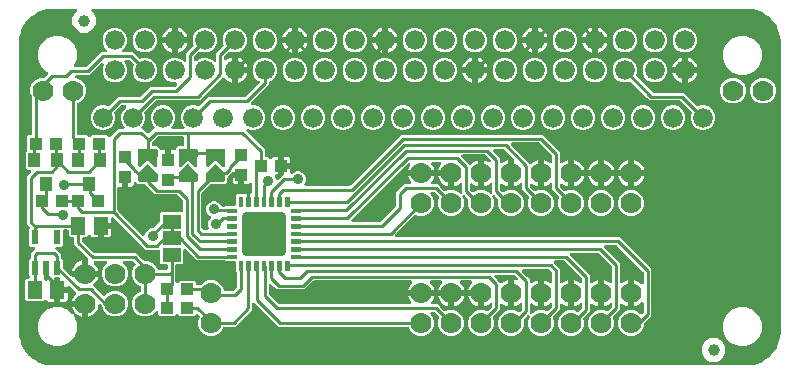
<source format=gbr>
G04 EAGLE Gerber RS-274X export*
G75*
%MOMM*%
%FSLAX34Y34*%
%LPD*%
%INTop Copper*%
%IPPOS*%
%AMOC8*
5,1,8,0,0,1.08239X$1,22.5*%
G01*
%ADD10C,1.000000*%
%ADD11C,1.778000*%
%ADD12C,0.080000*%
%ADD13C,0.740000*%
%ADD14R,1.600200X1.168400*%
%ADD15C,0.381000*%
%ADD16R,1.000000X1.075000*%
%ADD17R,1.075000X1.000000*%
%ADD18R,1.000000X1.200000*%
%ADD19R,1.240000X1.500000*%
%ADD20C,1.676400*%
%ADD21R,0.550000X1.200000*%
%ADD22C,0.254000*%
%ADD23C,0.906400*%

G36*
X620022Y2543D02*
X620022Y2543D01*
X620100Y2545D01*
X624197Y2867D01*
X624264Y2881D01*
X624333Y2885D01*
X624489Y2925D01*
X632282Y5457D01*
X632390Y5508D01*
X632500Y5551D01*
X632551Y5584D01*
X632570Y5593D01*
X632586Y5606D01*
X632636Y5638D01*
X639265Y10454D01*
X639352Y10535D01*
X639443Y10611D01*
X639482Y10658D01*
X639497Y10672D01*
X639508Y10689D01*
X639546Y10735D01*
X644362Y17364D01*
X644420Y17468D01*
X644483Y17568D01*
X644506Y17625D01*
X644516Y17643D01*
X644521Y17662D01*
X644543Y17718D01*
X647075Y25511D01*
X647088Y25579D01*
X647110Y25644D01*
X647133Y25803D01*
X647455Y29900D01*
X647454Y29922D01*
X647459Y30000D01*
X647459Y276604D01*
X647457Y276626D01*
X647455Y276704D01*
X647133Y280801D01*
X647119Y280868D01*
X647115Y280937D01*
X647075Y281093D01*
X644543Y288886D01*
X644492Y288994D01*
X644449Y289104D01*
X644416Y289155D01*
X644407Y289174D01*
X644394Y289190D01*
X644362Y289240D01*
X639546Y295869D01*
X639465Y295956D01*
X639389Y296047D01*
X639342Y296086D01*
X639328Y296101D01*
X639311Y296112D01*
X639265Y296150D01*
X632636Y300966D01*
X632532Y301024D01*
X632432Y301087D01*
X632375Y301110D01*
X632357Y301120D01*
X632338Y301125D01*
X632282Y301147D01*
X624489Y303679D01*
X624421Y303692D01*
X624356Y303714D01*
X624197Y303737D01*
X620100Y304059D01*
X620078Y304058D01*
X620000Y304063D01*
X65102Y304063D01*
X64958Y304045D01*
X64812Y304030D01*
X64800Y304025D01*
X64786Y304023D01*
X64652Y303970D01*
X64514Y303919D01*
X64503Y303911D01*
X64491Y303906D01*
X64373Y303821D01*
X64253Y303738D01*
X64244Y303727D01*
X64233Y303720D01*
X64141Y303608D01*
X64045Y303497D01*
X64039Y303485D01*
X64031Y303475D01*
X63968Y303343D01*
X63904Y303212D01*
X63901Y303199D01*
X63895Y303187D01*
X63868Y303044D01*
X63837Y302901D01*
X63838Y302888D01*
X63835Y302875D01*
X63844Y302730D01*
X63850Y302584D01*
X63854Y302570D01*
X63855Y302557D01*
X63900Y302419D01*
X63942Y302279D01*
X63949Y302267D01*
X63953Y302255D01*
X64031Y302131D01*
X64106Y302007D01*
X64116Y301997D01*
X64123Y301986D01*
X64230Y301886D01*
X64333Y301784D01*
X64349Y301774D01*
X64355Y301768D01*
X64370Y301760D01*
X64467Y301695D01*
X65106Y301326D01*
X67786Y296685D01*
X67786Y291325D01*
X65106Y286684D01*
X60465Y284004D01*
X55105Y284004D01*
X50464Y286684D01*
X47784Y291325D01*
X47784Y296685D01*
X50464Y301326D01*
X51103Y301695D01*
X51219Y301783D01*
X51337Y301868D01*
X51345Y301879D01*
X51356Y301887D01*
X51446Y302001D01*
X51539Y302113D01*
X51545Y302126D01*
X51554Y302136D01*
X51613Y302270D01*
X51675Y302401D01*
X51678Y302414D01*
X51683Y302427D01*
X51707Y302571D01*
X51735Y302714D01*
X51734Y302727D01*
X51736Y302740D01*
X51724Y302886D01*
X51715Y303031D01*
X51711Y303044D01*
X51710Y303057D01*
X51662Y303195D01*
X51617Y303333D01*
X51610Y303345D01*
X51605Y303358D01*
X51525Y303479D01*
X51447Y303602D01*
X51437Y303611D01*
X51430Y303623D01*
X51321Y303720D01*
X51215Y303820D01*
X51203Y303827D01*
X51193Y303836D01*
X51064Y303903D01*
X50937Y303974D01*
X50924Y303977D01*
X50912Y303983D01*
X50770Y304017D01*
X50629Y304053D01*
X50610Y304054D01*
X50602Y304056D01*
X50585Y304056D01*
X50468Y304063D01*
X30000Y304063D01*
X29978Y304061D01*
X29900Y304059D01*
X25803Y303737D01*
X25736Y303723D01*
X25667Y303719D01*
X25511Y303679D01*
X17718Y301147D01*
X17610Y301096D01*
X17500Y301053D01*
X17449Y301020D01*
X17430Y301011D01*
X17414Y300998D01*
X17364Y300966D01*
X10735Y296150D01*
X10648Y296069D01*
X10557Y295993D01*
X10518Y295946D01*
X10503Y295932D01*
X10492Y295915D01*
X10454Y295869D01*
X5638Y289240D01*
X5580Y289136D01*
X5517Y289036D01*
X5494Y288979D01*
X5484Y288961D01*
X5479Y288942D01*
X5457Y288886D01*
X2925Y281093D01*
X2912Y281025D01*
X2890Y280960D01*
X2867Y280801D01*
X2545Y276704D01*
X2546Y276682D01*
X2541Y276604D01*
X2541Y30000D01*
X2543Y29978D01*
X2545Y29900D01*
X2867Y25803D01*
X2881Y25736D01*
X2885Y25667D01*
X2925Y25511D01*
X5457Y17718D01*
X5508Y17610D01*
X5551Y17500D01*
X5584Y17449D01*
X5593Y17430D01*
X5606Y17414D01*
X5638Y17364D01*
X10454Y10735D01*
X10535Y10648D01*
X10611Y10557D01*
X10658Y10518D01*
X10672Y10503D01*
X10689Y10492D01*
X10735Y10454D01*
X14304Y7861D01*
X17364Y5638D01*
X17468Y5580D01*
X17568Y5517D01*
X17625Y5494D01*
X17643Y5484D01*
X17662Y5479D01*
X17718Y5457D01*
X25511Y2925D01*
X25579Y2912D01*
X25644Y2890D01*
X25803Y2867D01*
X29900Y2545D01*
X29922Y2546D01*
X30000Y2541D01*
X620000Y2541D01*
X620022Y2543D01*
G37*
%LPC*%
G36*
X162927Y27177D02*
X162927Y27177D01*
X158913Y28840D01*
X155840Y31913D01*
X154177Y35927D01*
X154177Y40273D01*
X155419Y43272D01*
X155427Y43300D01*
X155441Y43326D01*
X155469Y43453D01*
X155503Y43578D01*
X155504Y43608D01*
X155510Y43637D01*
X155506Y43766D01*
X155508Y43896D01*
X155502Y43925D01*
X155501Y43955D01*
X155465Y44079D01*
X155434Y44206D01*
X155421Y44232D01*
X155412Y44260D01*
X155346Y44372D01*
X155286Y44487D01*
X155266Y44509D01*
X155251Y44534D01*
X155144Y44655D01*
X154257Y45542D01*
X154163Y45615D01*
X154074Y45694D01*
X154038Y45712D01*
X154006Y45737D01*
X153897Y45784D01*
X153790Y45839D01*
X153751Y45847D01*
X153714Y45864D01*
X153596Y45882D01*
X153480Y45908D01*
X153440Y45907D01*
X153400Y45913D01*
X153281Y45902D01*
X153162Y45899D01*
X153123Y45887D01*
X153083Y45884D01*
X152971Y45843D01*
X152857Y45810D01*
X152822Y45790D01*
X152784Y45776D01*
X152686Y45709D01*
X152583Y45649D01*
X152538Y45609D01*
X152521Y45597D01*
X152507Y45582D01*
X152462Y45542D01*
X151027Y44107D01*
X138593Y44107D01*
X137208Y45493D01*
X137113Y45566D01*
X137024Y45645D01*
X136988Y45663D01*
X136956Y45688D01*
X136847Y45735D01*
X136741Y45789D01*
X136702Y45798D01*
X136664Y45814D01*
X136547Y45833D01*
X136431Y45859D01*
X136390Y45858D01*
X136350Y45864D01*
X136232Y45853D01*
X136113Y45849D01*
X136074Y45838D01*
X136034Y45834D01*
X135921Y45794D01*
X135807Y45761D01*
X135773Y45740D01*
X135734Y45727D01*
X135636Y45660D01*
X135533Y45599D01*
X135488Y45559D01*
X135471Y45548D01*
X135458Y45533D01*
X135413Y45493D01*
X134027Y44107D01*
X121593Y44107D01*
X120402Y45298D01*
X120402Y47281D01*
X120385Y47418D01*
X120372Y47557D01*
X120365Y47576D01*
X120362Y47597D01*
X120311Y47725D01*
X120264Y47857D01*
X120253Y47873D01*
X120245Y47892D01*
X120164Y48005D01*
X120086Y48120D01*
X120070Y48133D01*
X120059Y48150D01*
X119951Y48238D01*
X119847Y48330D01*
X119829Y48339D01*
X119814Y48352D01*
X119688Y48412D01*
X119564Y48475D01*
X119544Y48479D01*
X119526Y48488D01*
X119390Y48514D01*
X119254Y48544D01*
X119233Y48544D01*
X119214Y48548D01*
X119075Y48539D01*
X118936Y48535D01*
X118916Y48529D01*
X118896Y48528D01*
X118764Y48485D01*
X118630Y48446D01*
X118613Y48436D01*
X118594Y48430D01*
X118476Y48355D01*
X118356Y48285D01*
X118335Y48266D01*
X118325Y48260D01*
X118311Y48245D01*
X118236Y48178D01*
X115407Y45350D01*
X111393Y43687D01*
X107047Y43687D01*
X103033Y45350D01*
X99960Y48423D01*
X98297Y52437D01*
X98297Y56783D01*
X99960Y60797D01*
X103033Y63870D01*
X105134Y64740D01*
X105159Y64755D01*
X105187Y64764D01*
X105297Y64833D01*
X105410Y64898D01*
X105431Y64918D01*
X105456Y64934D01*
X105545Y65029D01*
X105638Y65119D01*
X105654Y65144D01*
X105674Y65166D01*
X105737Y65279D01*
X105805Y65390D01*
X105813Y65418D01*
X105828Y65444D01*
X105860Y65570D01*
X105898Y65694D01*
X105900Y65723D01*
X105907Y65752D01*
X105917Y65913D01*
X105917Y68707D01*
X105914Y68736D01*
X105916Y68766D01*
X105894Y68894D01*
X105877Y69023D01*
X105867Y69050D01*
X105862Y69079D01*
X105808Y69198D01*
X105760Y69318D01*
X105743Y69342D01*
X105731Y69369D01*
X105650Y69471D01*
X105574Y69576D01*
X105551Y69595D01*
X105532Y69618D01*
X105429Y69696D01*
X105329Y69779D01*
X105302Y69791D01*
X105278Y69809D01*
X105134Y69880D01*
X103033Y70750D01*
X99960Y73823D01*
X98297Y77837D01*
X98297Y82183D01*
X99960Y86197D01*
X100804Y87041D01*
X100876Y87135D01*
X100955Y87224D01*
X100974Y87260D01*
X100999Y87292D01*
X101046Y87401D01*
X101100Y87507D01*
X101109Y87547D01*
X101125Y87584D01*
X101144Y87702D01*
X101170Y87818D01*
X101168Y87858D01*
X101175Y87898D01*
X101164Y88016D01*
X101160Y88135D01*
X101149Y88174D01*
X101145Y88214D01*
X101105Y88327D01*
X101072Y88441D01*
X101051Y88476D01*
X101037Y88514D01*
X100970Y88612D01*
X100910Y88715D01*
X100870Y88760D01*
X100859Y88777D01*
X100843Y88790D01*
X100804Y88836D01*
X99334Y90306D01*
X99255Y90366D01*
X99183Y90434D01*
X99130Y90463D01*
X99082Y90500D01*
X98991Y90540D01*
X98905Y90588D01*
X98846Y90603D01*
X98791Y90627D01*
X98693Y90642D01*
X98597Y90667D01*
X98497Y90673D01*
X98476Y90677D01*
X98464Y90675D01*
X98436Y90677D01*
X91664Y90677D01*
X91527Y90660D01*
X91388Y90647D01*
X91369Y90640D01*
X91348Y90637D01*
X91220Y90586D01*
X91088Y90539D01*
X91072Y90528D01*
X91053Y90520D01*
X90940Y90439D01*
X90825Y90361D01*
X90812Y90345D01*
X90795Y90334D01*
X90707Y90226D01*
X90615Y90122D01*
X90606Y90104D01*
X90593Y90089D01*
X90533Y89963D01*
X90470Y89839D01*
X90466Y89819D01*
X90457Y89801D01*
X90431Y89665D01*
X90401Y89529D01*
X90401Y89508D01*
X90397Y89489D01*
X90406Y89350D01*
X90410Y89211D01*
X90416Y89191D01*
X90417Y89171D01*
X90460Y89039D01*
X90499Y88905D01*
X90509Y88888D01*
X90515Y88869D01*
X90590Y88751D01*
X90660Y88631D01*
X90679Y88610D01*
X90685Y88600D01*
X90700Y88586D01*
X90767Y88511D01*
X93080Y86197D01*
X94743Y82183D01*
X94743Y77837D01*
X93080Y73823D01*
X90007Y70750D01*
X85993Y69087D01*
X81647Y69087D01*
X77633Y70750D01*
X74560Y73823D01*
X72897Y77837D01*
X72897Y82183D01*
X74560Y86197D01*
X76873Y88511D01*
X76959Y88620D01*
X77047Y88727D01*
X77056Y88746D01*
X77068Y88762D01*
X77124Y88890D01*
X77183Y89015D01*
X77187Y89035D01*
X77195Y89054D01*
X77217Y89192D01*
X77243Y89328D01*
X77241Y89348D01*
X77245Y89368D01*
X77232Y89507D01*
X77223Y89645D01*
X77217Y89664D01*
X77215Y89684D01*
X77168Y89816D01*
X77125Y89947D01*
X77114Y89965D01*
X77107Y89984D01*
X77029Y90099D01*
X76955Y90216D01*
X76940Y90230D01*
X76929Y90247D01*
X76824Y90339D01*
X76723Y90434D01*
X76705Y90444D01*
X76690Y90457D01*
X76566Y90521D01*
X76445Y90588D01*
X76425Y90593D01*
X76407Y90602D01*
X76271Y90632D01*
X76137Y90667D01*
X76109Y90669D01*
X76097Y90672D01*
X76076Y90671D01*
X75976Y90677D01*
X66982Y90677D01*
X66844Y90660D01*
X66706Y90647D01*
X66687Y90640D01*
X66667Y90637D01*
X66538Y90586D01*
X66407Y90539D01*
X66390Y90528D01*
X66371Y90520D01*
X66259Y90439D01*
X66144Y90361D01*
X66130Y90345D01*
X66114Y90334D01*
X66025Y90226D01*
X65933Y90122D01*
X65924Y90104D01*
X65911Y90089D01*
X65852Y89963D01*
X65789Y89839D01*
X65784Y89819D01*
X65776Y89801D01*
X65749Y89664D01*
X65719Y89529D01*
X65720Y89508D01*
X65716Y89489D01*
X65724Y89350D01*
X65729Y89211D01*
X65734Y89191D01*
X65736Y89171D01*
X65778Y89039D01*
X65817Y88905D01*
X65827Y88888D01*
X65834Y88869D01*
X65908Y88751D01*
X65979Y88631D01*
X65997Y88610D01*
X66004Y88600D01*
X66019Y88586D01*
X66085Y88511D01*
X67139Y87457D01*
X68197Y86001D01*
X69013Y84398D01*
X69569Y82687D01*
X69597Y82509D01*
X60919Y82509D01*
X60919Y92634D01*
X60907Y92732D01*
X60904Y92831D01*
X60887Y92890D01*
X60879Y92950D01*
X60843Y93042D01*
X60815Y93137D01*
X60785Y93189D01*
X60762Y93245D01*
X60704Y93325D01*
X60654Y93411D01*
X60588Y93486D01*
X60576Y93503D01*
X60566Y93511D01*
X60548Y93532D01*
X49427Y104652D01*
X49427Y109848D01*
X49412Y109966D01*
X49405Y110085D01*
X49392Y110123D01*
X49387Y110164D01*
X49344Y110274D01*
X49307Y110387D01*
X49285Y110422D01*
X49270Y110459D01*
X49201Y110555D01*
X49137Y110656D01*
X49107Y110684D01*
X49084Y110717D01*
X48992Y110793D01*
X48905Y110874D01*
X48870Y110894D01*
X48839Y110919D01*
X48731Y110970D01*
X48627Y111028D01*
X48587Y111038D01*
X48551Y111055D01*
X48434Y111077D01*
X48319Y111107D01*
X48259Y111111D01*
X48239Y111115D01*
X48218Y111113D01*
X48158Y111117D01*
X45688Y111117D01*
X44497Y112308D01*
X44497Y116078D01*
X44482Y116196D01*
X44475Y116315D01*
X44462Y116353D01*
X44457Y116394D01*
X44414Y116504D01*
X44377Y116617D01*
X44355Y116652D01*
X44340Y116689D01*
X44271Y116785D01*
X44207Y116886D01*
X44177Y116914D01*
X44154Y116947D01*
X44062Y117023D01*
X43975Y117104D01*
X43940Y117124D01*
X43909Y117149D01*
X43801Y117200D01*
X43697Y117258D01*
X43657Y117268D01*
X43621Y117285D01*
X43504Y117307D01*
X43389Y117337D01*
X43329Y117341D01*
X43309Y117345D01*
X43288Y117343D01*
X43228Y117347D01*
X40952Y117347D01*
X40834Y117332D01*
X40715Y117325D01*
X40677Y117312D01*
X40636Y117307D01*
X40526Y117264D01*
X40413Y117227D01*
X40378Y117205D01*
X40341Y117190D01*
X40245Y117121D01*
X40144Y117057D01*
X40116Y117027D01*
X40083Y117004D01*
X40007Y116912D01*
X39926Y116825D01*
X39906Y116790D01*
X39881Y116759D01*
X39830Y116651D01*
X39772Y116547D01*
X39762Y116507D01*
X39745Y116471D01*
X39723Y116354D01*
X39693Y116239D01*
X39689Y116179D01*
X39685Y116159D01*
X39687Y116138D01*
X39683Y116078D01*
X39683Y103949D01*
X38492Y102758D01*
X34517Y102758D01*
X34379Y102741D01*
X34240Y102728D01*
X34221Y102721D01*
X34201Y102718D01*
X34072Y102667D01*
X33941Y102620D01*
X33924Y102609D01*
X33906Y102601D01*
X33793Y102520D01*
X33678Y102442D01*
X33665Y102426D01*
X33648Y102415D01*
X33559Y102307D01*
X33467Y102203D01*
X33458Y102185D01*
X33445Y102170D01*
X33386Y102044D01*
X33323Y101920D01*
X33318Y101900D01*
X33310Y101882D01*
X33284Y101745D01*
X33253Y101610D01*
X33254Y101589D01*
X33250Y101570D01*
X33259Y101431D01*
X33263Y101292D01*
X33269Y101272D01*
X33270Y101252D01*
X33313Y101120D01*
X33351Y100986D01*
X33362Y100969D01*
X33368Y100950D01*
X33442Y100832D01*
X33513Y100712D01*
X33531Y100691D01*
X33538Y100681D01*
X33553Y100667D01*
X33619Y100592D01*
X38203Y96008D01*
X38203Y93637D01*
X38215Y93539D01*
X38218Y93440D01*
X38235Y93381D01*
X38243Y93321D01*
X38279Y93229D01*
X38307Y93134D01*
X38337Y93082D01*
X38360Y93026D01*
X38418Y92945D01*
X38468Y92860D01*
X38534Y92785D01*
X38546Y92768D01*
X38556Y92760D01*
X38574Y92739D01*
X39683Y91631D01*
X39683Y85203D01*
X39695Y85105D01*
X39698Y85006D01*
X39715Y84947D01*
X39723Y84887D01*
X39759Y84795D01*
X39787Y84700D01*
X39817Y84648D01*
X39840Y84592D01*
X39898Y84511D01*
X39948Y84426D01*
X40014Y84351D01*
X40026Y84334D01*
X40036Y84326D01*
X40054Y84305D01*
X46477Y77882D01*
X46556Y77822D01*
X46628Y77754D01*
X46681Y77725D01*
X46729Y77688D01*
X46820Y77648D01*
X46906Y77600D01*
X46965Y77585D01*
X47020Y77561D01*
X47118Y77546D01*
X47214Y77521D01*
X47314Y77515D01*
X47335Y77511D01*
X47347Y77512D01*
X47375Y77511D01*
X57190Y77511D01*
X57308Y77526D01*
X57427Y77533D01*
X57465Y77545D01*
X57505Y77551D01*
X57616Y77594D01*
X57729Y77631D01*
X57763Y77653D01*
X57801Y77668D01*
X57897Y77737D01*
X57998Y77801D01*
X58026Y77831D01*
X58058Y77854D01*
X58134Y77946D01*
X58216Y78033D01*
X58235Y78068D01*
X58261Y78099D01*
X58312Y78207D01*
X58369Y78311D01*
X58379Y78351D01*
X58397Y78387D01*
X58417Y78494D01*
X58421Y78464D01*
X58465Y78354D01*
X58501Y78241D01*
X58523Y78206D01*
X58538Y78169D01*
X58608Y78072D01*
X58671Y77972D01*
X58701Y77944D01*
X58725Y77911D01*
X58816Y77835D01*
X58903Y77754D01*
X58938Y77734D01*
X58970Y77709D01*
X59077Y77658D01*
X59182Y77600D01*
X59221Y77590D01*
X59257Y77573D01*
X59374Y77551D01*
X59490Y77521D01*
X59550Y77517D01*
X59570Y77513D01*
X59590Y77515D01*
X59650Y77511D01*
X69597Y77511D01*
X69569Y77333D01*
X69013Y75622D01*
X68197Y74019D01*
X67139Y72563D01*
X65867Y71291D01*
X65786Y71233D01*
X65743Y71192D01*
X65693Y71158D01*
X65627Y71083D01*
X65554Y71015D01*
X65522Y70965D01*
X65483Y70920D01*
X65437Y70831D01*
X65384Y70747D01*
X65365Y70690D01*
X65338Y70637D01*
X65316Y70539D01*
X65285Y70444D01*
X65282Y70385D01*
X65269Y70326D01*
X65272Y70226D01*
X65265Y70127D01*
X65276Y70068D01*
X65278Y70009D01*
X65306Y69912D01*
X65325Y69814D01*
X65350Y69760D01*
X65367Y69703D01*
X65417Y69617D01*
X65460Y69526D01*
X65498Y69481D01*
X65528Y69429D01*
X65635Y69308D01*
X73455Y61487D01*
X73550Y61414D01*
X73639Y61336D01*
X73675Y61317D01*
X73707Y61293D01*
X73816Y61245D01*
X73922Y61191D01*
X73961Y61182D01*
X73999Y61166D01*
X74116Y61147D01*
X74232Y61121D01*
X74273Y61123D01*
X74313Y61116D01*
X74431Y61127D01*
X74550Y61131D01*
X74589Y61142D01*
X74629Y61146D01*
X74741Y61186D01*
X74856Y61220D01*
X74890Y61240D01*
X74929Y61254D01*
X75027Y61321D01*
X75130Y61381D01*
X75175Y61421D01*
X75192Y61432D01*
X75205Y61448D01*
X75250Y61487D01*
X77633Y63870D01*
X81647Y65533D01*
X85993Y65533D01*
X90007Y63870D01*
X93080Y60797D01*
X94743Y56783D01*
X94743Y52437D01*
X93080Y48423D01*
X90007Y45350D01*
X85993Y43687D01*
X81647Y43687D01*
X77633Y45350D01*
X74560Y48423D01*
X72805Y52659D01*
X72801Y52668D01*
X72798Y52676D01*
X72722Y52806D01*
X72648Y52936D01*
X72641Y52942D01*
X72637Y52950D01*
X72530Y53071D01*
X71891Y53710D01*
X71860Y53735D01*
X71833Y53765D01*
X71734Y53832D01*
X71640Y53905D01*
X71603Y53921D01*
X71570Y53943D01*
X71458Y53984D01*
X71348Y54032D01*
X71309Y54038D01*
X71271Y54051D01*
X71152Y54063D01*
X71034Y54081D01*
X70994Y54078D01*
X70955Y54081D01*
X70836Y54063D01*
X70717Y54052D01*
X70680Y54038D01*
X70641Y54032D01*
X70531Y53984D01*
X70418Y53944D01*
X70385Y53922D01*
X70349Y53906D01*
X70254Y53833D01*
X70155Y53765D01*
X70129Y53736D01*
X70097Y53711D01*
X70024Y53617D01*
X69944Y53527D01*
X69926Y53491D01*
X69902Y53460D01*
X69854Y53350D01*
X69800Y53244D01*
X69791Y53205D01*
X69775Y53168D01*
X69740Y53011D01*
X69569Y51933D01*
X69013Y50222D01*
X68197Y48619D01*
X67139Y47163D01*
X65867Y45891D01*
X64411Y44833D01*
X62808Y44017D01*
X61097Y43461D01*
X60919Y43433D01*
X60919Y53380D01*
X60904Y53498D01*
X60897Y53617D01*
X60884Y53655D01*
X60879Y53695D01*
X60836Y53806D01*
X60799Y53919D01*
X60777Y53953D01*
X60762Y53991D01*
X60693Y54087D01*
X60629Y54188D01*
X60599Y54216D01*
X60576Y54248D01*
X60484Y54324D01*
X60397Y54406D01*
X60362Y54425D01*
X60331Y54451D01*
X60223Y54502D01*
X60119Y54559D01*
X60079Y54569D01*
X60043Y54587D01*
X59926Y54609D01*
X59811Y54639D01*
X59751Y54643D01*
X59731Y54646D01*
X59710Y54645D01*
X59650Y54649D01*
X58459Y54649D01*
X58459Y55840D01*
X58444Y55958D01*
X58437Y56077D01*
X58424Y56115D01*
X58419Y56156D01*
X58375Y56266D01*
X58339Y56379D01*
X58317Y56414D01*
X58302Y56451D01*
X58232Y56547D01*
X58169Y56648D01*
X58139Y56676D01*
X58115Y56709D01*
X58024Y56785D01*
X57937Y56866D01*
X57902Y56886D01*
X57870Y56911D01*
X57763Y56962D01*
X57658Y57020D01*
X57619Y57030D01*
X57583Y57047D01*
X57466Y57069D01*
X57350Y57099D01*
X57290Y57103D01*
X57270Y57107D01*
X57250Y57105D01*
X57190Y57109D01*
X47243Y57109D01*
X47271Y57287D01*
X47827Y58998D01*
X48643Y60601D01*
X49701Y62057D01*
X50434Y62789D01*
X50507Y62883D01*
X50586Y62973D01*
X50604Y63009D01*
X50629Y63041D01*
X50676Y63150D01*
X50730Y63256D01*
X50739Y63295D01*
X50755Y63332D01*
X50774Y63450D01*
X50800Y63566D01*
X50799Y63607D01*
X50805Y63647D01*
X50794Y63765D01*
X50790Y63884D01*
X50779Y63923D01*
X50775Y63963D01*
X50735Y64075D01*
X50702Y64190D01*
X50681Y64224D01*
X50668Y64262D01*
X50601Y64361D01*
X50540Y64464D01*
X50500Y64509D01*
X50489Y64526D01*
X50474Y64539D01*
X50434Y64584D01*
X45807Y69211D01*
X45698Y69296D01*
X45591Y69385D01*
X45572Y69393D01*
X45556Y69406D01*
X45428Y69461D01*
X45303Y69520D01*
X45283Y69524D01*
X45264Y69532D01*
X45126Y69554D01*
X44990Y69580D01*
X44970Y69579D01*
X44950Y69582D01*
X44811Y69569D01*
X44673Y69560D01*
X44654Y69554D01*
X44634Y69552D01*
X44502Y69505D01*
X44371Y69462D01*
X44353Y69451D01*
X44334Y69444D01*
X44219Y69366D01*
X44102Y69292D01*
X44088Y69277D01*
X44071Y69266D01*
X43979Y69162D01*
X43884Y69060D01*
X43874Y69043D01*
X43861Y69027D01*
X43797Y68904D01*
X43730Y68782D01*
X43725Y68762D01*
X43716Y68744D01*
X43686Y68608D01*
X43678Y68579D01*
X37439Y68579D01*
X37439Y75487D01*
X37424Y75605D01*
X37417Y75724D01*
X37404Y75762D01*
X37399Y75803D01*
X37355Y75913D01*
X37319Y76026D01*
X37297Y76061D01*
X37282Y76098D01*
X37212Y76194D01*
X37149Y76295D01*
X37119Y76323D01*
X37095Y76356D01*
X37004Y76432D01*
X36917Y76513D01*
X36882Y76533D01*
X36850Y76558D01*
X36743Y76609D01*
X36639Y76667D01*
X36599Y76677D01*
X36563Y76694D01*
X36446Y76716D01*
X36331Y76746D01*
X36270Y76750D01*
X36250Y76754D01*
X36230Y76752D01*
X36170Y76756D01*
X33630Y76756D01*
X33512Y76741D01*
X33393Y76734D01*
X33355Y76721D01*
X33315Y76716D01*
X33204Y76673D01*
X33091Y76636D01*
X33056Y76614D01*
X33019Y76599D01*
X32923Y76530D01*
X32822Y76466D01*
X32794Y76436D01*
X32761Y76413D01*
X32686Y76321D01*
X32604Y76234D01*
X32584Y76199D01*
X32559Y76168D01*
X32508Y76060D01*
X32450Y75956D01*
X32440Y75916D01*
X32423Y75880D01*
X32401Y75763D01*
X32371Y75648D01*
X32367Y75588D01*
X32363Y75568D01*
X32365Y75547D01*
X32361Y75487D01*
X32361Y67310D01*
X32376Y67192D01*
X32383Y67073D01*
X32396Y67035D01*
X32401Y66995D01*
X32444Y66884D01*
X32481Y66771D01*
X32503Y66736D01*
X32518Y66699D01*
X32588Y66603D01*
X32651Y66502D01*
X32681Y66474D01*
X32705Y66442D01*
X32796Y66366D01*
X32883Y66284D01*
X32918Y66265D01*
X32949Y66239D01*
X33057Y66188D01*
X33161Y66131D01*
X33201Y66120D01*
X33237Y66103D01*
X33354Y66081D01*
X33469Y66051D01*
X33530Y66047D01*
X33550Y66043D01*
X33570Y66045D01*
X33630Y66041D01*
X34901Y66041D01*
X34901Y66039D01*
X33630Y66039D01*
X33512Y66024D01*
X33393Y66017D01*
X33355Y66004D01*
X33315Y65999D01*
X33204Y65955D01*
X33091Y65919D01*
X33056Y65897D01*
X33019Y65882D01*
X32923Y65812D01*
X32822Y65749D01*
X32794Y65719D01*
X32761Y65695D01*
X32686Y65604D01*
X32604Y65517D01*
X32584Y65482D01*
X32559Y65450D01*
X32508Y65343D01*
X32450Y65239D01*
X32440Y65199D01*
X32423Y65163D01*
X32401Y65046D01*
X32371Y64931D01*
X32367Y64870D01*
X32363Y64850D01*
X32365Y64830D01*
X32364Y64817D01*
X32363Y64814D01*
X32363Y64812D01*
X32361Y64770D01*
X32361Y55999D01*
X28366Y55999D01*
X27719Y56172D01*
X27140Y56507D01*
X26667Y56980D01*
X26304Y57609D01*
X26228Y57709D01*
X26157Y57813D01*
X26132Y57836D01*
X26111Y57863D01*
X26013Y57941D01*
X25919Y58024D01*
X25889Y58039D01*
X25862Y58060D01*
X25747Y58111D01*
X25635Y58169D01*
X25602Y58176D01*
X25572Y58190D01*
X25447Y58211D01*
X25325Y58238D01*
X25291Y58237D01*
X25258Y58243D01*
X25133Y58232D01*
X25007Y58229D01*
X24975Y58219D01*
X24941Y58216D01*
X24822Y58175D01*
X24702Y58140D01*
X24673Y58123D01*
X24641Y58112D01*
X24536Y58042D01*
X24428Y57979D01*
X24391Y57946D01*
X24376Y57936D01*
X24361Y57920D01*
X24307Y57872D01*
X22942Y56507D01*
X8858Y56507D01*
X7667Y57698D01*
X7667Y74382D01*
X8858Y75573D01*
X10427Y75573D01*
X10565Y75590D01*
X10704Y75603D01*
X10723Y75610D01*
X10743Y75613D01*
X10872Y75664D01*
X11003Y75711D01*
X11020Y75722D01*
X11039Y75730D01*
X11151Y75811D01*
X11266Y75889D01*
X11279Y75905D01*
X11296Y75916D01*
X11385Y76024D01*
X11477Y76128D01*
X11486Y76146D01*
X11499Y76161D01*
X11558Y76287D01*
X11621Y76411D01*
X11626Y76431D01*
X11634Y76449D01*
X11660Y76585D01*
X11691Y76721D01*
X11690Y76742D01*
X11694Y76761D01*
X11685Y76900D01*
X11681Y77039D01*
X11676Y77059D01*
X11674Y77079D01*
X11631Y77211D01*
X11593Y77345D01*
X11582Y77362D01*
X11576Y77381D01*
X11502Y77499D01*
X11431Y77619D01*
X11413Y77640D01*
X11406Y77650D01*
X11391Y77664D01*
X11325Y77740D01*
X11117Y77947D01*
X11117Y91631D01*
X12226Y92739D01*
X12286Y92818D01*
X12354Y92890D01*
X12383Y92943D01*
X12420Y92991D01*
X12460Y93081D01*
X12508Y93168D01*
X12523Y93227D01*
X12547Y93282D01*
X12562Y93380D01*
X12587Y93476D01*
X12593Y93576D01*
X12597Y93596D01*
X12595Y93609D01*
X12597Y93637D01*
X12597Y97278D01*
X14904Y99584D01*
X14904Y99585D01*
X15911Y100592D01*
X15996Y100701D01*
X16085Y100808D01*
X16093Y100827D01*
X16106Y100843D01*
X16161Y100970D01*
X16220Y101096D01*
X16224Y101116D01*
X16232Y101135D01*
X16254Y101273D01*
X16280Y101409D01*
X16279Y101429D01*
X16282Y101449D01*
X16269Y101588D01*
X16260Y101726D01*
X16254Y101745D01*
X16252Y101765D01*
X16205Y101897D01*
X16162Y102028D01*
X16151Y102046D01*
X16144Y102065D01*
X16066Y102180D01*
X15992Y102297D01*
X15977Y102311D01*
X15966Y102328D01*
X15862Y102420D01*
X15760Y102515D01*
X15743Y102525D01*
X15727Y102538D01*
X15604Y102601D01*
X15482Y102669D01*
X15462Y102674D01*
X15444Y102683D01*
X15308Y102713D01*
X15174Y102748D01*
X15146Y102750D01*
X15134Y102753D01*
X15113Y102752D01*
X15013Y102758D01*
X12308Y102758D01*
X11117Y103949D01*
X11117Y117633D01*
X11454Y117970D01*
X11527Y118064D01*
X11606Y118153D01*
X11624Y118189D01*
X11649Y118221D01*
X11697Y118331D01*
X11751Y118437D01*
X11759Y118476D01*
X11776Y118513D01*
X11794Y118631D01*
X11820Y118747D01*
X11819Y118787D01*
X11825Y118827D01*
X11814Y118946D01*
X11811Y119065D01*
X11799Y119104D01*
X11796Y119144D01*
X11755Y119256D01*
X11722Y119370D01*
X11702Y119405D01*
X11688Y119443D01*
X11621Y119542D01*
X11561Y119644D01*
X11521Y119689D01*
X11509Y119706D01*
X11494Y119720D01*
X11454Y119765D01*
X9397Y121822D01*
X9397Y162658D01*
X12540Y165801D01*
X12625Y165910D01*
X12714Y166017D01*
X12722Y166036D01*
X12735Y166052D01*
X12790Y166180D01*
X12849Y166305D01*
X12853Y166325D01*
X12861Y166344D01*
X12883Y166482D01*
X12909Y166618D01*
X12908Y166638D01*
X12911Y166658D01*
X12898Y166797D01*
X12889Y166935D01*
X12883Y166954D01*
X12881Y166974D01*
X12834Y167106D01*
X12791Y167237D01*
X12780Y167255D01*
X12773Y167274D01*
X12695Y167389D01*
X12621Y167506D01*
X12606Y167520D01*
X12595Y167537D01*
X12491Y167629D01*
X12389Y167724D01*
X12372Y167734D01*
X12356Y167747D01*
X12232Y167811D01*
X12111Y167878D01*
X12091Y167883D01*
X12073Y167892D01*
X11937Y167922D01*
X11803Y167957D01*
X11775Y167959D01*
X11763Y167962D01*
X11742Y167961D01*
X11642Y167967D01*
X9658Y167967D01*
X8467Y169158D01*
X8467Y182842D01*
X8721Y183095D01*
X8781Y183174D01*
X8849Y183246D01*
X8878Y183299D01*
X8915Y183347D01*
X8955Y183437D01*
X9003Y183524D01*
X9018Y183583D01*
X9042Y183638D01*
X9057Y183736D01*
X9082Y183832D01*
X9088Y183932D01*
X9092Y183952D01*
X9090Y183965D01*
X9092Y183993D01*
X9092Y195842D01*
X10283Y197033D01*
X11928Y197033D01*
X12046Y197048D01*
X12165Y197055D01*
X12203Y197068D01*
X12244Y197073D01*
X12354Y197116D01*
X12467Y197153D01*
X12502Y197175D01*
X12539Y197190D01*
X12635Y197259D01*
X12736Y197323D01*
X12764Y197353D01*
X12797Y197376D01*
X12873Y197468D01*
X12954Y197555D01*
X12974Y197590D01*
X12999Y197621D01*
X13050Y197729D01*
X13108Y197833D01*
X13118Y197873D01*
X13135Y197909D01*
X13157Y198026D01*
X13187Y198141D01*
X13191Y198201D01*
X13195Y198221D01*
X13193Y198242D01*
X13197Y198302D01*
X13197Y229483D01*
X13196Y229492D01*
X13197Y229501D01*
X13176Y229650D01*
X13157Y229798D01*
X13154Y229807D01*
X13153Y229816D01*
X13101Y229969D01*
X11937Y232777D01*
X11937Y237123D01*
X13600Y241137D01*
X16673Y244210D01*
X20687Y245873D01*
X23506Y245873D01*
X23604Y245885D01*
X23703Y245888D01*
X23762Y245905D01*
X23822Y245913D01*
X23914Y245949D01*
X24009Y245977D01*
X24061Y246007D01*
X24117Y246030D01*
X24197Y246088D01*
X24283Y246138D01*
X24358Y246204D01*
X24375Y246216D01*
X24383Y246226D01*
X24404Y246244D01*
X26767Y248607D01*
X26797Y248647D01*
X26834Y248680D01*
X26894Y248772D01*
X26961Y248859D01*
X26981Y248904D01*
X27009Y248946D01*
X27044Y249049D01*
X27088Y249150D01*
X27096Y249200D01*
X27112Y249247D01*
X27120Y249356D01*
X27138Y249465D01*
X27133Y249514D01*
X27137Y249564D01*
X27118Y249672D01*
X27108Y249781D01*
X27091Y249828D01*
X27083Y249877D01*
X27037Y249977D01*
X27000Y250080D01*
X26972Y250122D01*
X26952Y250167D01*
X26883Y250253D01*
X26822Y250344D01*
X26784Y250376D01*
X26753Y250415D01*
X26666Y250481D01*
X26583Y250554D01*
X26539Y250577D01*
X26499Y250607D01*
X26355Y250677D01*
X25630Y250977D01*
X20977Y255630D01*
X18459Y261710D01*
X18459Y268290D01*
X20977Y274370D01*
X25630Y279023D01*
X31710Y281541D01*
X38290Y281541D01*
X44370Y279023D01*
X49023Y274370D01*
X51541Y268290D01*
X51541Y261710D01*
X49390Y256518D01*
X49377Y256470D01*
X49356Y256425D01*
X49335Y256317D01*
X49306Y256211D01*
X49305Y256161D01*
X49296Y256112D01*
X49303Y256003D01*
X49301Y255893D01*
X49313Y255845D01*
X49316Y255795D01*
X49350Y255691D01*
X49375Y255584D01*
X49399Y255540D01*
X49414Y255493D01*
X49473Y255400D01*
X49524Y255303D01*
X49557Y255266D01*
X49584Y255224D01*
X49664Y255149D01*
X49738Y255067D01*
X49779Y255040D01*
X49816Y255006D01*
X49912Y254953D01*
X50004Y254893D01*
X50051Y254876D01*
X50094Y254852D01*
X50200Y254825D01*
X50304Y254789D01*
X50354Y254785D01*
X50402Y254773D01*
X50563Y254763D01*
X59066Y254763D01*
X59164Y254775D01*
X59263Y254778D01*
X59322Y254795D01*
X59382Y254803D01*
X59474Y254839D01*
X59569Y254867D01*
X59621Y254897D01*
X59677Y254920D01*
X59757Y254978D01*
X59843Y255028D01*
X59918Y255094D01*
X59935Y255106D01*
X59943Y255116D01*
X59964Y255134D01*
X72292Y267463D01*
X76144Y267463D01*
X76282Y267480D01*
X76421Y267493D01*
X76440Y267500D01*
X76460Y267503D01*
X76589Y267554D01*
X76720Y267601D01*
X76737Y267612D01*
X76756Y267620D01*
X76868Y267701D01*
X76983Y267779D01*
X76997Y267795D01*
X77013Y267806D01*
X77102Y267914D01*
X77194Y268018D01*
X77203Y268036D01*
X77216Y268051D01*
X77275Y268177D01*
X77338Y268301D01*
X77343Y268321D01*
X77351Y268339D01*
X77377Y268475D01*
X77408Y268611D01*
X77407Y268632D01*
X77411Y268651D01*
X77402Y268790D01*
X77398Y268929D01*
X77393Y268949D01*
X77391Y268969D01*
X77349Y269101D01*
X77310Y269235D01*
X77300Y269252D01*
X77293Y269271D01*
X77219Y269389D01*
X77148Y269509D01*
X77130Y269530D01*
X77123Y269540D01*
X77108Y269554D01*
X77042Y269629D01*
X74871Y271801D01*
X73285Y275628D01*
X73285Y279772D01*
X74871Y283599D01*
X77801Y286529D01*
X81628Y288115D01*
X85772Y288115D01*
X89599Y286529D01*
X92529Y283599D01*
X94115Y279772D01*
X94115Y275628D01*
X92529Y271801D01*
X90358Y269629D01*
X90273Y269520D01*
X90184Y269413D01*
X90176Y269394D01*
X90163Y269378D01*
X90108Y269250D01*
X90049Y269125D01*
X90045Y269105D01*
X90037Y269086D01*
X90015Y268948D01*
X89989Y268812D01*
X89990Y268792D01*
X89987Y268772D01*
X90000Y268633D01*
X90009Y268495D01*
X90015Y268476D01*
X90017Y268456D01*
X90064Y268324D01*
X90107Y268193D01*
X90118Y268175D01*
X90124Y268156D01*
X90202Y268041D01*
X90277Y267924D01*
X90292Y267910D01*
X90303Y267893D01*
X90407Y267801D01*
X90508Y267706D01*
X90526Y267696D01*
X90541Y267683D01*
X90666Y267619D01*
X90787Y267552D01*
X90807Y267547D01*
X90825Y267538D01*
X90960Y267508D01*
X91095Y267473D01*
X91123Y267471D01*
X91135Y267468D01*
X91155Y267469D01*
X91256Y267463D01*
X98608Y267463D01*
X100914Y265156D01*
X103832Y262239D01*
X103855Y262221D01*
X103874Y262198D01*
X103980Y262124D01*
X104083Y262044D01*
X104110Y262032D01*
X104134Y262015D01*
X104256Y261969D01*
X104375Y261918D01*
X104404Y261913D01*
X104432Y261902D01*
X104561Y261888D01*
X104689Y261868D01*
X104719Y261870D01*
X104748Y261867D01*
X104876Y261885D01*
X105006Y261897D01*
X105034Y261907D01*
X105063Y261912D01*
X105215Y261964D01*
X107028Y262715D01*
X111172Y262715D01*
X114999Y261129D01*
X117929Y258199D01*
X119515Y254372D01*
X119515Y250228D01*
X117929Y246401D01*
X114999Y243471D01*
X111172Y241885D01*
X107028Y241885D01*
X103201Y243471D01*
X100271Y246401D01*
X98685Y250228D01*
X98685Y254372D01*
X99436Y256185D01*
X99444Y256213D01*
X99458Y256240D01*
X99486Y256366D01*
X99520Y256492D01*
X99521Y256521D01*
X99527Y256550D01*
X99523Y256680D01*
X99525Y256810D01*
X99518Y256838D01*
X99518Y256868D01*
X99481Y256992D01*
X99451Y257119D01*
X99437Y257145D01*
X99429Y257173D01*
X99363Y257285D01*
X99302Y257400D01*
X99283Y257422D01*
X99268Y257447D01*
X99161Y257568D01*
X96244Y260486D01*
X96165Y260546D01*
X96093Y260614D01*
X96040Y260643D01*
X95992Y260680D01*
X95901Y260720D01*
X95815Y260768D01*
X95756Y260783D01*
X95701Y260807D01*
X95603Y260822D01*
X95507Y260847D01*
X95407Y260853D01*
X95386Y260857D01*
X95374Y260855D01*
X95346Y260857D01*
X92936Y260857D01*
X92798Y260840D01*
X92659Y260827D01*
X92640Y260820D01*
X92620Y260817D01*
X92490Y260766D01*
X92360Y260719D01*
X92343Y260708D01*
X92324Y260700D01*
X92212Y260619D01*
X92097Y260541D01*
X92083Y260525D01*
X92067Y260514D01*
X91978Y260406D01*
X91886Y260302D01*
X91877Y260284D01*
X91864Y260269D01*
X91805Y260143D01*
X91742Y260019D01*
X91737Y259999D01*
X91729Y259981D01*
X91703Y259844D01*
X91672Y259709D01*
X91673Y259688D01*
X91669Y259669D01*
X91678Y259530D01*
X91682Y259391D01*
X91687Y259371D01*
X91689Y259351D01*
X91731Y259219D01*
X91770Y259085D01*
X91780Y259068D01*
X91787Y259049D01*
X91861Y258931D01*
X91932Y258811D01*
X91950Y258790D01*
X91957Y258780D01*
X91972Y258766D01*
X92038Y258690D01*
X92529Y258199D01*
X94115Y254372D01*
X94115Y250228D01*
X92529Y246401D01*
X89599Y243471D01*
X85772Y241885D01*
X81628Y241885D01*
X77801Y243471D01*
X74871Y246401D01*
X73285Y250228D01*
X73285Y254372D01*
X74197Y256573D01*
X74215Y256640D01*
X74243Y256704D01*
X74257Y256793D01*
X74281Y256880D01*
X74282Y256949D01*
X74293Y257018D01*
X74285Y257108D01*
X74286Y257198D01*
X74270Y257266D01*
X74263Y257335D01*
X74233Y257420D01*
X74212Y257507D01*
X74179Y257569D01*
X74156Y257634D01*
X74105Y257709D01*
X74063Y257788D01*
X74016Y257840D01*
X73977Y257898D01*
X73910Y257957D01*
X73849Y258023D01*
X73791Y258062D01*
X73739Y258108D01*
X73659Y258149D01*
X73584Y258198D01*
X73518Y258221D01*
X73455Y258253D01*
X73368Y258272D01*
X73283Y258301D01*
X73213Y258307D01*
X73145Y258322D01*
X73055Y258320D01*
X72966Y258327D01*
X72897Y258315D01*
X72827Y258313D01*
X72741Y258288D01*
X72652Y258272D01*
X72589Y258244D01*
X72522Y258224D01*
X72444Y258179D01*
X72362Y258142D01*
X72308Y258098D01*
X72248Y258063D01*
X72127Y257956D01*
X62328Y248157D01*
X51298Y248157D01*
X51229Y248149D01*
X51159Y248150D01*
X51072Y248129D01*
X50983Y248117D01*
X50918Y248092D01*
X50850Y248075D01*
X50770Y248033D01*
X50687Y248000D01*
X50631Y247959D01*
X50569Y247927D01*
X50502Y247866D01*
X50430Y247814D01*
X50385Y247760D01*
X50333Y247713D01*
X50284Y247638D01*
X50227Y247569D01*
X50197Y247505D01*
X50159Y247447D01*
X50130Y247362D01*
X50091Y247281D01*
X50078Y247212D01*
X50056Y247146D01*
X50048Y247057D01*
X50032Y246969D01*
X50036Y246899D01*
X50030Y246829D01*
X50046Y246741D01*
X50051Y246651D01*
X50073Y246585D01*
X50085Y246516D01*
X50122Y246434D01*
X50149Y246349D01*
X50187Y246290D01*
X50215Y246226D01*
X50271Y246156D01*
X50319Y246080D01*
X50370Y246032D01*
X50414Y245978D01*
X50486Y245923D01*
X50551Y245862D01*
X50612Y245828D01*
X50668Y245786D01*
X50812Y245715D01*
X54447Y244210D01*
X57520Y241137D01*
X59183Y237123D01*
X59183Y232777D01*
X57520Y228763D01*
X54447Y225690D01*
X52346Y224820D01*
X52321Y224805D01*
X52293Y224796D01*
X52183Y224727D01*
X52070Y224662D01*
X52049Y224642D01*
X52024Y224626D01*
X51935Y224531D01*
X51842Y224441D01*
X51826Y224416D01*
X51806Y224394D01*
X51743Y224281D01*
X51675Y224170D01*
X51667Y224142D01*
X51652Y224116D01*
X51620Y223990D01*
X51582Y223866D01*
X51580Y223837D01*
X51573Y223808D01*
X51563Y223647D01*
X51563Y198302D01*
X51578Y198184D01*
X51585Y198065D01*
X51598Y198027D01*
X51603Y197986D01*
X51646Y197876D01*
X51683Y197763D01*
X51705Y197728D01*
X51720Y197691D01*
X51789Y197595D01*
X51853Y197494D01*
X51883Y197466D01*
X51906Y197433D01*
X51998Y197357D01*
X52085Y197276D01*
X52120Y197256D01*
X52151Y197231D01*
X52259Y197180D01*
X52363Y197122D01*
X52403Y197112D01*
X52439Y197095D01*
X52556Y197073D01*
X52671Y197043D01*
X52731Y197039D01*
X52751Y197035D01*
X52772Y197037D01*
X52832Y197033D01*
X59717Y197033D01*
X61102Y195647D01*
X61197Y195574D01*
X61286Y195495D01*
X61322Y195477D01*
X61354Y195452D01*
X61463Y195405D01*
X61569Y195351D01*
X61608Y195342D01*
X61646Y195326D01*
X61763Y195307D01*
X61879Y195281D01*
X61920Y195282D01*
X61960Y195276D01*
X62078Y195287D01*
X62197Y195291D01*
X62236Y195302D01*
X62276Y195306D01*
X62389Y195346D01*
X62503Y195379D01*
X62537Y195400D01*
X62576Y195413D01*
X62674Y195480D01*
X62777Y195541D01*
X62822Y195581D01*
X62839Y195592D01*
X62852Y195607D01*
X62897Y195647D01*
X64283Y197033D01*
X76717Y197033D01*
X77762Y195988D01*
X77856Y195915D01*
X77945Y195836D01*
X77981Y195818D01*
X78013Y195793D01*
X78122Y195746D01*
X78228Y195691D01*
X78268Y195683D01*
X78305Y195666D01*
X78423Y195648D01*
X78539Y195622D01*
X78579Y195623D01*
X78619Y195617D01*
X78738Y195628D01*
X78857Y195631D01*
X78896Y195643D01*
X78936Y195646D01*
X79048Y195687D01*
X79162Y195720D01*
X79197Y195740D01*
X79235Y195754D01*
X79334Y195821D01*
X79436Y195881D01*
X79481Y195921D01*
X79498Y195933D01*
X79512Y195948D01*
X79557Y195988D01*
X86262Y202693D01*
X90664Y202693D01*
X90802Y202710D01*
X90941Y202723D01*
X90960Y202730D01*
X90980Y202733D01*
X91109Y202784D01*
X91240Y202831D01*
X91257Y202842D01*
X91276Y202850D01*
X91388Y202931D01*
X91503Y203009D01*
X91517Y203025D01*
X91533Y203036D01*
X91622Y203144D01*
X91714Y203248D01*
X91723Y203266D01*
X91736Y203281D01*
X91795Y203407D01*
X91858Y203531D01*
X91863Y203551D01*
X91871Y203569D01*
X91897Y203706D01*
X91928Y203841D01*
X91927Y203862D01*
X91931Y203881D01*
X91922Y204020D01*
X91918Y204159D01*
X91913Y204179D01*
X91911Y204199D01*
X91869Y204331D01*
X91830Y204465D01*
X91820Y204482D01*
X91813Y204501D01*
X91739Y204619D01*
X91668Y204739D01*
X91650Y204760D01*
X91643Y204770D01*
X91628Y204784D01*
X91562Y204859D01*
X90231Y206191D01*
X88645Y210018D01*
X88645Y214162D01*
X90231Y217989D01*
X92832Y220591D01*
X92917Y220700D01*
X93006Y220807D01*
X93014Y220826D01*
X93027Y220842D01*
X93082Y220970D01*
X93141Y221095D01*
X93145Y221115D01*
X93153Y221134D01*
X93175Y221272D01*
X93201Y221408D01*
X93200Y221428D01*
X93203Y221448D01*
X93190Y221587D01*
X93181Y221725D01*
X93175Y221744D01*
X93173Y221764D01*
X93126Y221896D01*
X93083Y222027D01*
X93072Y222045D01*
X93066Y222064D01*
X92988Y222179D01*
X92913Y222296D01*
X92898Y222310D01*
X92887Y222327D01*
X92783Y222419D01*
X92682Y222514D01*
X92664Y222524D01*
X92649Y222537D01*
X92524Y222601D01*
X92403Y222668D01*
X92383Y222673D01*
X92365Y222682D01*
X92230Y222712D01*
X92095Y222747D01*
X92067Y222749D01*
X92055Y222752D01*
X92035Y222751D01*
X91934Y222757D01*
X89524Y222757D01*
X89426Y222745D01*
X89327Y222742D01*
X89268Y222725D01*
X89208Y222717D01*
X89116Y222681D01*
X89021Y222653D01*
X88969Y222623D01*
X88913Y222600D01*
X88833Y222542D01*
X88747Y222492D01*
X88672Y222426D01*
X88655Y222414D01*
X88647Y222404D01*
X88626Y222386D01*
X83599Y217358D01*
X83581Y217335D01*
X83558Y217316D01*
X83484Y217210D01*
X83404Y217107D01*
X83392Y217080D01*
X83375Y217056D01*
X83329Y216934D01*
X83278Y216815D01*
X83273Y216786D01*
X83262Y216758D01*
X83248Y216629D01*
X83228Y216501D01*
X83230Y216471D01*
X83227Y216442D01*
X83245Y216314D01*
X83257Y216184D01*
X83267Y216156D01*
X83272Y216127D01*
X83324Y215975D01*
X84075Y214162D01*
X84075Y210018D01*
X82489Y206191D01*
X79559Y203261D01*
X75732Y201675D01*
X71588Y201675D01*
X67761Y203261D01*
X64831Y206191D01*
X63245Y210018D01*
X63245Y214162D01*
X64831Y217989D01*
X67761Y220919D01*
X71588Y222505D01*
X75732Y222505D01*
X77545Y221754D01*
X77573Y221746D01*
X77600Y221732D01*
X77726Y221704D01*
X77852Y221670D01*
X77881Y221669D01*
X77910Y221663D01*
X78040Y221667D01*
X78170Y221665D01*
X78198Y221672D01*
X78228Y221672D01*
X78352Y221709D01*
X78479Y221739D01*
X78505Y221753D01*
X78533Y221761D01*
X78645Y221827D01*
X78760Y221888D01*
X78782Y221907D01*
X78807Y221922D01*
X78928Y222029D01*
X83956Y227056D01*
X86262Y229363D01*
X104670Y229363D01*
X104769Y229375D01*
X104868Y229378D01*
X104926Y229395D01*
X104986Y229403D01*
X105078Y229439D01*
X105173Y229467D01*
X105225Y229497D01*
X105282Y229520D01*
X105362Y229578D01*
X105447Y229628D01*
X105522Y229694D01*
X105539Y229706D01*
X105547Y229716D01*
X105568Y229734D01*
X113578Y237745D01*
X133488Y237745D01*
X133586Y237757D01*
X133685Y237760D01*
X133744Y237777D01*
X133804Y237785D01*
X133896Y237821D01*
X133991Y237849D01*
X134043Y237879D01*
X134099Y237902D01*
X134179Y237960D01*
X134265Y238010D01*
X134340Y238076D01*
X134357Y238088D01*
X134365Y238098D01*
X134386Y238116D01*
X135988Y239719D01*
X136073Y239828D01*
X136162Y239935D01*
X136170Y239954D01*
X136183Y239970D01*
X136238Y240098D01*
X136297Y240223D01*
X136301Y240243D01*
X136309Y240262D01*
X136331Y240400D01*
X136357Y240536D01*
X136356Y240556D01*
X136359Y240576D01*
X136346Y240715D01*
X136337Y240853D01*
X136331Y240872D01*
X136329Y240892D01*
X136282Y241024D01*
X136239Y241155D01*
X136228Y241173D01*
X136221Y241192D01*
X136143Y241307D01*
X136069Y241424D01*
X136054Y241438D01*
X136043Y241455D01*
X135939Y241547D01*
X135837Y241642D01*
X135820Y241652D01*
X135804Y241665D01*
X135680Y241729D01*
X135559Y241796D01*
X135539Y241801D01*
X135521Y241810D01*
X135385Y241840D01*
X135251Y241875D01*
X135223Y241877D01*
X135211Y241880D01*
X135190Y241879D01*
X135090Y241885D01*
X132428Y241885D01*
X128601Y243471D01*
X125671Y246401D01*
X124085Y250228D01*
X124085Y254372D01*
X125671Y258199D01*
X128601Y261129D01*
X132428Y262715D01*
X136572Y262715D01*
X140399Y261129D01*
X141851Y259678D01*
X141960Y259593D01*
X142067Y259504D01*
X142086Y259496D01*
X142102Y259483D01*
X142230Y259428D01*
X142355Y259369D01*
X142375Y259365D01*
X142394Y259357D01*
X142532Y259335D01*
X142668Y259309D01*
X142688Y259310D01*
X142708Y259307D01*
X142847Y259320D01*
X142985Y259329D01*
X143004Y259335D01*
X143024Y259337D01*
X143156Y259384D01*
X143287Y259427D01*
X143305Y259438D01*
X143324Y259444D01*
X143439Y259522D01*
X143556Y259597D01*
X143570Y259612D01*
X143587Y259623D01*
X143679Y259727D01*
X143774Y259828D01*
X143784Y259846D01*
X143797Y259861D01*
X143861Y259986D01*
X143928Y260107D01*
X143933Y260127D01*
X143942Y260145D01*
X143972Y260280D01*
X144007Y260415D01*
X144009Y260443D01*
X144012Y260455D01*
X144011Y260475D01*
X144017Y260576D01*
X144017Y266488D01*
X146324Y268794D01*
X149961Y272432D01*
X149979Y272455D01*
X150002Y272474D01*
X150076Y272580D01*
X150156Y272683D01*
X150168Y272710D01*
X150185Y272734D01*
X150231Y272856D01*
X150282Y272975D01*
X150287Y273004D01*
X150298Y273032D01*
X150312Y273161D01*
X150332Y273289D01*
X150330Y273319D01*
X150333Y273348D01*
X150315Y273476D01*
X150303Y273606D01*
X150293Y273634D01*
X150288Y273663D01*
X150236Y273815D01*
X149485Y275628D01*
X149485Y279772D01*
X151071Y283599D01*
X154001Y286529D01*
X157828Y288115D01*
X161972Y288115D01*
X165799Y286529D01*
X168729Y283599D01*
X170315Y279772D01*
X170315Y275628D01*
X168729Y271801D01*
X165799Y268871D01*
X161972Y267285D01*
X157828Y267285D01*
X156015Y268036D01*
X155987Y268044D01*
X155960Y268058D01*
X155834Y268086D01*
X155708Y268120D01*
X155679Y268121D01*
X155650Y268127D01*
X155520Y268123D01*
X155390Y268125D01*
X155362Y268118D01*
X155332Y268118D01*
X155208Y268081D01*
X155081Y268051D01*
X155055Y268037D01*
X155027Y268029D01*
X154915Y267963D01*
X154800Y267902D01*
X154778Y267883D01*
X154753Y267868D01*
X154632Y267761D01*
X150994Y264124D01*
X150934Y264045D01*
X150866Y263973D01*
X150837Y263920D01*
X150800Y263872D01*
X150760Y263781D01*
X150712Y263695D01*
X150697Y263636D01*
X150673Y263581D01*
X150658Y263483D01*
X150633Y263387D01*
X150627Y263287D01*
X150623Y263266D01*
X150625Y263254D01*
X150623Y263226D01*
X150623Y260816D01*
X150640Y260678D01*
X150653Y260539D01*
X150660Y260520D01*
X150663Y260500D01*
X150714Y260371D01*
X150761Y260240D01*
X150772Y260223D01*
X150780Y260204D01*
X150861Y260092D01*
X150939Y259977D01*
X150955Y259963D01*
X150966Y259947D01*
X151074Y259858D01*
X151178Y259766D01*
X151196Y259757D01*
X151211Y259744D01*
X151337Y259685D01*
X151461Y259622D01*
X151481Y259617D01*
X151499Y259609D01*
X151636Y259583D01*
X151771Y259552D01*
X151792Y259553D01*
X151811Y259549D01*
X151950Y259558D01*
X152089Y259562D01*
X152109Y259567D01*
X152129Y259569D01*
X152261Y259611D01*
X152395Y259650D01*
X152412Y259660D01*
X152431Y259667D01*
X152549Y259741D01*
X152669Y259812D01*
X152690Y259830D01*
X152700Y259837D01*
X152714Y259852D01*
X152789Y259918D01*
X154001Y261129D01*
X157828Y262715D01*
X161972Y262715D01*
X165799Y261129D01*
X167251Y259678D01*
X167360Y259593D01*
X167467Y259504D01*
X167486Y259496D01*
X167502Y259483D01*
X167630Y259428D01*
X167755Y259369D01*
X167775Y259365D01*
X167794Y259357D01*
X167932Y259335D01*
X168068Y259309D01*
X168088Y259310D01*
X168108Y259307D01*
X168247Y259320D01*
X168385Y259329D01*
X168404Y259335D01*
X168424Y259337D01*
X168556Y259384D01*
X168687Y259427D01*
X168705Y259438D01*
X168724Y259444D01*
X168839Y259522D01*
X168956Y259597D01*
X168970Y259612D01*
X168987Y259623D01*
X169079Y259727D01*
X169174Y259828D01*
X169184Y259846D01*
X169197Y259861D01*
X169261Y259986D01*
X169328Y260107D01*
X169333Y260127D01*
X169342Y260145D01*
X169372Y260280D01*
X169407Y260415D01*
X169409Y260443D01*
X169412Y260455D01*
X169411Y260475D01*
X169417Y260576D01*
X169417Y266488D01*
X171723Y268794D01*
X171724Y268794D01*
X175361Y272432D01*
X175379Y272455D01*
X175402Y272474D01*
X175476Y272580D01*
X175556Y272683D01*
X175568Y272710D01*
X175585Y272734D01*
X175631Y272856D01*
X175682Y272975D01*
X175687Y273004D01*
X175698Y273032D01*
X175712Y273161D01*
X175732Y273289D01*
X175730Y273319D01*
X175733Y273348D01*
X175715Y273476D01*
X175703Y273606D01*
X175693Y273634D01*
X175688Y273663D01*
X175636Y273815D01*
X174885Y275628D01*
X174885Y279772D01*
X176471Y283599D01*
X179401Y286529D01*
X183228Y288115D01*
X187372Y288115D01*
X191199Y286529D01*
X194129Y283599D01*
X195715Y279772D01*
X195715Y275628D01*
X194129Y271801D01*
X191199Y268871D01*
X187372Y267285D01*
X183228Y267285D01*
X181415Y268036D01*
X181387Y268044D01*
X181360Y268058D01*
X181234Y268086D01*
X181108Y268120D01*
X181079Y268121D01*
X181050Y268127D01*
X180920Y268123D01*
X180790Y268125D01*
X180762Y268118D01*
X180732Y268118D01*
X180608Y268081D01*
X180481Y268051D01*
X180455Y268037D01*
X180427Y268029D01*
X180315Y267963D01*
X180200Y267902D01*
X180178Y267883D01*
X180153Y267868D01*
X180032Y267761D01*
X176394Y264124D01*
X176334Y264045D01*
X176266Y263973D01*
X176237Y263920D01*
X176200Y263872D01*
X176160Y263781D01*
X176112Y263695D01*
X176097Y263636D01*
X176073Y263581D01*
X176058Y263483D01*
X176033Y263387D01*
X176027Y263287D01*
X176023Y263267D01*
X176025Y263254D01*
X176023Y263226D01*
X176023Y261534D01*
X176040Y261396D01*
X176053Y261257D01*
X176060Y261238D01*
X176063Y261218D01*
X176114Y261089D01*
X176161Y260958D01*
X176172Y260941D01*
X176180Y260923D01*
X176261Y260810D01*
X176340Y260695D01*
X176355Y260682D01*
X176366Y260665D01*
X176474Y260576D01*
X176578Y260485D01*
X176596Y260476D01*
X176611Y260463D01*
X176738Y260403D01*
X176861Y260340D01*
X176881Y260336D01*
X176899Y260327D01*
X177036Y260301D01*
X177172Y260270D01*
X177192Y260271D01*
X177211Y260267D01*
X177350Y260276D01*
X177490Y260280D01*
X177509Y260286D01*
X177529Y260287D01*
X177661Y260330D01*
X177795Y260369D01*
X177812Y260379D01*
X177831Y260385D01*
X177949Y260460D01*
X178069Y260530D01*
X178090Y260549D01*
X178100Y260555D01*
X178114Y260570D01*
X178181Y260629D01*
X179575Y261642D01*
X181107Y262423D01*
X182742Y262954D01*
X183051Y263003D01*
X183051Y253280D01*
X183066Y253162D01*
X183073Y253043D01*
X183085Y253005D01*
X183091Y252965D01*
X183134Y252854D01*
X183171Y252741D01*
X183193Y252707D01*
X183208Y252669D01*
X183277Y252573D01*
X183341Y252472D01*
X183371Y252444D01*
X183394Y252412D01*
X183486Y252336D01*
X183520Y252304D01*
X183512Y252299D01*
X183484Y252269D01*
X183451Y252245D01*
X183375Y252154D01*
X183294Y252067D01*
X183274Y252032D01*
X183249Y252000D01*
X183198Y251893D01*
X183140Y251788D01*
X183130Y251749D01*
X183113Y251713D01*
X183091Y251596D01*
X183061Y251480D01*
X183057Y251420D01*
X183053Y251400D01*
X183054Y251396D01*
X183053Y251394D01*
X183054Y251377D01*
X183051Y251320D01*
X183051Y241597D01*
X182742Y241646D01*
X181107Y242177D01*
X179575Y242958D01*
X178184Y243969D01*
X176969Y245184D01*
X176584Y245714D01*
X176557Y245742D01*
X176536Y245776D01*
X176521Y245790D01*
X176510Y245806D01*
X176435Y245873D01*
X176366Y245946D01*
X176333Y245967D01*
X176304Y245994D01*
X176287Y246003D01*
X176271Y246017D01*
X176182Y246062D01*
X176098Y246116D01*
X176060Y246128D01*
X176026Y246147D01*
X176007Y246152D01*
X175988Y246162D01*
X175891Y246183D01*
X175795Y246214D01*
X175755Y246217D01*
X175718Y246227D01*
X175691Y246228D01*
X175678Y246231D01*
X175655Y246231D01*
X175557Y246237D01*
X175519Y246232D01*
X175478Y246234D01*
X175420Y246223D01*
X175360Y246222D01*
X175300Y246204D01*
X175241Y246197D01*
X175205Y246183D01*
X175166Y246175D01*
X175112Y246150D01*
X175054Y246133D01*
X175001Y246102D01*
X174946Y246080D01*
X174914Y246057D01*
X174878Y246040D01*
X174832Y246002D01*
X174780Y245972D01*
X174705Y245905D01*
X174688Y245893D01*
X174681Y245884D01*
X174660Y245865D01*
X173717Y244922D01*
X173716Y244922D01*
X157668Y228874D01*
X155362Y226567D01*
X118734Y226567D01*
X118636Y226555D01*
X118537Y226552D01*
X118478Y226535D01*
X118418Y226527D01*
X118326Y226491D01*
X118231Y226463D01*
X118179Y226433D01*
X118123Y226410D01*
X118043Y226352D01*
X117957Y226302D01*
X117882Y226236D01*
X117865Y226224D01*
X117857Y226214D01*
X117836Y226196D01*
X108999Y217358D01*
X108981Y217335D01*
X108958Y217316D01*
X108884Y217210D01*
X108804Y217107D01*
X108792Y217080D01*
X108775Y217056D01*
X108729Y216934D01*
X108678Y216815D01*
X108673Y216786D01*
X108662Y216758D01*
X108648Y216629D01*
X108628Y216501D01*
X108630Y216471D01*
X108627Y216442D01*
X108645Y216314D01*
X108657Y216184D01*
X108667Y216156D01*
X108672Y216127D01*
X108724Y215975D01*
X109475Y214162D01*
X109475Y210018D01*
X107889Y206191D01*
X106558Y204859D01*
X106473Y204750D01*
X106384Y204643D01*
X106376Y204624D01*
X106363Y204608D01*
X106308Y204481D01*
X106249Y204355D01*
X106245Y204335D01*
X106237Y204316D01*
X106215Y204178D01*
X106189Y204042D01*
X106190Y204022D01*
X106187Y204002D01*
X106200Y203863D01*
X106209Y203725D01*
X106215Y203706D01*
X106217Y203686D01*
X106264Y203554D01*
X106307Y203423D01*
X106318Y203405D01*
X106324Y203386D01*
X106402Y203271D01*
X106477Y203154D01*
X106492Y203140D01*
X106503Y203123D01*
X106607Y203031D01*
X106708Y202936D01*
X106726Y202926D01*
X106741Y202913D01*
X106866Y202849D01*
X106987Y202782D01*
X107007Y202777D01*
X107025Y202768D01*
X107160Y202738D01*
X107295Y202703D01*
X107323Y202701D01*
X107335Y202698D01*
X107355Y202699D01*
X107456Y202693D01*
X107548Y202693D01*
X111248Y198993D01*
X111342Y198920D01*
X111431Y198842D01*
X111467Y198823D01*
X111499Y198798D01*
X111608Y198751D01*
X111714Y198697D01*
X111753Y198688D01*
X111791Y198672D01*
X111908Y198653D01*
X112024Y198627D01*
X112065Y198628D01*
X112105Y198622D01*
X112223Y198633D01*
X112342Y198637D01*
X112381Y198648D01*
X112421Y198652D01*
X112534Y198692D01*
X112648Y198725D01*
X112683Y198746D01*
X112721Y198760D01*
X112819Y198827D01*
X112922Y198887D01*
X112967Y198927D01*
X112984Y198938D01*
X112997Y198953D01*
X113043Y198993D01*
X117038Y202989D01*
X117111Y203083D01*
X117190Y203172D01*
X117208Y203208D01*
X117233Y203240D01*
X117280Y203349D01*
X117334Y203455D01*
X117343Y203495D01*
X117359Y203532D01*
X117378Y203650D01*
X117404Y203765D01*
X117403Y203806D01*
X117409Y203846D01*
X117398Y203964D01*
X117394Y204083D01*
X117383Y204122D01*
X117379Y204162D01*
X117339Y204274D01*
X117306Y204389D01*
X117285Y204424D01*
X117272Y204462D01*
X117205Y204560D01*
X117144Y204663D01*
X117104Y204708D01*
X117093Y204725D01*
X117078Y204738D01*
X117038Y204784D01*
X115631Y206191D01*
X114045Y210018D01*
X114045Y214162D01*
X115631Y217989D01*
X118561Y220919D01*
X122388Y222505D01*
X126532Y222505D01*
X130359Y220919D01*
X133289Y217989D01*
X134875Y214162D01*
X134875Y210018D01*
X133289Y206191D01*
X131958Y204859D01*
X131873Y204750D01*
X131784Y204643D01*
X131776Y204624D01*
X131763Y204608D01*
X131708Y204481D01*
X131649Y204355D01*
X131645Y204335D01*
X131637Y204316D01*
X131615Y204178D01*
X131589Y204042D01*
X131590Y204022D01*
X131587Y204002D01*
X131600Y203863D01*
X131609Y203725D01*
X131615Y203706D01*
X131617Y203686D01*
X131664Y203554D01*
X131707Y203423D01*
X131718Y203405D01*
X131724Y203386D01*
X131802Y203271D01*
X131877Y203154D01*
X131892Y203140D01*
X131903Y203123D01*
X132007Y203031D01*
X132108Y202936D01*
X132126Y202926D01*
X132141Y202913D01*
X132266Y202849D01*
X132387Y202782D01*
X132407Y202777D01*
X132425Y202768D01*
X132560Y202738D01*
X132695Y202703D01*
X132723Y202701D01*
X132735Y202698D01*
X132755Y202699D01*
X132856Y202693D01*
X141464Y202693D01*
X141602Y202710D01*
X141741Y202723D01*
X141760Y202730D01*
X141780Y202733D01*
X141909Y202784D01*
X142040Y202831D01*
X142057Y202842D01*
X142076Y202850D01*
X142188Y202931D01*
X142303Y203009D01*
X142317Y203025D01*
X142333Y203036D01*
X142422Y203144D01*
X142514Y203248D01*
X142523Y203266D01*
X142536Y203281D01*
X142595Y203407D01*
X142658Y203531D01*
X142663Y203551D01*
X142671Y203569D01*
X142697Y203706D01*
X142728Y203841D01*
X142727Y203862D01*
X142731Y203881D01*
X142722Y204020D01*
X142718Y204159D01*
X142713Y204179D01*
X142711Y204199D01*
X142669Y204331D01*
X142630Y204465D01*
X142620Y204482D01*
X142613Y204501D01*
X142539Y204619D01*
X142468Y204739D01*
X142450Y204760D01*
X142443Y204770D01*
X142428Y204784D01*
X142362Y204859D01*
X141031Y206191D01*
X139445Y210018D01*
X139445Y214162D01*
X141031Y217989D01*
X143961Y220919D01*
X147788Y222505D01*
X151932Y222505D01*
X153745Y221754D01*
X153773Y221746D01*
X153800Y221732D01*
X153926Y221704D01*
X154052Y221670D01*
X154081Y221669D01*
X154110Y221663D01*
X154240Y221667D01*
X154370Y221665D01*
X154398Y221672D01*
X154428Y221672D01*
X154552Y221709D01*
X154679Y221739D01*
X154705Y221753D01*
X154733Y221761D01*
X154845Y221827D01*
X154960Y221888D01*
X154982Y221907D01*
X155007Y221922D01*
X155128Y222029D01*
X160156Y227056D01*
X162462Y229363D01*
X193686Y229363D01*
X193784Y229375D01*
X193883Y229378D01*
X193942Y229395D01*
X194002Y229403D01*
X194094Y229439D01*
X194189Y229467D01*
X194241Y229497D01*
X194297Y229520D01*
X194377Y229578D01*
X194463Y229628D01*
X194538Y229694D01*
X194555Y229706D01*
X194563Y229716D01*
X194584Y229734D01*
X205946Y241097D01*
X205976Y241136D01*
X206013Y241169D01*
X206074Y241261D01*
X206141Y241348D01*
X206161Y241394D01*
X206188Y241435D01*
X206224Y241539D01*
X206267Y241640D01*
X206275Y241689D01*
X206291Y241736D01*
X206300Y241845D01*
X206317Y241954D01*
X206312Y242003D01*
X206316Y242053D01*
X206298Y242161D01*
X206287Y242271D01*
X206271Y242317D01*
X206262Y242366D01*
X206217Y242466D01*
X206180Y242570D01*
X206152Y242611D01*
X206131Y242656D01*
X206063Y242742D01*
X206001Y242833D01*
X205964Y242866D01*
X205933Y242905D01*
X205845Y242971D01*
X205763Y243044D01*
X205718Y243066D01*
X205679Y243096D01*
X205534Y243167D01*
X204801Y243471D01*
X201871Y246401D01*
X200285Y250228D01*
X200285Y254372D01*
X201871Y258199D01*
X204801Y261129D01*
X208628Y262715D01*
X212772Y262715D01*
X216599Y261129D01*
X219529Y258199D01*
X221115Y254372D01*
X221115Y250228D01*
X219529Y246401D01*
X216599Y243471D01*
X214786Y242720D01*
X214761Y242705D01*
X214733Y242696D01*
X214623Y242627D01*
X214510Y242562D01*
X214489Y242542D01*
X214464Y242526D01*
X214375Y242431D01*
X214282Y242341D01*
X214266Y242316D01*
X214246Y242294D01*
X214183Y242180D01*
X214115Y242070D01*
X214107Y242042D01*
X214092Y242016D01*
X214060Y241890D01*
X214022Y241766D01*
X214020Y241736D01*
X214013Y241708D01*
X214003Y241547D01*
X214003Y239812D01*
X199254Y225064D01*
X198862Y224672D01*
X198777Y224562D01*
X198688Y224455D01*
X198680Y224436D01*
X198667Y224420D01*
X198612Y224293D01*
X198553Y224167D01*
X198549Y224147D01*
X198541Y224128D01*
X198519Y223991D01*
X198493Y223854D01*
X198494Y223834D01*
X198491Y223814D01*
X198504Y223675D01*
X198513Y223537D01*
X198519Y223518D01*
X198521Y223498D01*
X198568Y223366D01*
X198611Y223235D01*
X198622Y223218D01*
X198628Y223198D01*
X198707Y223083D01*
X198781Y222966D01*
X198796Y222952D01*
X198807Y222935D01*
X198911Y222843D01*
X199013Y222748D01*
X199030Y222738D01*
X199045Y222725D01*
X199170Y222661D01*
X199291Y222594D01*
X199311Y222589D01*
X199329Y222580D01*
X199465Y222550D01*
X199599Y222515D01*
X199627Y222513D01*
X199639Y222510D01*
X199660Y222511D01*
X199760Y222505D01*
X202732Y222505D01*
X206559Y220919D01*
X209489Y217989D01*
X211075Y214162D01*
X211075Y210018D01*
X209489Y206191D01*
X206559Y203261D01*
X202732Y201675D01*
X198588Y201675D01*
X196728Y202446D01*
X196661Y202464D01*
X196597Y202492D01*
X196508Y202506D01*
X196422Y202530D01*
X196352Y202531D01*
X196283Y202542D01*
X196193Y202533D01*
X196104Y202535D01*
X196036Y202518D01*
X195966Y202512D01*
X195882Y202481D01*
X195794Y202461D01*
X195733Y202428D01*
X195667Y202404D01*
X195593Y202354D01*
X195513Y202312D01*
X195462Y202265D01*
X195404Y202226D01*
X195344Y202158D01*
X195278Y202098D01*
X195240Y202040D01*
X195193Y201987D01*
X195153Y201907D01*
X195103Y201832D01*
X195081Y201766D01*
X195049Y201704D01*
X195029Y201616D01*
X195000Y201531D01*
X194994Y201462D01*
X194979Y201394D01*
X194982Y201304D01*
X194975Y201214D01*
X194987Y201146D01*
X194989Y201076D01*
X195014Y200990D01*
X195029Y200901D01*
X195058Y200837D01*
X195077Y200770D01*
X195123Y200693D01*
X195160Y200611D01*
X195203Y200557D01*
X195239Y200496D01*
X195345Y200376D01*
X210973Y184748D01*
X210973Y179752D01*
X210988Y179634D01*
X210995Y179515D01*
X211008Y179477D01*
X211013Y179436D01*
X211056Y179326D01*
X211093Y179213D01*
X211115Y179178D01*
X211130Y179141D01*
X211199Y179045D01*
X211263Y178944D01*
X211293Y178916D01*
X211316Y178883D01*
X211408Y178807D01*
X211495Y178726D01*
X211530Y178706D01*
X211561Y178681D01*
X211669Y178630D01*
X211773Y178572D01*
X211813Y178562D01*
X211849Y178545D01*
X211966Y178523D01*
X212081Y178493D01*
X212141Y178489D01*
X212161Y178485D01*
X212182Y178487D01*
X212242Y178483D01*
X213617Y178483D01*
X214760Y177340D01*
X214859Y177263D01*
X214954Y177180D01*
X214985Y177165D01*
X215011Y177145D01*
X215127Y177095D01*
X215239Y177039D01*
X215272Y177032D01*
X215303Y177018D01*
X215427Y176999D01*
X215550Y176972D01*
X215584Y176974D01*
X215617Y176969D01*
X215743Y176980D01*
X215868Y176986D01*
X215900Y176995D01*
X215934Y176998D01*
X216052Y177041D01*
X216173Y177077D01*
X216201Y177095D01*
X216233Y177106D01*
X216337Y177177D01*
X216445Y177242D01*
X216468Y177266D01*
X216496Y177285D01*
X216580Y177379D01*
X216668Y177469D01*
X216694Y177509D01*
X216707Y177523D01*
X216717Y177542D01*
X216757Y177603D01*
X216992Y178010D01*
X217465Y178483D01*
X218044Y178818D01*
X218691Y178991D01*
X221901Y178991D01*
X221901Y172680D01*
X221916Y172562D01*
X221923Y172443D01*
X221935Y172405D01*
X221941Y172365D01*
X221984Y172254D01*
X222021Y172141D01*
X222043Y172107D01*
X222058Y172069D01*
X222127Y171973D01*
X222191Y171872D01*
X222221Y171844D01*
X222244Y171812D01*
X222336Y171736D01*
X222423Y171654D01*
X222458Y171635D01*
X222489Y171609D01*
X222597Y171558D01*
X222701Y171501D01*
X222741Y171491D01*
X222777Y171473D01*
X222884Y171453D01*
X222854Y171449D01*
X222744Y171405D01*
X222631Y171369D01*
X222596Y171347D01*
X222559Y171332D01*
X222462Y171262D01*
X222362Y171199D01*
X222334Y171169D01*
X222301Y171145D01*
X222225Y171054D01*
X222144Y170967D01*
X222124Y170932D01*
X222099Y170900D01*
X222048Y170793D01*
X221990Y170688D01*
X221980Y170649D01*
X221963Y170613D01*
X221941Y170496D01*
X221911Y170380D01*
X221907Y170320D01*
X221903Y170300D01*
X221905Y170280D01*
X221901Y170220D01*
X221901Y163909D01*
X220228Y163909D01*
X220179Y163903D01*
X220129Y163905D01*
X220022Y163883D01*
X219913Y163869D01*
X219866Y163851D01*
X219818Y163841D01*
X219719Y163793D01*
X219617Y163752D01*
X219577Y163723D01*
X219532Y163701D01*
X219448Y163630D01*
X219360Y163566D01*
X219328Y163527D01*
X219290Y163495D01*
X219227Y163405D01*
X219157Y163321D01*
X219136Y163276D01*
X219107Y163235D01*
X219068Y163132D01*
X219021Y163033D01*
X219012Y162984D01*
X218994Y162938D01*
X218982Y162828D01*
X218961Y162721D01*
X218965Y162671D01*
X218959Y162622D01*
X218974Y162513D01*
X218981Y162403D01*
X218997Y162356D01*
X219003Y162307D01*
X219056Y162154D01*
X219975Y159934D01*
X220000Y159891D01*
X220017Y159844D01*
X220078Y159753D01*
X220133Y159658D01*
X220167Y159622D01*
X220195Y159581D01*
X220278Y159508D01*
X220354Y159429D01*
X220396Y159403D01*
X220434Y159370D01*
X220532Y159320D01*
X220625Y159263D01*
X220673Y159248D01*
X220717Y159226D01*
X220824Y159202D01*
X220929Y159169D01*
X220979Y159167D01*
X221027Y159156D01*
X221137Y159159D01*
X221247Y159154D01*
X221295Y159164D01*
X221345Y159166D01*
X221451Y159196D01*
X221558Y159218D01*
X221603Y159240D01*
X221651Y159254D01*
X221745Y159310D01*
X221844Y159358D01*
X221882Y159390D01*
X221925Y159416D01*
X222045Y159522D01*
X223540Y161016D01*
X225869Y163346D01*
X225905Y163358D01*
X225946Y163363D01*
X226056Y163406D01*
X226169Y163443D01*
X226204Y163465D01*
X226241Y163480D01*
X226337Y163549D01*
X226438Y163613D01*
X226466Y163643D01*
X226499Y163666D01*
X226575Y163758D01*
X226656Y163845D01*
X226676Y163880D01*
X226701Y163911D01*
X226752Y164019D01*
X226810Y164123D01*
X226820Y164163D01*
X226837Y164199D01*
X226859Y164316D01*
X226889Y164431D01*
X226893Y164491D01*
X226897Y164511D01*
X226895Y164532D01*
X226899Y164592D01*
X226899Y168951D01*
X232316Y168951D01*
X232316Y166008D01*
X232307Y165955D01*
X232309Y165942D01*
X232307Y165928D01*
X232324Y165783D01*
X232337Y165639D01*
X232342Y165626D01*
X232343Y165612D01*
X232396Y165475D01*
X232445Y165339D01*
X232452Y165328D01*
X232457Y165316D01*
X232542Y165196D01*
X232623Y165076D01*
X232633Y165067D01*
X232641Y165056D01*
X232753Y164962D01*
X232862Y164866D01*
X232874Y164860D01*
X232884Y164851D01*
X233015Y164787D01*
X233145Y164721D01*
X233158Y164718D01*
X233170Y164712D01*
X233314Y164683D01*
X233455Y164651D01*
X233469Y164652D01*
X233482Y164649D01*
X233627Y164657D01*
X233773Y164661D01*
X233786Y164665D01*
X233800Y164666D01*
X233938Y164709D01*
X234079Y164749D01*
X234090Y164756D01*
X234103Y164760D01*
X234227Y164837D01*
X234353Y164911D01*
X234367Y164923D01*
X234374Y164928D01*
X234385Y164940D01*
X234474Y165017D01*
X235041Y165585D01*
X237454Y166585D01*
X240066Y166585D01*
X242479Y165585D01*
X244325Y163739D01*
X245325Y161326D01*
X245325Y158714D01*
X244278Y156188D01*
X244265Y156140D01*
X244244Y156095D01*
X244223Y155987D01*
X244194Y155881D01*
X244193Y155831D01*
X244184Y155782D01*
X244191Y155673D01*
X244189Y155563D01*
X244201Y155515D01*
X244204Y155465D01*
X244238Y155361D01*
X244263Y155254D01*
X244287Y155210D01*
X244302Y155163D01*
X244361Y155070D01*
X244412Y154973D01*
X244445Y154936D01*
X244472Y154894D01*
X244552Y154819D01*
X244626Y154737D01*
X244667Y154710D01*
X244704Y154676D01*
X244800Y154623D01*
X244892Y154563D01*
X244939Y154546D01*
X244982Y154522D01*
X245088Y154495D01*
X245193Y154459D01*
X245242Y154455D01*
X245290Y154443D01*
X245451Y154433D01*
X282355Y154433D01*
X282453Y154445D01*
X282552Y154448D01*
X282610Y154465D01*
X282670Y154473D01*
X282762Y154509D01*
X282857Y154537D01*
X282909Y154567D01*
X282966Y154590D01*
X283046Y154648D01*
X283131Y154698D01*
X283207Y154764D01*
X283223Y154776D01*
X283231Y154786D01*
X283252Y154804D01*
X326060Y197613D01*
X445868Y197613D01*
X460503Y182978D01*
X460503Y174893D01*
X460508Y174853D01*
X460505Y174813D01*
X460528Y174696D01*
X460543Y174577D01*
X460557Y174540D01*
X460565Y174501D01*
X460616Y174393D01*
X460660Y174281D01*
X460683Y174249D01*
X460700Y174213D01*
X460776Y174121D01*
X460846Y174024D01*
X460877Y173999D01*
X460902Y173968D01*
X460999Y173898D01*
X461091Y173821D01*
X461127Y173804D01*
X461160Y173781D01*
X461271Y173737D01*
X461379Y173686D01*
X461418Y173678D01*
X461455Y173664D01*
X461574Y173648D01*
X461691Y173626D01*
X461731Y173628D01*
X461771Y173623D01*
X461889Y173638D01*
X462009Y173646D01*
X462047Y173658D01*
X462086Y173663D01*
X462198Y173707D01*
X462311Y173744D01*
X462345Y173765D01*
X462382Y173780D01*
X462518Y173866D01*
X463909Y174876D01*
X465512Y175693D01*
X467223Y176249D01*
X467401Y176277D01*
X467401Y166330D01*
X467416Y166212D01*
X467423Y166093D01*
X467435Y166055D01*
X467441Y166015D01*
X467484Y165904D01*
X467521Y165791D01*
X467543Y165757D01*
X467558Y165719D01*
X467627Y165623D01*
X467691Y165522D01*
X467721Y165494D01*
X467744Y165462D01*
X467836Y165386D01*
X467923Y165304D01*
X467958Y165285D01*
X467989Y165259D01*
X468097Y165208D01*
X468201Y165151D01*
X468241Y165141D01*
X468277Y165123D01*
X468384Y165103D01*
X468354Y165099D01*
X468244Y165055D01*
X468131Y165019D01*
X468096Y164997D01*
X468059Y164982D01*
X467962Y164912D01*
X467862Y164849D01*
X467834Y164819D01*
X467801Y164795D01*
X467725Y164704D01*
X467644Y164617D01*
X467624Y164582D01*
X467599Y164550D01*
X467548Y164443D01*
X467490Y164338D01*
X467480Y164299D01*
X467463Y164263D01*
X467441Y164146D01*
X467411Y164030D01*
X467407Y163970D01*
X467403Y163950D01*
X467405Y163930D01*
X467401Y163870D01*
X467401Y153923D01*
X467223Y153951D01*
X465512Y154507D01*
X463909Y155324D01*
X463148Y155877D01*
X463147Y155877D01*
X462518Y156334D01*
X462483Y156353D01*
X462453Y156379D01*
X462344Y156430D01*
X462239Y156487D01*
X462201Y156497D01*
X462165Y156514D01*
X462048Y156537D01*
X461931Y156567D01*
X461891Y156567D01*
X461852Y156574D01*
X461733Y156567D01*
X461613Y156567D01*
X461575Y156557D01*
X461535Y156554D01*
X461421Y156517D01*
X461305Y156488D01*
X461270Y156469D01*
X461233Y156456D01*
X461131Y156392D01*
X461027Y156335D01*
X460998Y156307D01*
X460964Y156286D01*
X460882Y156199D01*
X460795Y156117D01*
X460773Y156083D01*
X460746Y156054D01*
X460688Y155950D01*
X460624Y155849D01*
X460612Y155811D01*
X460592Y155776D01*
X460563Y155660D01*
X460525Y155546D01*
X460523Y155507D01*
X460513Y155468D01*
X460503Y155307D01*
X460503Y154294D01*
X460515Y154196D01*
X460518Y154097D01*
X460535Y154038D01*
X460543Y153978D01*
X460579Y153886D01*
X460607Y153791D01*
X460637Y153739D01*
X460660Y153683D01*
X460718Y153603D01*
X460768Y153517D01*
X460834Y153442D01*
X460846Y153425D01*
X460856Y153417D01*
X460874Y153396D01*
X464243Y150028D01*
X464267Y150009D01*
X464286Y149987D01*
X464392Y149912D01*
X464494Y149833D01*
X464522Y149821D01*
X464546Y149804D01*
X464667Y149758D01*
X464786Y149706D01*
X464815Y149702D01*
X464843Y149691D01*
X464972Y149677D01*
X465100Y149656D01*
X465130Y149659D01*
X465159Y149656D01*
X465288Y149674D01*
X465417Y149686D01*
X465445Y149696D01*
X465474Y149700D01*
X465626Y149752D01*
X467727Y150623D01*
X472073Y150623D01*
X476087Y148960D01*
X479160Y145887D01*
X480823Y141873D01*
X480823Y137527D01*
X479160Y133513D01*
X476087Y130440D01*
X472073Y128777D01*
X467727Y128777D01*
X463713Y130440D01*
X460640Y133513D01*
X458977Y137527D01*
X458977Y141873D01*
X459848Y143974D01*
X459855Y144002D01*
X459869Y144028D01*
X459897Y144155D01*
X459931Y144280D01*
X459932Y144310D01*
X459938Y144339D01*
X459934Y144468D01*
X459937Y144598D01*
X459930Y144627D01*
X459929Y144657D01*
X459893Y144781D01*
X459862Y144908D01*
X459849Y144934D01*
X459840Y144962D01*
X459775Y145074D01*
X459714Y145189D01*
X459694Y145211D01*
X459679Y145236D01*
X459572Y145357D01*
X456204Y148726D01*
X453897Y151032D01*
X453897Y155307D01*
X453892Y155347D01*
X453895Y155387D01*
X453872Y155504D01*
X453857Y155623D01*
X453843Y155660D01*
X453835Y155699D01*
X453784Y155807D01*
X453740Y155919D01*
X453717Y155951D01*
X453700Y155987D01*
X453624Y156079D01*
X453554Y156176D01*
X453523Y156201D01*
X453498Y156232D01*
X453401Y156302D01*
X453309Y156379D01*
X453273Y156396D01*
X453240Y156419D01*
X453129Y156463D01*
X453021Y156514D01*
X452982Y156522D01*
X452945Y156536D01*
X452826Y156552D01*
X452709Y156574D01*
X452669Y156572D01*
X452629Y156577D01*
X452511Y156562D01*
X452391Y156554D01*
X452353Y156542D01*
X452314Y156537D01*
X452202Y156493D01*
X452089Y156456D01*
X452055Y156435D01*
X452018Y156420D01*
X451882Y156334D01*
X450491Y155324D01*
X448888Y154507D01*
X447177Y153951D01*
X446999Y153923D01*
X446999Y163870D01*
X446984Y163988D01*
X446977Y164107D01*
X446964Y164145D01*
X446959Y164185D01*
X446916Y164296D01*
X446879Y164409D01*
X446857Y164443D01*
X446842Y164481D01*
X446773Y164577D01*
X446709Y164678D01*
X446679Y164706D01*
X446656Y164738D01*
X446564Y164814D01*
X446477Y164896D01*
X446442Y164915D01*
X446411Y164941D01*
X446303Y164992D01*
X446199Y165049D01*
X446159Y165059D01*
X446123Y165077D01*
X446016Y165097D01*
X446046Y165101D01*
X446156Y165145D01*
X446269Y165181D01*
X446304Y165203D01*
X446341Y165218D01*
X446437Y165288D01*
X446538Y165351D01*
X446566Y165381D01*
X446599Y165405D01*
X446675Y165496D01*
X446756Y165583D01*
X446776Y165618D01*
X446801Y165650D01*
X446852Y165757D01*
X446910Y165862D01*
X446920Y165901D01*
X446937Y165937D01*
X446959Y166054D01*
X446989Y166170D01*
X446993Y166230D01*
X446997Y166250D01*
X446995Y166270D01*
X446999Y166330D01*
X446999Y176277D01*
X447177Y176249D01*
X448888Y175693D01*
X450491Y174876D01*
X451882Y173866D01*
X451917Y173847D01*
X451947Y173821D01*
X452056Y173770D01*
X452161Y173713D01*
X452199Y173703D01*
X452235Y173686D01*
X452352Y173663D01*
X452469Y173633D01*
X452509Y173633D01*
X452548Y173626D01*
X452667Y173633D01*
X452787Y173633D01*
X452825Y173643D01*
X452865Y173646D01*
X452979Y173683D01*
X453095Y173712D01*
X453130Y173731D01*
X453167Y173744D01*
X453269Y173808D01*
X453373Y173865D01*
X453402Y173893D01*
X453436Y173914D01*
X453518Y174001D01*
X453605Y174083D01*
X453627Y174117D01*
X453654Y174146D01*
X453712Y174250D01*
X453776Y174351D01*
X453788Y174389D01*
X453808Y174424D01*
X453837Y174540D01*
X453875Y174654D01*
X453877Y174693D01*
X453887Y174732D01*
X453897Y174893D01*
X453897Y179716D01*
X453885Y179814D01*
X453882Y179913D01*
X453865Y179972D01*
X453857Y180032D01*
X453821Y180124D01*
X453793Y180219D01*
X453763Y180271D01*
X453740Y180327D01*
X453682Y180407D01*
X453632Y180493D01*
X453566Y180568D01*
X453554Y180585D01*
X453544Y180593D01*
X453526Y180614D01*
X443504Y190636D01*
X443425Y190696D01*
X443353Y190764D01*
X443300Y190793D01*
X443252Y190830D01*
X443161Y190870D01*
X443075Y190918D01*
X443016Y190933D01*
X442961Y190957D01*
X442863Y190972D01*
X442767Y190997D01*
X442667Y191003D01*
X442646Y191007D01*
X442634Y191005D01*
X442606Y191007D01*
X419978Y191007D01*
X419840Y190990D01*
X419701Y190977D01*
X419682Y190970D01*
X419662Y190967D01*
X419533Y190916D01*
X419402Y190869D01*
X419385Y190858D01*
X419367Y190850D01*
X419254Y190769D01*
X419139Y190691D01*
X419126Y190675D01*
X419109Y190664D01*
X419021Y190556D01*
X418928Y190452D01*
X418919Y190434D01*
X418906Y190419D01*
X418847Y190293D01*
X418784Y190169D01*
X418779Y190149D01*
X418771Y190131D01*
X418745Y189995D01*
X418714Y189859D01*
X418715Y189838D01*
X418711Y189819D01*
X418720Y189680D01*
X418724Y189541D01*
X418730Y189521D01*
X418731Y189501D01*
X418774Y189369D01*
X418812Y189235D01*
X418823Y189218D01*
X418829Y189199D01*
X418904Y189081D01*
X418974Y188961D01*
X418992Y188940D01*
X418999Y188930D01*
X419014Y188916D01*
X419080Y188841D01*
X432796Y175124D01*
X434680Y173241D01*
X434774Y173168D01*
X434863Y173089D01*
X434899Y173071D01*
X434931Y173046D01*
X435041Y172998D01*
X435147Y172944D01*
X435186Y172935D01*
X435223Y172919D01*
X435341Y172901D01*
X435457Y172875D01*
X435497Y172876D01*
X435537Y172869D01*
X435656Y172881D01*
X435775Y172884D01*
X435814Y172895D01*
X435854Y172899D01*
X435966Y172940D01*
X436080Y172973D01*
X436115Y172993D01*
X436153Y173007D01*
X436252Y173074D01*
X436354Y173134D01*
X436400Y173174D01*
X436416Y173185D01*
X436430Y173201D01*
X436475Y173241D01*
X437053Y173819D01*
X438509Y174877D01*
X440112Y175693D01*
X441823Y176249D01*
X442001Y176277D01*
X442001Y166330D01*
X442016Y166212D01*
X442023Y166093D01*
X442035Y166055D01*
X442041Y166015D01*
X442084Y165904D01*
X442121Y165791D01*
X442143Y165757D01*
X442158Y165719D01*
X442227Y165623D01*
X442291Y165522D01*
X442321Y165494D01*
X442344Y165462D01*
X442436Y165386D01*
X442523Y165304D01*
X442558Y165285D01*
X442589Y165259D01*
X442697Y165208D01*
X442801Y165151D01*
X442841Y165141D01*
X442877Y165123D01*
X442984Y165103D01*
X442954Y165099D01*
X442844Y165055D01*
X442731Y165019D01*
X442696Y164997D01*
X442659Y164982D01*
X442562Y164912D01*
X442462Y164849D01*
X442434Y164819D01*
X442401Y164795D01*
X442325Y164704D01*
X442244Y164617D01*
X442224Y164582D01*
X442199Y164550D01*
X442148Y164443D01*
X442090Y164338D01*
X442080Y164299D01*
X442063Y164263D01*
X442041Y164146D01*
X442011Y164030D01*
X442007Y163970D01*
X442003Y163950D01*
X442005Y163930D01*
X442001Y163870D01*
X442001Y153923D01*
X441823Y153951D01*
X440112Y154507D01*
X438509Y155324D01*
X437748Y155877D01*
X437747Y155877D01*
X437118Y156334D01*
X437083Y156353D01*
X437053Y156379D01*
X436944Y156430D01*
X436839Y156487D01*
X436801Y156497D01*
X436765Y156514D01*
X436648Y156537D01*
X436531Y156567D01*
X436491Y156567D01*
X436452Y156574D01*
X436333Y156567D01*
X436213Y156567D01*
X436175Y156557D01*
X436135Y156554D01*
X436021Y156517D01*
X435905Y156488D01*
X435870Y156469D01*
X435833Y156456D01*
X435731Y156392D01*
X435627Y156335D01*
X435598Y156307D01*
X435564Y156286D01*
X435482Y156199D01*
X435395Y156117D01*
X435373Y156083D01*
X435346Y156054D01*
X435288Y155950D01*
X435224Y155849D01*
X435212Y155811D01*
X435192Y155776D01*
X435163Y155660D01*
X435125Y155546D01*
X435123Y155507D01*
X435113Y155468D01*
X435103Y155307D01*
X435103Y154294D01*
X435115Y154196D01*
X435118Y154097D01*
X435135Y154038D01*
X435143Y153978D01*
X435179Y153886D01*
X435207Y153791D01*
X435237Y153739D01*
X435260Y153683D01*
X435318Y153603D01*
X435368Y153517D01*
X435434Y153442D01*
X435446Y153425D01*
X435456Y153417D01*
X435474Y153396D01*
X438843Y150028D01*
X438867Y150009D01*
X438886Y149987D01*
X438992Y149912D01*
X439094Y149833D01*
X439122Y149821D01*
X439146Y149804D01*
X439267Y149758D01*
X439386Y149706D01*
X439415Y149702D01*
X439443Y149691D01*
X439572Y149677D01*
X439700Y149656D01*
X439730Y149659D01*
X439759Y149656D01*
X439888Y149674D01*
X440017Y149686D01*
X440045Y149696D01*
X440074Y149700D01*
X440226Y149752D01*
X442327Y150623D01*
X446673Y150623D01*
X450687Y148960D01*
X453760Y145887D01*
X455423Y141873D01*
X455423Y137527D01*
X453760Y133513D01*
X450687Y130440D01*
X446673Y128777D01*
X442327Y128777D01*
X438313Y130440D01*
X435240Y133513D01*
X433577Y137527D01*
X433577Y141873D01*
X434448Y143974D01*
X434455Y144002D01*
X434469Y144028D01*
X434497Y144155D01*
X434531Y144280D01*
X434532Y144310D01*
X434538Y144339D01*
X434534Y144468D01*
X434537Y144598D01*
X434530Y144627D01*
X434529Y144657D01*
X434493Y144781D01*
X434462Y144908D01*
X434449Y144934D01*
X434440Y144962D01*
X434374Y145074D01*
X434314Y145189D01*
X434294Y145211D01*
X434279Y145236D01*
X434172Y145357D01*
X430804Y148726D01*
X428497Y151032D01*
X428497Y155307D01*
X428492Y155347D01*
X428495Y155387D01*
X428472Y155504D01*
X428457Y155623D01*
X428443Y155660D01*
X428435Y155699D01*
X428384Y155807D01*
X428340Y155919D01*
X428317Y155951D01*
X428300Y155987D01*
X428224Y156079D01*
X428154Y156176D01*
X428123Y156201D01*
X428098Y156232D01*
X428001Y156302D01*
X427909Y156379D01*
X427873Y156396D01*
X427840Y156419D01*
X427729Y156463D01*
X427621Y156514D01*
X427582Y156522D01*
X427545Y156536D01*
X427426Y156552D01*
X427309Y156574D01*
X427269Y156572D01*
X427229Y156577D01*
X427111Y156562D01*
X426991Y156554D01*
X426953Y156542D01*
X426914Y156537D01*
X426802Y156493D01*
X426689Y156456D01*
X426655Y156435D01*
X426618Y156420D01*
X426482Y156334D01*
X425091Y155324D01*
X423488Y154507D01*
X421777Y153951D01*
X421599Y153923D01*
X421599Y163870D01*
X421584Y163988D01*
X421577Y164107D01*
X421564Y164145D01*
X421559Y164185D01*
X421516Y164296D01*
X421479Y164409D01*
X421457Y164443D01*
X421442Y164481D01*
X421373Y164577D01*
X421309Y164678D01*
X421279Y164706D01*
X421256Y164738D01*
X421164Y164814D01*
X421077Y164896D01*
X421042Y164915D01*
X421011Y164941D01*
X420903Y164992D01*
X420799Y165049D01*
X420759Y165059D01*
X420723Y165077D01*
X420616Y165097D01*
X420646Y165101D01*
X420756Y165145D01*
X420869Y165181D01*
X420904Y165203D01*
X420941Y165218D01*
X421037Y165288D01*
X421138Y165351D01*
X421166Y165381D01*
X421199Y165405D01*
X421275Y165496D01*
X421356Y165583D01*
X421376Y165618D01*
X421401Y165650D01*
X421452Y165757D01*
X421510Y165862D01*
X421520Y165901D01*
X421537Y165937D01*
X421559Y166054D01*
X421589Y166170D01*
X421593Y166230D01*
X421597Y166250D01*
X421595Y166270D01*
X421599Y166330D01*
X421599Y176454D01*
X421587Y176552D01*
X421584Y176651D01*
X421567Y176710D01*
X421559Y176770D01*
X421523Y176862D01*
X421495Y176957D01*
X421465Y177009D01*
X421442Y177065D01*
X421384Y177146D01*
X421334Y177231D01*
X421268Y177306D01*
X421256Y177323D01*
X421246Y177331D01*
X421228Y177352D01*
X413532Y185048D01*
X413453Y185108D01*
X413381Y185176D01*
X413328Y185205D01*
X413280Y185242D01*
X413189Y185282D01*
X413103Y185330D01*
X413044Y185345D01*
X412989Y185369D01*
X412891Y185384D01*
X412795Y185409D01*
X412695Y185415D01*
X412674Y185419D01*
X412662Y185417D01*
X412634Y185419D01*
X405246Y185419D01*
X405108Y185402D01*
X404969Y185389D01*
X404950Y185382D01*
X404930Y185379D01*
X404801Y185328D01*
X404670Y185281D01*
X404653Y185270D01*
X404635Y185262D01*
X404522Y185181D01*
X404407Y185103D01*
X404394Y185087D01*
X404377Y185076D01*
X404288Y184968D01*
X404196Y184864D01*
X404187Y184846D01*
X404174Y184831D01*
X404115Y184705D01*
X404052Y184581D01*
X404047Y184561D01*
X404039Y184543D01*
X404013Y184407D01*
X403982Y184271D01*
X403983Y184250D01*
X403979Y184231D01*
X403988Y184092D01*
X403992Y183953D01*
X403998Y183933D01*
X403999Y183913D01*
X404042Y183781D01*
X404080Y183647D01*
X404091Y183630D01*
X404097Y183611D01*
X404171Y183493D01*
X404242Y183373D01*
X404260Y183352D01*
X404267Y183342D01*
X404282Y183328D01*
X404348Y183253D01*
X407396Y180204D01*
X409703Y177898D01*
X409703Y174893D01*
X409708Y174853D01*
X409705Y174813D01*
X409728Y174696D01*
X409743Y174577D01*
X409757Y174540D01*
X409765Y174501D01*
X409816Y174393D01*
X409860Y174281D01*
X409883Y174249D01*
X409900Y174213D01*
X409976Y174121D01*
X410046Y174024D01*
X410077Y173999D01*
X410102Y173968D01*
X410199Y173898D01*
X410291Y173821D01*
X410327Y173804D01*
X410360Y173781D01*
X410471Y173737D01*
X410579Y173686D01*
X410618Y173678D01*
X410655Y173664D01*
X410774Y173648D01*
X410891Y173626D01*
X410931Y173628D01*
X410971Y173623D01*
X411089Y173638D01*
X411209Y173646D01*
X411247Y173658D01*
X411286Y173663D01*
X411398Y173707D01*
X411511Y173744D01*
X411545Y173765D01*
X411582Y173780D01*
X411718Y173866D01*
X413109Y174876D01*
X414712Y175693D01*
X416423Y176249D01*
X416601Y176277D01*
X416601Y166330D01*
X416616Y166212D01*
X416623Y166093D01*
X416635Y166055D01*
X416641Y166015D01*
X416684Y165904D01*
X416721Y165791D01*
X416743Y165757D01*
X416758Y165719D01*
X416827Y165623D01*
X416891Y165522D01*
X416921Y165494D01*
X416944Y165462D01*
X417036Y165386D01*
X417123Y165304D01*
X417158Y165285D01*
X417189Y165259D01*
X417297Y165208D01*
X417401Y165151D01*
X417441Y165141D01*
X417477Y165123D01*
X417584Y165103D01*
X417554Y165099D01*
X417444Y165055D01*
X417331Y165019D01*
X417296Y164997D01*
X417259Y164982D01*
X417162Y164912D01*
X417062Y164849D01*
X417034Y164819D01*
X417001Y164795D01*
X416925Y164704D01*
X416844Y164617D01*
X416824Y164582D01*
X416799Y164550D01*
X416748Y164443D01*
X416690Y164338D01*
X416680Y164299D01*
X416663Y164263D01*
X416641Y164146D01*
X416611Y164030D01*
X416607Y163970D01*
X416603Y163950D01*
X416605Y163930D01*
X416601Y163870D01*
X416601Y153923D01*
X416423Y153951D01*
X414712Y154507D01*
X413109Y155324D01*
X412348Y155877D01*
X412347Y155877D01*
X411718Y156334D01*
X411683Y156353D01*
X411653Y156379D01*
X411544Y156430D01*
X411439Y156487D01*
X411401Y156497D01*
X411365Y156514D01*
X411248Y156537D01*
X411131Y156567D01*
X411091Y156567D01*
X411052Y156574D01*
X410933Y156567D01*
X410813Y156567D01*
X410775Y156557D01*
X410735Y156554D01*
X410621Y156517D01*
X410505Y156488D01*
X410470Y156469D01*
X410433Y156456D01*
X410331Y156392D01*
X410227Y156335D01*
X410198Y156307D01*
X410164Y156286D01*
X410082Y156199D01*
X409995Y156117D01*
X409973Y156083D01*
X409946Y156054D01*
X409888Y155950D01*
X409824Y155849D01*
X409812Y155811D01*
X409792Y155776D01*
X409763Y155660D01*
X409725Y155546D01*
X409723Y155507D01*
X409713Y155468D01*
X409703Y155307D01*
X409703Y151754D01*
X409715Y151656D01*
X409718Y151557D01*
X409735Y151498D01*
X409743Y151438D01*
X409779Y151346D01*
X409807Y151251D01*
X409837Y151199D01*
X409860Y151143D01*
X409918Y151063D01*
X409968Y150977D01*
X410034Y150902D01*
X410046Y150885D01*
X410056Y150877D01*
X410074Y150856D01*
X411647Y149284D01*
X411670Y149266D01*
X411690Y149243D01*
X411796Y149168D01*
X411898Y149089D01*
X411925Y149077D01*
X411950Y149060D01*
X412071Y149014D01*
X412190Y148962D01*
X412219Y148958D01*
X412247Y148947D01*
X412376Y148933D01*
X412504Y148913D01*
X412534Y148915D01*
X412563Y148912D01*
X412692Y148930D01*
X412821Y148942D01*
X412849Y148952D01*
X412878Y148956D01*
X413030Y149009D01*
X416927Y150623D01*
X421273Y150623D01*
X425287Y148960D01*
X428360Y145887D01*
X430023Y141873D01*
X430023Y137527D01*
X428360Y133513D01*
X425287Y130440D01*
X421273Y128777D01*
X416927Y128777D01*
X412913Y130440D01*
X409840Y133513D01*
X408177Y137527D01*
X408177Y141873D01*
X408304Y142178D01*
X408311Y142206D01*
X408325Y142232D01*
X408353Y142359D01*
X408388Y142484D01*
X408388Y142514D01*
X408394Y142543D01*
X408391Y142672D01*
X408393Y142802D01*
X408386Y142831D01*
X408385Y142861D01*
X408349Y142985D01*
X408318Y143112D01*
X408305Y143138D01*
X408296Y143166D01*
X408231Y143278D01*
X408170Y143393D01*
X408150Y143415D01*
X408135Y143440D01*
X408028Y143561D01*
X405533Y146056D01*
X405478Y146099D01*
X405429Y146149D01*
X405353Y146196D01*
X405282Y146251D01*
X405217Y146279D01*
X405158Y146316D01*
X405072Y146342D01*
X404990Y146378D01*
X404921Y146389D01*
X404854Y146409D01*
X404765Y146413D01*
X404676Y146428D01*
X404606Y146421D01*
X404536Y146424D01*
X404449Y146406D01*
X404359Y146398D01*
X404293Y146374D01*
X404225Y146360D01*
X404144Y146321D01*
X404060Y146290D01*
X404002Y146251D01*
X403939Y146220D01*
X403871Y146162D01*
X403797Y146111D01*
X403750Y146059D01*
X403697Y146014D01*
X403646Y145940D01*
X403586Y145873D01*
X403554Y145811D01*
X403514Y145754D01*
X403482Y145670D01*
X403441Y145590D01*
X403426Y145522D01*
X403401Y145456D01*
X403391Y145367D01*
X403372Y145280D01*
X403374Y145210D01*
X403366Y145140D01*
X403379Y145051D01*
X403381Y144962D01*
X403401Y144895D01*
X403411Y144826D01*
X403463Y144673D01*
X404623Y141873D01*
X404623Y137527D01*
X402960Y133513D01*
X399887Y130440D01*
X395873Y128777D01*
X391527Y128777D01*
X387513Y130440D01*
X384440Y133513D01*
X382777Y137527D01*
X382777Y141873D01*
X382904Y142178D01*
X382911Y142206D01*
X382925Y142232D01*
X382953Y142359D01*
X382988Y142484D01*
X382988Y142514D01*
X382994Y142543D01*
X382991Y142672D01*
X382993Y142802D01*
X382986Y142831D01*
X382985Y142861D01*
X382949Y142985D01*
X382918Y143112D01*
X382905Y143138D01*
X382896Y143166D01*
X382831Y143278D01*
X382770Y143393D01*
X382750Y143415D01*
X382735Y143440D01*
X382628Y143561D01*
X380133Y146056D01*
X380078Y146099D01*
X380029Y146149D01*
X379953Y146196D01*
X379882Y146251D01*
X379817Y146279D01*
X379758Y146316D01*
X379672Y146342D01*
X379590Y146378D01*
X379521Y146389D01*
X379454Y146409D01*
X379365Y146413D01*
X379276Y146428D01*
X379206Y146421D01*
X379136Y146424D01*
X379049Y146406D01*
X378959Y146398D01*
X378893Y146374D01*
X378825Y146360D01*
X378744Y146321D01*
X378660Y146290D01*
X378602Y146251D01*
X378539Y146220D01*
X378471Y146162D01*
X378397Y146111D01*
X378350Y146059D01*
X378297Y146014D01*
X378246Y145940D01*
X378186Y145873D01*
X378154Y145811D01*
X378114Y145754D01*
X378082Y145670D01*
X378041Y145590D01*
X378026Y145522D01*
X378001Y145456D01*
X377991Y145367D01*
X377972Y145280D01*
X377974Y145210D01*
X377966Y145140D01*
X377979Y145051D01*
X377981Y144962D01*
X378001Y144895D01*
X378011Y144826D01*
X378063Y144673D01*
X379223Y141873D01*
X379223Y137527D01*
X377560Y133513D01*
X374487Y130440D01*
X370473Y128777D01*
X366127Y128777D01*
X362113Y130440D01*
X359040Y133513D01*
X357377Y137527D01*
X357377Y141873D01*
X358248Y143974D01*
X358255Y144002D01*
X358269Y144028D01*
X358297Y144155D01*
X358331Y144280D01*
X358332Y144310D01*
X358338Y144339D01*
X358334Y144468D01*
X358337Y144598D01*
X358330Y144627D01*
X358329Y144657D01*
X358293Y144781D01*
X358262Y144908D01*
X358249Y144934D01*
X358240Y144962D01*
X358175Y145074D01*
X358114Y145189D01*
X358094Y145211D01*
X358079Y145236D01*
X357972Y145357D01*
X354604Y148726D01*
X354525Y148786D01*
X354453Y148854D01*
X354400Y148883D01*
X354352Y148920D01*
X354261Y148960D01*
X354175Y149008D01*
X354116Y149023D01*
X354061Y149047D01*
X353963Y149062D01*
X353867Y149087D01*
X353767Y149093D01*
X353746Y149097D01*
X353734Y149095D01*
X353706Y149097D01*
X352014Y149097D01*
X351876Y149080D01*
X351738Y149067D01*
X351719Y149060D01*
X351698Y149057D01*
X351569Y149006D01*
X351438Y148959D01*
X351422Y148948D01*
X351403Y148940D01*
X351291Y148859D01*
X351175Y148781D01*
X351162Y148765D01*
X351145Y148754D01*
X351057Y148646D01*
X350965Y148542D01*
X350956Y148524D01*
X350943Y148509D01*
X350883Y148383D01*
X350820Y148259D01*
X350816Y148239D01*
X350807Y148221D01*
X350781Y148084D01*
X350751Y147949D01*
X350751Y147928D01*
X350747Y147909D01*
X350756Y147770D01*
X350760Y147631D01*
X350766Y147611D01*
X350767Y147591D01*
X350810Y147459D01*
X350849Y147325D01*
X350859Y147308D01*
X350865Y147289D01*
X350940Y147171D01*
X351010Y147051D01*
X351029Y147030D01*
X351035Y147020D01*
X351050Y147006D01*
X351117Y146931D01*
X352160Y145887D01*
X353823Y141873D01*
X353823Y137527D01*
X352160Y133513D01*
X349087Y130440D01*
X345073Y128777D01*
X340727Y128777D01*
X338626Y129648D01*
X338598Y129655D01*
X338572Y129669D01*
X338445Y129697D01*
X338320Y129731D01*
X338290Y129732D01*
X338261Y129738D01*
X338132Y129734D01*
X338002Y129737D01*
X337973Y129730D01*
X337943Y129729D01*
X337819Y129693D01*
X337692Y129662D01*
X337666Y129649D01*
X337638Y129640D01*
X337526Y129574D01*
X337411Y129514D01*
X337389Y129494D01*
X337364Y129479D01*
X337243Y129372D01*
X320790Y112919D01*
X320705Y112810D01*
X320616Y112703D01*
X320608Y112684D01*
X320595Y112668D01*
X320540Y112540D01*
X320481Y112415D01*
X320477Y112395D01*
X320469Y112376D01*
X320447Y112238D01*
X320421Y112102D01*
X320422Y112082D01*
X320419Y112062D01*
X320432Y111923D01*
X320441Y111785D01*
X320447Y111766D01*
X320449Y111746D01*
X320496Y111614D01*
X320539Y111483D01*
X320550Y111465D01*
X320557Y111446D01*
X320635Y111331D01*
X320709Y111214D01*
X320724Y111200D01*
X320735Y111183D01*
X320839Y111091D01*
X320941Y110996D01*
X320958Y110986D01*
X320974Y110973D01*
X321097Y110909D01*
X321219Y110842D01*
X321239Y110837D01*
X321257Y110828D01*
X321393Y110798D01*
X321527Y110763D01*
X321555Y110761D01*
X321567Y110758D01*
X321588Y110759D01*
X321688Y110753D01*
X511138Y110753D01*
X537973Y83918D01*
X537973Y44352D01*
X531994Y38374D01*
X531934Y38295D01*
X531866Y38223D01*
X531837Y38170D01*
X531800Y38122D01*
X531760Y38031D01*
X531712Y37945D01*
X531697Y37886D01*
X531673Y37831D01*
X531658Y37733D01*
X531633Y37637D01*
X531627Y37537D01*
X531623Y37517D01*
X531625Y37504D01*
X531623Y37476D01*
X531623Y35927D01*
X529960Y31913D01*
X526887Y28840D01*
X522873Y27177D01*
X518527Y27177D01*
X514513Y28840D01*
X511440Y31913D01*
X509777Y35927D01*
X509777Y40273D01*
X511440Y44287D01*
X514513Y47360D01*
X518527Y49023D01*
X522873Y49023D01*
X526887Y47360D01*
X528366Y45881D01*
X528460Y45808D01*
X528549Y45730D01*
X528585Y45711D01*
X528617Y45686D01*
X528726Y45639D01*
X528832Y45585D01*
X528872Y45576D01*
X528909Y45560D01*
X529027Y45541D01*
X529143Y45515D01*
X529183Y45517D01*
X529223Y45510D01*
X529341Y45521D01*
X529460Y45525D01*
X529499Y45536D01*
X529539Y45540D01*
X529652Y45580D01*
X529766Y45613D01*
X529801Y45634D01*
X529839Y45648D01*
X529937Y45715D01*
X530040Y45775D01*
X530085Y45815D01*
X530102Y45826D01*
X530115Y45842D01*
X530161Y45881D01*
X530996Y46716D01*
X531056Y46794D01*
X531124Y46867D01*
X531153Y46920D01*
X531190Y46968D01*
X531230Y47058D01*
X531278Y47145D01*
X531293Y47204D01*
X531317Y47259D01*
X531332Y47357D01*
X531357Y47453D01*
X531363Y47553D01*
X531367Y47574D01*
X531365Y47586D01*
X531367Y47614D01*
X531367Y54938D01*
X531350Y55076D01*
X531337Y55214D01*
X531330Y55233D01*
X531327Y55253D01*
X531276Y55382D01*
X531229Y55513D01*
X531218Y55530D01*
X531210Y55549D01*
X531129Y55661D01*
X531051Y55776D01*
X531035Y55790D01*
X531024Y55806D01*
X530916Y55895D01*
X530812Y55987D01*
X530794Y55996D01*
X530779Y56009D01*
X530653Y56068D01*
X530529Y56131D01*
X530509Y56136D01*
X530491Y56144D01*
X530354Y56171D01*
X530219Y56201D01*
X530198Y56200D01*
X530179Y56204D01*
X530040Y56196D01*
X529901Y56191D01*
X529881Y56186D01*
X529861Y56184D01*
X529729Y56142D01*
X529595Y56103D01*
X529578Y56093D01*
X529559Y56086D01*
X529441Y56012D01*
X529321Y55941D01*
X529300Y55923D01*
X529290Y55916D01*
X529276Y55901D01*
X529201Y55835D01*
X528147Y54781D01*
X526691Y53723D01*
X525088Y52907D01*
X523377Y52351D01*
X523199Y52323D01*
X523199Y62270D01*
X523184Y62388D01*
X523177Y62507D01*
X523164Y62545D01*
X523159Y62585D01*
X523116Y62696D01*
X523079Y62809D01*
X523057Y62843D01*
X523042Y62881D01*
X522973Y62977D01*
X522909Y63078D01*
X522879Y63106D01*
X522856Y63138D01*
X522764Y63214D01*
X522677Y63296D01*
X522642Y63315D01*
X522611Y63341D01*
X522503Y63392D01*
X522399Y63449D01*
X522359Y63459D01*
X522323Y63477D01*
X522216Y63497D01*
X522246Y63501D01*
X522356Y63545D01*
X522469Y63581D01*
X522504Y63603D01*
X522541Y63618D01*
X522637Y63688D01*
X522738Y63751D01*
X522766Y63781D01*
X522799Y63805D01*
X522875Y63896D01*
X522956Y63983D01*
X522976Y64018D01*
X523001Y64050D01*
X523052Y64157D01*
X523110Y64262D01*
X523120Y64301D01*
X523137Y64337D01*
X523159Y64454D01*
X523189Y64570D01*
X523193Y64630D01*
X523197Y64650D01*
X523197Y64653D01*
X523196Y64672D01*
X523199Y64730D01*
X523199Y74677D01*
X523377Y74649D01*
X525088Y74093D01*
X526691Y73277D01*
X528147Y72219D01*
X529201Y71165D01*
X529310Y71080D01*
X529417Y70991D01*
X529436Y70982D01*
X529452Y70970D01*
X529579Y70915D01*
X529705Y70856D01*
X529725Y70852D01*
X529744Y70844D01*
X529882Y70822D01*
X530018Y70796D01*
X530038Y70797D01*
X530058Y70794D01*
X530197Y70807D01*
X530335Y70816D01*
X530354Y70822D01*
X530374Y70824D01*
X530506Y70871D01*
X530637Y70914D01*
X530655Y70924D01*
X530674Y70931D01*
X530789Y71009D01*
X530906Y71084D01*
X530920Y71098D01*
X530937Y71110D01*
X531029Y71214D01*
X531124Y71315D01*
X531134Y71333D01*
X531147Y71348D01*
X531210Y71472D01*
X531278Y71594D01*
X531283Y71613D01*
X531292Y71631D01*
X531322Y71767D01*
X531357Y71902D01*
X531359Y71930D01*
X531362Y71942D01*
X531361Y71962D01*
X531367Y72062D01*
X531367Y80656D01*
X531355Y80754D01*
X531352Y80853D01*
X531335Y80912D01*
X531327Y80972D01*
X531291Y81064D01*
X531263Y81159D01*
X531233Y81211D01*
X531210Y81267D01*
X531152Y81347D01*
X531102Y81433D01*
X531036Y81508D01*
X531024Y81525D01*
X531014Y81533D01*
X530996Y81554D01*
X508774Y103776D01*
X508695Y103836D01*
X508623Y103904D01*
X508570Y103933D01*
X508522Y103970D01*
X508431Y104010D01*
X508345Y104058D01*
X508286Y104073D01*
X508231Y104097D01*
X508133Y104112D01*
X508037Y104137D01*
X507937Y104143D01*
X507916Y104147D01*
X507904Y104145D01*
X507876Y104147D01*
X499218Y104147D01*
X499080Y104130D01*
X498941Y104117D01*
X498922Y104110D01*
X498902Y104107D01*
X498773Y104056D01*
X498642Y104009D01*
X498625Y103998D01*
X498607Y103990D01*
X498494Y103909D01*
X498379Y103831D01*
X498366Y103815D01*
X498349Y103804D01*
X498261Y103696D01*
X498168Y103592D01*
X498159Y103574D01*
X498146Y103559D01*
X498087Y103433D01*
X498024Y103309D01*
X498019Y103289D01*
X498011Y103271D01*
X497985Y103135D01*
X497954Y102999D01*
X497955Y102978D01*
X497951Y102959D01*
X497960Y102820D01*
X497964Y102681D01*
X497970Y102661D01*
X497971Y102641D01*
X498014Y102509D01*
X498052Y102375D01*
X498063Y102358D01*
X498069Y102339D01*
X498143Y102221D01*
X498214Y102101D01*
X498232Y102080D01*
X498239Y102070D01*
X498254Y102056D01*
X498320Y101981D01*
X511303Y88998D01*
X511303Y73293D01*
X511308Y73253D01*
X511305Y73213D01*
X511328Y73096D01*
X511343Y72977D01*
X511357Y72940D01*
X511365Y72901D01*
X511416Y72793D01*
X511460Y72681D01*
X511483Y72649D01*
X511500Y72613D01*
X511576Y72521D01*
X511646Y72424D01*
X511677Y72399D01*
X511702Y72368D01*
X511799Y72298D01*
X511891Y72221D01*
X511927Y72204D01*
X511960Y72181D01*
X512071Y72137D01*
X512179Y72086D01*
X512218Y72078D01*
X512255Y72064D01*
X512374Y72048D01*
X512491Y72026D01*
X512531Y72028D01*
X512571Y72023D01*
X512689Y72038D01*
X512809Y72046D01*
X512847Y72058D01*
X512886Y72063D01*
X512998Y72107D01*
X513111Y72144D01*
X513145Y72165D01*
X513182Y72180D01*
X513318Y72266D01*
X514709Y73276D01*
X516312Y74093D01*
X518023Y74649D01*
X518201Y74677D01*
X518201Y64730D01*
X518216Y64612D01*
X518223Y64493D01*
X518235Y64455D01*
X518241Y64415D01*
X518284Y64304D01*
X518321Y64191D01*
X518343Y64157D01*
X518358Y64119D01*
X518427Y64023D01*
X518491Y63922D01*
X518521Y63894D01*
X518544Y63862D01*
X518636Y63786D01*
X518723Y63704D01*
X518758Y63685D01*
X518789Y63659D01*
X518897Y63608D01*
X519001Y63551D01*
X519041Y63541D01*
X519077Y63523D01*
X519184Y63503D01*
X519154Y63499D01*
X519044Y63455D01*
X518931Y63419D01*
X518896Y63397D01*
X518859Y63382D01*
X518762Y63312D01*
X518662Y63249D01*
X518634Y63219D01*
X518601Y63195D01*
X518525Y63104D01*
X518444Y63017D01*
X518424Y62982D01*
X518399Y62950D01*
X518348Y62843D01*
X518290Y62738D01*
X518280Y62699D01*
X518263Y62663D01*
X518241Y62546D01*
X518211Y62430D01*
X518207Y62370D01*
X518203Y62350D01*
X518205Y62330D01*
X518201Y62270D01*
X518201Y52323D01*
X518023Y52351D01*
X516312Y52907D01*
X514709Y53724D01*
X513318Y54734D01*
X513283Y54753D01*
X513253Y54779D01*
X513144Y54830D01*
X513039Y54887D01*
X513001Y54897D01*
X512965Y54914D01*
X512848Y54937D01*
X512731Y54967D01*
X512691Y54967D01*
X512652Y54974D01*
X512533Y54967D01*
X512413Y54967D01*
X512375Y54957D01*
X512335Y54954D01*
X512221Y54917D01*
X512105Y54888D01*
X512070Y54869D01*
X512033Y54856D01*
X511931Y54792D01*
X511827Y54735D01*
X511798Y54707D01*
X511764Y54686D01*
X511682Y54599D01*
X511595Y54517D01*
X511573Y54483D01*
X511546Y54454D01*
X511488Y54350D01*
X511424Y54249D01*
X511412Y54211D01*
X511392Y54176D01*
X511363Y54060D01*
X511325Y53946D01*
X511323Y53907D01*
X511313Y53868D01*
X511303Y53707D01*
X511303Y49432D01*
X505628Y43757D01*
X505609Y43733D01*
X505587Y43714D01*
X505512Y43608D01*
X505433Y43506D01*
X505421Y43478D01*
X505404Y43454D01*
X505358Y43333D01*
X505306Y43214D01*
X505302Y43185D01*
X505291Y43157D01*
X505277Y43028D01*
X505256Y42900D01*
X505259Y42870D01*
X505256Y42841D01*
X505274Y42712D01*
X505286Y42583D01*
X505296Y42555D01*
X505300Y42526D01*
X505352Y42374D01*
X506223Y40273D01*
X506223Y35927D01*
X504560Y31913D01*
X501487Y28840D01*
X497473Y27177D01*
X493127Y27177D01*
X489113Y28840D01*
X486040Y31913D01*
X484377Y35927D01*
X484377Y40273D01*
X486040Y44287D01*
X489113Y47360D01*
X493127Y49023D01*
X497473Y49023D01*
X499574Y48152D01*
X499602Y48145D01*
X499628Y48131D01*
X499755Y48103D01*
X499880Y48069D01*
X499910Y48068D01*
X499939Y48062D01*
X500068Y48066D01*
X500198Y48063D01*
X500227Y48070D01*
X500257Y48071D01*
X500381Y48107D01*
X500508Y48138D01*
X500534Y48151D01*
X500562Y48160D01*
X500674Y48225D01*
X500789Y48286D01*
X500811Y48306D01*
X500836Y48321D01*
X500957Y48428D01*
X504326Y51796D01*
X504386Y51875D01*
X504454Y51947D01*
X504483Y52000D01*
X504520Y52048D01*
X504560Y52139D01*
X504608Y52225D01*
X504623Y52284D01*
X504647Y52339D01*
X504662Y52437D01*
X504687Y52533D01*
X504693Y52633D01*
X504697Y52654D01*
X504695Y52666D01*
X504697Y52694D01*
X504697Y53707D01*
X504692Y53747D01*
X504695Y53787D01*
X504672Y53904D01*
X504657Y54023D01*
X504643Y54060D01*
X504635Y54099D01*
X504584Y54207D01*
X504540Y54319D01*
X504517Y54351D01*
X504500Y54387D01*
X504424Y54479D01*
X504354Y54576D01*
X504323Y54601D01*
X504298Y54632D01*
X504201Y54702D01*
X504109Y54779D01*
X504073Y54796D01*
X504040Y54819D01*
X503929Y54863D01*
X503821Y54914D01*
X503782Y54922D01*
X503745Y54936D01*
X503626Y54952D01*
X503509Y54974D01*
X503469Y54972D01*
X503429Y54977D01*
X503311Y54962D01*
X503191Y54954D01*
X503153Y54942D01*
X503114Y54937D01*
X503002Y54893D01*
X502889Y54856D01*
X502855Y54835D01*
X502818Y54820D01*
X502682Y54734D01*
X501291Y53724D01*
X499688Y52907D01*
X497977Y52351D01*
X497799Y52323D01*
X497799Y62270D01*
X497784Y62388D01*
X497777Y62507D01*
X497764Y62545D01*
X497759Y62585D01*
X497716Y62696D01*
X497679Y62809D01*
X497657Y62843D01*
X497642Y62881D01*
X497573Y62977D01*
X497509Y63078D01*
X497479Y63106D01*
X497456Y63138D01*
X497364Y63214D01*
X497277Y63296D01*
X497242Y63315D01*
X497211Y63341D01*
X497103Y63392D01*
X496999Y63449D01*
X496959Y63459D01*
X496923Y63477D01*
X496816Y63497D01*
X496846Y63501D01*
X496956Y63545D01*
X497069Y63581D01*
X497104Y63603D01*
X497141Y63618D01*
X497237Y63688D01*
X497338Y63751D01*
X497366Y63781D01*
X497399Y63805D01*
X497475Y63896D01*
X497556Y63983D01*
X497576Y64018D01*
X497601Y64050D01*
X497652Y64157D01*
X497710Y64262D01*
X497720Y64301D01*
X497737Y64337D01*
X497759Y64454D01*
X497789Y64570D01*
X497793Y64630D01*
X497797Y64650D01*
X497797Y64653D01*
X497796Y64672D01*
X497799Y64730D01*
X497799Y74677D01*
X497977Y74649D01*
X499688Y74093D01*
X501291Y73276D01*
X502232Y72593D01*
X502682Y72266D01*
X502717Y72247D01*
X502747Y72221D01*
X502856Y72170D01*
X502961Y72113D01*
X502999Y72103D01*
X503035Y72086D01*
X503152Y72063D01*
X503269Y72033D01*
X503309Y72033D01*
X503348Y72026D01*
X503467Y72033D01*
X503587Y72033D01*
X503625Y72043D01*
X503665Y72046D01*
X503779Y72083D01*
X503895Y72112D01*
X503930Y72131D01*
X503967Y72144D01*
X504069Y72208D01*
X504173Y72265D01*
X504202Y72293D01*
X504236Y72314D01*
X504318Y72401D01*
X504405Y72483D01*
X504427Y72517D01*
X504454Y72546D01*
X504512Y72650D01*
X504576Y72751D01*
X504588Y72789D01*
X504608Y72824D01*
X504637Y72940D01*
X504675Y73054D01*
X504677Y73093D01*
X504687Y73132D01*
X504697Y73293D01*
X504697Y85736D01*
X504685Y85834D01*
X504682Y85933D01*
X504665Y85992D01*
X504657Y86052D01*
X504621Y86144D01*
X504593Y86239D01*
X504563Y86291D01*
X504540Y86347D01*
X504482Y86427D01*
X504432Y86513D01*
X504366Y86588D01*
X504354Y86605D01*
X504344Y86613D01*
X504326Y86634D01*
X493684Y97276D01*
X493605Y97336D01*
X493533Y97404D01*
X493480Y97433D01*
X493432Y97470D01*
X493341Y97510D01*
X493255Y97558D01*
X493196Y97573D01*
X493141Y97597D01*
X493043Y97612D01*
X492947Y97637D01*
X492847Y97643D01*
X492826Y97647D01*
X492814Y97645D01*
X492786Y97647D01*
X470158Y97647D01*
X470020Y97630D01*
X469881Y97617D01*
X469862Y97610D01*
X469842Y97607D01*
X469713Y97556D01*
X469582Y97509D01*
X469565Y97498D01*
X469547Y97490D01*
X469434Y97408D01*
X469319Y97330D01*
X469305Y97315D01*
X469289Y97304D01*
X469200Y97196D01*
X469108Y97092D01*
X469099Y97074D01*
X469086Y97059D01*
X469027Y96932D01*
X468964Y96808D01*
X468959Y96789D01*
X468951Y96771D01*
X468925Y96634D01*
X468894Y96498D01*
X468895Y96478D01*
X468891Y96459D01*
X468900Y96320D01*
X468904Y96180D01*
X468910Y96161D01*
X468911Y96141D01*
X468954Y96009D01*
X468993Y95875D01*
X469003Y95858D01*
X469009Y95839D01*
X469083Y95721D01*
X469154Y95601D01*
X469173Y95580D01*
X469179Y95570D01*
X469194Y95556D01*
X469261Y95480D01*
X469294Y95447D01*
X469294Y95446D01*
X483596Y81144D01*
X485903Y78838D01*
X485903Y73293D01*
X485908Y73253D01*
X485905Y73213D01*
X485928Y73096D01*
X485943Y72977D01*
X485957Y72940D01*
X485965Y72901D01*
X486016Y72793D01*
X486060Y72681D01*
X486083Y72649D01*
X486100Y72613D01*
X486176Y72521D01*
X486246Y72424D01*
X486277Y72399D01*
X486302Y72368D01*
X486399Y72298D01*
X486491Y72221D01*
X486527Y72204D01*
X486560Y72181D01*
X486671Y72137D01*
X486779Y72086D01*
X486818Y72078D01*
X486855Y72064D01*
X486974Y72048D01*
X487091Y72026D01*
X487131Y72028D01*
X487171Y72023D01*
X487289Y72038D01*
X487409Y72046D01*
X487447Y72058D01*
X487486Y72063D01*
X487598Y72107D01*
X487711Y72144D01*
X487745Y72165D01*
X487782Y72180D01*
X487918Y72266D01*
X489309Y73276D01*
X490912Y74093D01*
X492623Y74649D01*
X492801Y74677D01*
X492801Y64730D01*
X492816Y64612D01*
X492823Y64493D01*
X492835Y64455D01*
X492841Y64415D01*
X492884Y64304D01*
X492921Y64191D01*
X492943Y64157D01*
X492958Y64119D01*
X493027Y64023D01*
X493091Y63922D01*
X493121Y63894D01*
X493144Y63862D01*
X493236Y63786D01*
X493323Y63704D01*
X493358Y63685D01*
X493389Y63659D01*
X493497Y63608D01*
X493601Y63551D01*
X493641Y63541D01*
X493677Y63523D01*
X493784Y63503D01*
X493754Y63499D01*
X493644Y63455D01*
X493531Y63419D01*
X493496Y63397D01*
X493459Y63382D01*
X493362Y63312D01*
X493262Y63249D01*
X493234Y63219D01*
X493201Y63195D01*
X493125Y63104D01*
X493044Y63017D01*
X493024Y62982D01*
X492999Y62950D01*
X492948Y62843D01*
X492890Y62738D01*
X492880Y62699D01*
X492863Y62663D01*
X492841Y62546D01*
X492811Y62430D01*
X492807Y62370D01*
X492803Y62350D01*
X492805Y62330D01*
X492801Y62270D01*
X492801Y52323D01*
X492623Y52351D01*
X490912Y52907D01*
X489309Y53724D01*
X487918Y54734D01*
X487883Y54753D01*
X487853Y54779D01*
X487744Y54830D01*
X487639Y54887D01*
X487601Y54897D01*
X487565Y54914D01*
X487448Y54937D01*
X487331Y54967D01*
X487291Y54967D01*
X487252Y54974D01*
X487133Y54967D01*
X487013Y54967D01*
X486975Y54957D01*
X486935Y54954D01*
X486821Y54917D01*
X486705Y54888D01*
X486670Y54869D01*
X486633Y54856D01*
X486531Y54792D01*
X486427Y54735D01*
X486398Y54707D01*
X486364Y54686D01*
X486282Y54599D01*
X486195Y54517D01*
X486173Y54483D01*
X486146Y54454D01*
X486088Y54350D01*
X486024Y54249D01*
X486012Y54211D01*
X485992Y54176D01*
X485963Y54060D01*
X485925Y53946D01*
X485923Y53907D01*
X485913Y53868D01*
X485903Y53707D01*
X485903Y48162D01*
X480600Y42859D01*
X480581Y42835D01*
X480559Y42816D01*
X480484Y42710D01*
X480405Y42608D01*
X480393Y42580D01*
X480376Y42556D01*
X480330Y42435D01*
X480278Y42316D01*
X480274Y42287D01*
X480263Y42259D01*
X480249Y42130D01*
X480228Y42002D01*
X480231Y41972D01*
X480228Y41943D01*
X480246Y41814D01*
X480258Y41685D01*
X480268Y41657D01*
X480272Y41628D01*
X480324Y41476D01*
X480823Y40273D01*
X480823Y35927D01*
X479160Y31913D01*
X476087Y28840D01*
X472073Y27177D01*
X467727Y27177D01*
X463713Y28840D01*
X460640Y31913D01*
X458977Y35927D01*
X458977Y40273D01*
X460640Y44287D01*
X463713Y47360D01*
X467727Y49023D01*
X472073Y49023D01*
X475072Y47781D01*
X475100Y47773D01*
X475126Y47759D01*
X475253Y47731D01*
X475378Y47697D01*
X475408Y47696D01*
X475437Y47690D01*
X475567Y47694D01*
X475696Y47692D01*
X475725Y47698D01*
X475755Y47699D01*
X475879Y47735D01*
X476006Y47766D01*
X476032Y47780D01*
X476060Y47788D01*
X476172Y47853D01*
X476287Y47914D01*
X476309Y47934D01*
X476334Y47949D01*
X476455Y48056D01*
X478926Y50526D01*
X478986Y50605D01*
X479054Y50677D01*
X479083Y50730D01*
X479120Y50778D01*
X479160Y50869D01*
X479208Y50955D01*
X479223Y51014D01*
X479247Y51069D01*
X479262Y51167D01*
X479287Y51263D01*
X479293Y51363D01*
X479297Y51384D01*
X479295Y51396D01*
X479297Y51424D01*
X479297Y53707D01*
X479292Y53747D01*
X479295Y53787D01*
X479272Y53904D01*
X479257Y54023D01*
X479243Y54060D01*
X479235Y54099D01*
X479184Y54207D01*
X479140Y54319D01*
X479117Y54351D01*
X479100Y54387D01*
X479024Y54479D01*
X478954Y54576D01*
X478923Y54601D01*
X478898Y54632D01*
X478801Y54702D01*
X478709Y54779D01*
X478673Y54796D01*
X478640Y54819D01*
X478529Y54863D01*
X478421Y54914D01*
X478382Y54922D01*
X478345Y54936D01*
X478226Y54952D01*
X478109Y54974D01*
X478069Y54972D01*
X478029Y54977D01*
X477911Y54962D01*
X477791Y54954D01*
X477753Y54942D01*
X477714Y54937D01*
X477602Y54893D01*
X477489Y54856D01*
X477455Y54835D01*
X477418Y54820D01*
X477282Y54734D01*
X475891Y53724D01*
X474288Y52907D01*
X472577Y52351D01*
X472399Y52323D01*
X472399Y62270D01*
X472384Y62388D01*
X472377Y62507D01*
X472364Y62545D01*
X472359Y62585D01*
X472316Y62696D01*
X472279Y62809D01*
X472257Y62843D01*
X472242Y62881D01*
X472173Y62977D01*
X472109Y63078D01*
X472079Y63106D01*
X472056Y63138D01*
X471964Y63214D01*
X471877Y63296D01*
X471842Y63315D01*
X471811Y63341D01*
X471703Y63392D01*
X471599Y63449D01*
X471559Y63459D01*
X471523Y63477D01*
X471416Y63497D01*
X471446Y63501D01*
X471556Y63545D01*
X471669Y63581D01*
X471704Y63603D01*
X471741Y63618D01*
X471837Y63688D01*
X471938Y63751D01*
X471966Y63781D01*
X471999Y63805D01*
X472075Y63896D01*
X472156Y63983D01*
X472176Y64018D01*
X472201Y64050D01*
X472252Y64157D01*
X472310Y64262D01*
X472320Y64301D01*
X472337Y64337D01*
X472359Y64454D01*
X472389Y64570D01*
X472393Y64630D01*
X472397Y64650D01*
X472397Y64653D01*
X472396Y64672D01*
X472399Y64730D01*
X472399Y74677D01*
X472577Y74649D01*
X474288Y74093D01*
X475891Y73276D01*
X476832Y72593D01*
X477282Y72266D01*
X477317Y72247D01*
X477347Y72221D01*
X477456Y72170D01*
X477561Y72113D01*
X477599Y72103D01*
X477635Y72086D01*
X477752Y72063D01*
X477869Y72033D01*
X477909Y72033D01*
X477948Y72026D01*
X478067Y72033D01*
X478187Y72033D01*
X478225Y72043D01*
X478265Y72046D01*
X478379Y72083D01*
X478495Y72112D01*
X478530Y72131D01*
X478567Y72144D01*
X478669Y72208D01*
X478773Y72265D01*
X478802Y72293D01*
X478836Y72314D01*
X478918Y72401D01*
X479005Y72483D01*
X479027Y72517D01*
X479054Y72546D01*
X479112Y72650D01*
X479176Y72751D01*
X479188Y72789D01*
X479208Y72824D01*
X479237Y72940D01*
X479275Y73054D01*
X479277Y73093D01*
X479287Y73132D01*
X479297Y73293D01*
X479297Y75576D01*
X479285Y75674D01*
X479282Y75773D01*
X479265Y75832D01*
X479257Y75892D01*
X479221Y75984D01*
X479193Y76079D01*
X479163Y76131D01*
X479140Y76187D01*
X479082Y76267D01*
X479032Y76353D01*
X478966Y76428D01*
X478954Y76445D01*
X478944Y76453D01*
X478926Y76474D01*
X464624Y90776D01*
X464545Y90836D01*
X464473Y90904D01*
X464420Y90933D01*
X464372Y90970D01*
X464281Y91010D01*
X464195Y91058D01*
X464136Y91073D01*
X464081Y91097D01*
X463983Y91112D01*
X463887Y91137D01*
X463787Y91143D01*
X463767Y91147D01*
X463754Y91145D01*
X463726Y91147D01*
X456338Y91147D01*
X456200Y91130D01*
X456061Y91117D01*
X456042Y91110D01*
X456022Y91107D01*
X455893Y91056D01*
X455762Y91009D01*
X455745Y90998D01*
X455727Y90990D01*
X455614Y90909D01*
X455499Y90831D01*
X455486Y90815D01*
X455469Y90804D01*
X455380Y90696D01*
X455288Y90592D01*
X455279Y90574D01*
X455266Y90559D01*
X455207Y90433D01*
X455144Y90309D01*
X455139Y90289D01*
X455131Y90271D01*
X455105Y90135D01*
X455074Y89999D01*
X455075Y89978D01*
X455071Y89959D01*
X455080Y89820D01*
X455084Y89681D01*
X455090Y89661D01*
X455091Y89641D01*
X455134Y89509D01*
X455172Y89375D01*
X455183Y89358D01*
X455189Y89339D01*
X455263Y89221D01*
X455334Y89101D01*
X455352Y89080D01*
X455359Y89070D01*
X455374Y89056D01*
X455440Y88981D01*
X458196Y86224D01*
X460503Y83918D01*
X460503Y73293D01*
X460508Y73253D01*
X460505Y73214D01*
X460528Y73096D01*
X460543Y72977D01*
X460557Y72940D01*
X460565Y72901D01*
X460616Y72793D01*
X460660Y72681D01*
X460683Y72649D01*
X460700Y72613D01*
X460776Y72521D01*
X460846Y72424D01*
X460877Y72399D01*
X460902Y72368D01*
X460999Y72298D01*
X461091Y72221D01*
X461127Y72204D01*
X461160Y72181D01*
X461271Y72137D01*
X461379Y72086D01*
X461418Y72078D01*
X461455Y72064D01*
X461574Y72049D01*
X461691Y72026D01*
X461731Y72028D01*
X461771Y72023D01*
X461890Y72038D01*
X462009Y72046D01*
X462047Y72058D01*
X462086Y72063D01*
X462198Y72107D01*
X462311Y72144D01*
X462345Y72165D01*
X462382Y72180D01*
X462518Y72266D01*
X463909Y73277D01*
X465512Y74093D01*
X467223Y74649D01*
X467401Y74677D01*
X467401Y64730D01*
X467416Y64612D01*
X467423Y64493D01*
X467435Y64455D01*
X467441Y64415D01*
X467484Y64304D01*
X467521Y64191D01*
X467543Y64157D01*
X467558Y64119D01*
X467627Y64023D01*
X467691Y63922D01*
X467721Y63894D01*
X467744Y63862D01*
X467836Y63786D01*
X467923Y63704D01*
X467958Y63685D01*
X467989Y63659D01*
X468097Y63608D01*
X468201Y63551D01*
X468241Y63541D01*
X468277Y63523D01*
X468384Y63503D01*
X468354Y63499D01*
X468244Y63455D01*
X468131Y63419D01*
X468096Y63397D01*
X468059Y63382D01*
X467962Y63312D01*
X467862Y63249D01*
X467834Y63219D01*
X467801Y63195D01*
X467725Y63104D01*
X467644Y63017D01*
X467624Y62982D01*
X467599Y62950D01*
X467548Y62843D01*
X467490Y62738D01*
X467480Y62699D01*
X467463Y62663D01*
X467441Y62546D01*
X467411Y62430D01*
X467407Y62370D01*
X467403Y62350D01*
X467405Y62330D01*
X467401Y62270D01*
X467401Y52323D01*
X467223Y52351D01*
X465512Y52907D01*
X463909Y53724D01*
X462518Y54734D01*
X462483Y54753D01*
X462453Y54779D01*
X462344Y54830D01*
X462239Y54887D01*
X462201Y54897D01*
X462165Y54914D01*
X462048Y54937D01*
X461931Y54967D01*
X461891Y54967D01*
X461852Y54974D01*
X461733Y54967D01*
X461613Y54967D01*
X461575Y54957D01*
X461535Y54954D01*
X461421Y54917D01*
X461305Y54888D01*
X461270Y54869D01*
X461233Y54856D01*
X461131Y54792D01*
X461027Y54735D01*
X460998Y54707D01*
X460964Y54686D01*
X460882Y54599D01*
X460795Y54517D01*
X460773Y54483D01*
X460746Y54454D01*
X460688Y54350D01*
X460624Y54249D01*
X460612Y54211D01*
X460592Y54176D01*
X460563Y54060D01*
X460525Y53946D01*
X460523Y53907D01*
X460513Y53868D01*
X460503Y53707D01*
X460503Y49432D01*
X454828Y43757D01*
X454809Y43733D01*
X454787Y43714D01*
X454712Y43608D01*
X454633Y43506D01*
X454621Y43478D01*
X454604Y43454D01*
X454558Y43333D01*
X454506Y43214D01*
X454502Y43185D01*
X454491Y43157D01*
X454477Y43028D01*
X454456Y42900D01*
X454459Y42870D01*
X454456Y42841D01*
X454474Y42712D01*
X454486Y42583D01*
X454496Y42555D01*
X454500Y42526D01*
X454552Y42374D01*
X455423Y40273D01*
X455423Y35927D01*
X453760Y31913D01*
X450687Y28840D01*
X446673Y27177D01*
X442327Y27177D01*
X438313Y28840D01*
X435240Y31913D01*
X433577Y35927D01*
X433577Y40273D01*
X434737Y43073D01*
X434756Y43140D01*
X434783Y43205D01*
X434798Y43293D01*
X434821Y43380D01*
X434822Y43450D01*
X434833Y43519D01*
X434825Y43608D01*
X434826Y43698D01*
X434810Y43766D01*
X434803Y43835D01*
X434773Y43920D01*
X434752Y44007D01*
X434720Y44069D01*
X434696Y44135D01*
X434645Y44209D01*
X434603Y44288D01*
X434556Y44340D01*
X434517Y44398D01*
X434450Y44457D01*
X434390Y44524D01*
X434331Y44562D01*
X434279Y44608D01*
X434199Y44649D01*
X434124Y44698D01*
X434058Y44721D01*
X433996Y44753D01*
X433908Y44772D01*
X433823Y44802D01*
X433753Y44807D01*
X433685Y44822D01*
X433596Y44820D01*
X433506Y44827D01*
X433437Y44815D01*
X433367Y44813D01*
X433281Y44788D01*
X433193Y44772D01*
X433129Y44744D01*
X433062Y44724D01*
X432985Y44679D01*
X432903Y44642D01*
X432848Y44598D01*
X432788Y44563D01*
X432667Y44456D01*
X430172Y41961D01*
X430153Y41937D01*
X430131Y41918D01*
X430056Y41812D01*
X429977Y41710D01*
X429965Y41682D01*
X429948Y41658D01*
X429902Y41537D01*
X429850Y41418D01*
X429846Y41388D01*
X429835Y41361D01*
X429821Y41232D01*
X429800Y41104D01*
X429803Y41074D01*
X429800Y41045D01*
X429818Y40916D01*
X429830Y40787D01*
X429840Y40759D01*
X429844Y40730D01*
X429896Y40578D01*
X430023Y40273D01*
X430023Y35927D01*
X428360Y31913D01*
X425287Y28840D01*
X421273Y27177D01*
X416927Y27177D01*
X412913Y28840D01*
X409840Y31913D01*
X408177Y35927D01*
X408177Y40273D01*
X409840Y44287D01*
X412913Y47360D01*
X416927Y49023D01*
X421273Y49023D01*
X425170Y47409D01*
X425198Y47401D01*
X425224Y47387D01*
X425351Y47359D01*
X425476Y47325D01*
X425506Y47324D01*
X425535Y47318D01*
X425665Y47322D01*
X425794Y47320D01*
X425823Y47326D01*
X425853Y47327D01*
X425977Y47363D01*
X426104Y47394D01*
X426130Y47407D01*
X426158Y47416D01*
X426270Y47482D01*
X426385Y47542D01*
X426407Y47562D01*
X426432Y47577D01*
X426553Y47684D01*
X428126Y49256D01*
X428186Y49335D01*
X428254Y49407D01*
X428283Y49460D01*
X428320Y49508D01*
X428360Y49599D01*
X428408Y49685D01*
X428423Y49744D01*
X428447Y49799D01*
X428462Y49897D01*
X428487Y49993D01*
X428493Y50093D01*
X428497Y50114D01*
X428495Y50126D01*
X428497Y50154D01*
X428497Y53707D01*
X428492Y53747D01*
X428495Y53787D01*
X428472Y53904D01*
X428457Y54023D01*
X428443Y54060D01*
X428435Y54099D01*
X428384Y54207D01*
X428340Y54319D01*
X428317Y54351D01*
X428300Y54387D01*
X428224Y54479D01*
X428154Y54576D01*
X428123Y54601D01*
X428098Y54632D01*
X428001Y54702D01*
X427909Y54779D01*
X427873Y54796D01*
X427840Y54819D01*
X427729Y54863D01*
X427621Y54914D01*
X427582Y54922D01*
X427545Y54936D01*
X427426Y54952D01*
X427309Y54974D01*
X427269Y54972D01*
X427229Y54977D01*
X427111Y54962D01*
X426991Y54954D01*
X426953Y54942D01*
X426914Y54937D01*
X426802Y54893D01*
X426689Y54856D01*
X426655Y54835D01*
X426618Y54820D01*
X426482Y54734D01*
X425091Y53724D01*
X423488Y52907D01*
X421777Y52351D01*
X421599Y52323D01*
X421599Y62270D01*
X421584Y62388D01*
X421577Y62507D01*
X421564Y62545D01*
X421559Y62585D01*
X421516Y62696D01*
X421479Y62809D01*
X421457Y62843D01*
X421442Y62881D01*
X421373Y62977D01*
X421309Y63078D01*
X421279Y63106D01*
X421256Y63138D01*
X421164Y63214D01*
X421077Y63296D01*
X421042Y63315D01*
X421011Y63341D01*
X420903Y63392D01*
X420799Y63449D01*
X420759Y63459D01*
X420723Y63477D01*
X420616Y63497D01*
X420646Y63501D01*
X420756Y63545D01*
X420869Y63581D01*
X420904Y63603D01*
X420941Y63618D01*
X421037Y63688D01*
X421138Y63751D01*
X421166Y63781D01*
X421199Y63805D01*
X421275Y63896D01*
X421356Y63983D01*
X421376Y64018D01*
X421401Y64050D01*
X421452Y64157D01*
X421510Y64262D01*
X421520Y64301D01*
X421537Y64337D01*
X421559Y64454D01*
X421589Y64570D01*
X421593Y64630D01*
X421597Y64650D01*
X421597Y64653D01*
X421596Y64672D01*
X421599Y64730D01*
X421599Y74677D01*
X421777Y74649D01*
X423212Y74183D01*
X423232Y74179D01*
X423250Y74171D01*
X423387Y74149D01*
X423524Y74123D01*
X423544Y74125D01*
X423564Y74121D01*
X423703Y74135D01*
X423842Y74143D01*
X423861Y74149D01*
X423881Y74151D01*
X424012Y74199D01*
X424144Y74241D01*
X424161Y74252D01*
X424180Y74259D01*
X424295Y74337D01*
X424413Y74412D01*
X424426Y74426D01*
X424443Y74437D01*
X424535Y74542D01*
X424631Y74643D01*
X424640Y74661D01*
X424653Y74676D01*
X424717Y74800D01*
X424784Y74922D01*
X424789Y74941D01*
X424798Y74959D01*
X424829Y75095D01*
X424863Y75230D01*
X424863Y75250D01*
X424868Y75269D01*
X424863Y75409D01*
X424864Y75548D01*
X424859Y75567D01*
X424858Y75587D01*
X424819Y75721D01*
X424785Y75856D01*
X424775Y75874D01*
X424770Y75893D01*
X424699Y76012D01*
X424632Y76135D01*
X424618Y76150D01*
X424608Y76167D01*
X424502Y76288D01*
X422086Y78704D01*
X422007Y78764D01*
X421935Y78832D01*
X421882Y78861D01*
X421834Y78898D01*
X421743Y78938D01*
X421657Y78986D01*
X421598Y79001D01*
X421543Y79025D01*
X421445Y79040D01*
X421349Y79065D01*
X421249Y79071D01*
X421228Y79075D01*
X421216Y79073D01*
X421188Y79075D01*
X406180Y79075D01*
X406042Y79058D01*
X405903Y79045D01*
X405884Y79038D01*
X405864Y79035D01*
X405735Y78984D01*
X405604Y78937D01*
X405587Y78926D01*
X405569Y78918D01*
X405456Y78837D01*
X405341Y78759D01*
X405328Y78743D01*
X405311Y78732D01*
X405222Y78624D01*
X405130Y78520D01*
X405121Y78502D01*
X405108Y78487D01*
X405049Y78361D01*
X404986Y78237D01*
X404981Y78217D01*
X404973Y78199D01*
X404947Y78063D01*
X404916Y77927D01*
X404917Y77906D01*
X404913Y77887D01*
X404922Y77748D01*
X404926Y77609D01*
X404932Y77589D01*
X404933Y77569D01*
X404976Y77437D01*
X405014Y77303D01*
X405025Y77286D01*
X405031Y77267D01*
X405105Y77149D01*
X405176Y77029D01*
X405194Y77008D01*
X405201Y76998D01*
X405216Y76984D01*
X405282Y76909D01*
X407396Y74794D01*
X409915Y72276D01*
X410010Y72202D01*
X410100Y72123D01*
X410135Y72105D01*
X410166Y72081D01*
X410276Y72033D01*
X410383Y71979D01*
X410422Y71970D01*
X410458Y71954D01*
X410577Y71936D01*
X410693Y71909D01*
X410733Y71911D01*
X410772Y71904D01*
X410892Y71916D01*
X411011Y71919D01*
X411049Y71931D01*
X411089Y71934D01*
X411202Y71975D01*
X411317Y72008D01*
X411351Y72028D01*
X411388Y72042D01*
X411434Y72073D01*
X411437Y72074D01*
X411557Y72151D01*
X411590Y72170D01*
X411610Y72187D01*
X413109Y73277D01*
X414712Y74093D01*
X416423Y74649D01*
X416601Y74677D01*
X416601Y64730D01*
X416616Y64612D01*
X416623Y64493D01*
X416635Y64455D01*
X416641Y64415D01*
X416684Y64304D01*
X416721Y64191D01*
X416743Y64157D01*
X416758Y64119D01*
X416827Y64023D01*
X416891Y63922D01*
X416921Y63894D01*
X416944Y63862D01*
X417036Y63786D01*
X417123Y63704D01*
X417158Y63685D01*
X417189Y63659D01*
X417297Y63608D01*
X417401Y63551D01*
X417441Y63541D01*
X417477Y63523D01*
X417584Y63503D01*
X417554Y63499D01*
X417444Y63455D01*
X417331Y63419D01*
X417296Y63397D01*
X417259Y63382D01*
X417162Y63312D01*
X417062Y63249D01*
X417034Y63219D01*
X417001Y63195D01*
X416925Y63104D01*
X416844Y63017D01*
X416824Y62982D01*
X416799Y62950D01*
X416748Y62843D01*
X416690Y62738D01*
X416680Y62699D01*
X416663Y62663D01*
X416641Y62546D01*
X416611Y62430D01*
X416607Y62370D01*
X416603Y62350D01*
X416605Y62330D01*
X416601Y62270D01*
X416601Y52323D01*
X416423Y52351D01*
X414712Y52907D01*
X413109Y53724D01*
X411718Y54734D01*
X411683Y54753D01*
X411653Y54779D01*
X411544Y54830D01*
X411439Y54887D01*
X411401Y54897D01*
X411365Y54914D01*
X411248Y54937D01*
X411131Y54967D01*
X411091Y54967D01*
X411052Y54974D01*
X410933Y54967D01*
X410813Y54967D01*
X410775Y54957D01*
X410735Y54954D01*
X410621Y54917D01*
X410505Y54888D01*
X410470Y54869D01*
X410433Y54856D01*
X410331Y54792D01*
X410227Y54735D01*
X410198Y54707D01*
X410164Y54686D01*
X410082Y54599D01*
X409995Y54517D01*
X409973Y54483D01*
X409946Y54454D01*
X409888Y54350D01*
X409824Y54249D01*
X409812Y54211D01*
X409792Y54176D01*
X409763Y54060D01*
X409725Y53946D01*
X409723Y53907D01*
X409713Y53868D01*
X409703Y53707D01*
X409703Y49432D01*
X404028Y43757D01*
X404009Y43733D01*
X403987Y43714D01*
X403912Y43608D01*
X403833Y43506D01*
X403821Y43478D01*
X403804Y43454D01*
X403758Y43333D01*
X403706Y43214D01*
X403702Y43185D01*
X403691Y43157D01*
X403677Y43028D01*
X403656Y42900D01*
X403659Y42870D01*
X403656Y42841D01*
X403674Y42712D01*
X403686Y42583D01*
X403696Y42555D01*
X403700Y42526D01*
X403752Y42374D01*
X404623Y40273D01*
X404623Y35927D01*
X402960Y31913D01*
X399887Y28840D01*
X395873Y27177D01*
X391527Y27177D01*
X387513Y28840D01*
X384440Y31913D01*
X382777Y35927D01*
X382777Y40273D01*
X384440Y44287D01*
X387513Y47360D01*
X391527Y49023D01*
X395873Y49023D01*
X397974Y48152D01*
X398002Y48145D01*
X398028Y48131D01*
X398155Y48103D01*
X398280Y48069D01*
X398310Y48068D01*
X398339Y48062D01*
X398468Y48066D01*
X398598Y48063D01*
X398627Y48070D01*
X398657Y48071D01*
X398781Y48107D01*
X398908Y48138D01*
X398934Y48151D01*
X398962Y48160D01*
X399074Y48226D01*
X399189Y48286D01*
X399211Y48306D01*
X399236Y48321D01*
X399357Y48428D01*
X402726Y51796D01*
X402786Y51875D01*
X402854Y51947D01*
X402883Y52000D01*
X402920Y52048D01*
X402960Y52139D01*
X403008Y52225D01*
X403023Y52284D01*
X403047Y52339D01*
X403062Y52437D01*
X403087Y52533D01*
X403093Y52633D01*
X403097Y52654D01*
X403095Y52666D01*
X403097Y52694D01*
X403097Y53707D01*
X403092Y53747D01*
X403095Y53787D01*
X403072Y53904D01*
X403057Y54023D01*
X403043Y54060D01*
X403035Y54099D01*
X402984Y54207D01*
X402940Y54319D01*
X402917Y54351D01*
X402900Y54387D01*
X402824Y54479D01*
X402754Y54576D01*
X402723Y54601D01*
X402698Y54632D01*
X402601Y54702D01*
X402509Y54779D01*
X402473Y54796D01*
X402440Y54819D01*
X402329Y54863D01*
X402221Y54914D01*
X402182Y54922D01*
X402145Y54936D01*
X402026Y54952D01*
X401909Y54974D01*
X401869Y54972D01*
X401829Y54977D01*
X401711Y54962D01*
X401591Y54954D01*
X401553Y54942D01*
X401514Y54937D01*
X401402Y54893D01*
X401289Y54856D01*
X401255Y54835D01*
X401218Y54820D01*
X401082Y54734D01*
X399691Y53724D01*
X398088Y52907D01*
X396377Y52351D01*
X396199Y52323D01*
X396199Y62270D01*
X396184Y62388D01*
X396177Y62507D01*
X396164Y62545D01*
X396159Y62585D01*
X396116Y62696D01*
X396079Y62809D01*
X396057Y62843D01*
X396042Y62881D01*
X395973Y62977D01*
X395909Y63078D01*
X395879Y63106D01*
X395856Y63138D01*
X395764Y63214D01*
X395677Y63296D01*
X395642Y63315D01*
X395611Y63341D01*
X395503Y63392D01*
X395399Y63449D01*
X395359Y63459D01*
X395323Y63477D01*
X395206Y63499D01*
X395091Y63529D01*
X395031Y63533D01*
X395011Y63536D01*
X394990Y63535D01*
X394930Y63539D01*
X393739Y63539D01*
X393739Y64730D01*
X393724Y64848D01*
X393717Y64967D01*
X393704Y65005D01*
X393699Y65046D01*
X393655Y65156D01*
X393619Y65269D01*
X393597Y65304D01*
X393582Y65341D01*
X393512Y65437D01*
X393449Y65538D01*
X393419Y65566D01*
X393395Y65599D01*
X393304Y65675D01*
X393217Y65756D01*
X393182Y65776D01*
X393150Y65801D01*
X393043Y65852D01*
X392938Y65910D01*
X392899Y65920D01*
X392863Y65937D01*
X392746Y65959D01*
X392630Y65989D01*
X392570Y65993D01*
X392550Y65997D01*
X392530Y65995D01*
X392470Y65999D01*
X382523Y65999D01*
X382551Y66177D01*
X383107Y67888D01*
X383923Y69491D01*
X384981Y70947D01*
X386035Y72001D01*
X386120Y72110D01*
X386209Y72217D01*
X386218Y72236D01*
X386230Y72252D01*
X386285Y72379D01*
X386344Y72505D01*
X386348Y72525D01*
X386356Y72544D01*
X386378Y72681D01*
X386404Y72818D01*
X386403Y72838D01*
X386406Y72858D01*
X386393Y72997D01*
X386384Y73135D01*
X386378Y73154D01*
X386376Y73174D01*
X386329Y73306D01*
X386286Y73437D01*
X386276Y73455D01*
X386269Y73474D01*
X386191Y73589D01*
X386116Y73706D01*
X386102Y73720D01*
X386090Y73737D01*
X385986Y73829D01*
X385885Y73924D01*
X385867Y73934D01*
X385852Y73947D01*
X385728Y74010D01*
X385606Y74078D01*
X385587Y74083D01*
X385569Y74092D01*
X385433Y74122D01*
X385298Y74157D01*
X385270Y74159D01*
X385258Y74162D01*
X385238Y74161D01*
X385138Y74167D01*
X376862Y74167D01*
X376724Y74150D01*
X376586Y74137D01*
X376567Y74130D01*
X376547Y74127D01*
X376418Y74076D01*
X376287Y74029D01*
X376270Y74018D01*
X376251Y74010D01*
X376139Y73929D01*
X376024Y73851D01*
X376010Y73835D01*
X375994Y73824D01*
X375905Y73716D01*
X375813Y73612D01*
X375804Y73594D01*
X375791Y73579D01*
X375732Y73453D01*
X375669Y73329D01*
X375664Y73309D01*
X375656Y73291D01*
X375629Y73154D01*
X375599Y73019D01*
X375600Y72998D01*
X375596Y72979D01*
X375604Y72840D01*
X375609Y72701D01*
X375614Y72681D01*
X375616Y72661D01*
X375658Y72529D01*
X375697Y72395D01*
X375707Y72378D01*
X375714Y72359D01*
X375788Y72241D01*
X375859Y72121D01*
X375877Y72100D01*
X375884Y72090D01*
X375899Y72076D01*
X375965Y72001D01*
X377019Y70947D01*
X378077Y69491D01*
X378893Y67888D01*
X379449Y66177D01*
X379477Y65999D01*
X369530Y65999D01*
X369412Y65984D01*
X369293Y65977D01*
X369255Y65964D01*
X369215Y65959D01*
X369104Y65916D01*
X368991Y65879D01*
X368957Y65857D01*
X368919Y65842D01*
X368823Y65773D01*
X368722Y65709D01*
X368694Y65679D01*
X368662Y65656D01*
X368586Y65564D01*
X368504Y65477D01*
X368485Y65442D01*
X368459Y65411D01*
X368408Y65303D01*
X368351Y65199D01*
X368341Y65159D01*
X368323Y65123D01*
X368303Y65016D01*
X368299Y65046D01*
X368255Y65156D01*
X368219Y65269D01*
X368197Y65304D01*
X368182Y65341D01*
X368112Y65437D01*
X368049Y65538D01*
X368019Y65566D01*
X367995Y65599D01*
X367904Y65675D01*
X367817Y65756D01*
X367782Y65776D01*
X367750Y65801D01*
X367643Y65852D01*
X367538Y65910D01*
X367499Y65920D01*
X367463Y65937D01*
X367346Y65959D01*
X367230Y65989D01*
X367170Y65993D01*
X367150Y65997D01*
X367130Y65995D01*
X367070Y65999D01*
X357123Y65999D01*
X357151Y66177D01*
X357707Y67888D01*
X358523Y69491D01*
X359581Y70947D01*
X360635Y72001D01*
X360720Y72110D01*
X360809Y72217D01*
X360818Y72236D01*
X360830Y72252D01*
X360885Y72379D01*
X360944Y72505D01*
X360948Y72525D01*
X360956Y72544D01*
X360978Y72681D01*
X361004Y72818D01*
X361003Y72838D01*
X361006Y72858D01*
X360993Y72997D01*
X360984Y73135D01*
X360978Y73154D01*
X360976Y73174D01*
X360929Y73306D01*
X360886Y73437D01*
X360876Y73455D01*
X360869Y73474D01*
X360791Y73589D01*
X360716Y73706D01*
X360702Y73720D01*
X360690Y73737D01*
X360586Y73829D01*
X360485Y73924D01*
X360467Y73934D01*
X360452Y73947D01*
X360328Y74010D01*
X360206Y74078D01*
X360187Y74083D01*
X360169Y74092D01*
X360033Y74122D01*
X359898Y74157D01*
X359870Y74159D01*
X359858Y74162D01*
X359838Y74161D01*
X359738Y74167D01*
X351462Y74167D01*
X351324Y74150D01*
X351186Y74137D01*
X351167Y74130D01*
X351147Y74127D01*
X351018Y74076D01*
X350887Y74029D01*
X350870Y74018D01*
X350851Y74010D01*
X350739Y73929D01*
X350624Y73851D01*
X350610Y73835D01*
X350594Y73824D01*
X350505Y73716D01*
X350413Y73612D01*
X350404Y73594D01*
X350391Y73579D01*
X350332Y73453D01*
X350269Y73329D01*
X350264Y73309D01*
X350256Y73291D01*
X350229Y73154D01*
X350199Y73019D01*
X350200Y72998D01*
X350196Y72979D01*
X350204Y72840D01*
X350209Y72701D01*
X350214Y72681D01*
X350216Y72661D01*
X350258Y72529D01*
X350297Y72395D01*
X350307Y72378D01*
X350314Y72359D01*
X350388Y72241D01*
X350459Y72121D01*
X350477Y72100D01*
X350484Y72090D01*
X350499Y72076D01*
X350565Y72001D01*
X351619Y70947D01*
X352677Y69491D01*
X353493Y67888D01*
X354049Y66177D01*
X354077Y65999D01*
X344130Y65999D01*
X344012Y65984D01*
X343893Y65977D01*
X343855Y65964D01*
X343815Y65959D01*
X343704Y65916D01*
X343591Y65879D01*
X343557Y65857D01*
X343519Y65842D01*
X343423Y65773D01*
X343322Y65709D01*
X343294Y65679D01*
X343262Y65656D01*
X343186Y65564D01*
X343104Y65477D01*
X343085Y65442D01*
X343059Y65411D01*
X343008Y65303D01*
X342951Y65199D01*
X342941Y65159D01*
X342923Y65123D01*
X342903Y65016D01*
X342899Y65046D01*
X342855Y65156D01*
X342819Y65269D01*
X342797Y65304D01*
X342782Y65341D01*
X342712Y65437D01*
X342649Y65538D01*
X342619Y65566D01*
X342595Y65599D01*
X342504Y65675D01*
X342417Y65756D01*
X342382Y65776D01*
X342350Y65801D01*
X342243Y65852D01*
X342138Y65910D01*
X342099Y65920D01*
X342063Y65937D01*
X341946Y65959D01*
X341830Y65989D01*
X341770Y65993D01*
X341750Y65997D01*
X341730Y65995D01*
X341670Y65999D01*
X331723Y65999D01*
X331751Y66177D01*
X332307Y67888D01*
X333123Y69491D01*
X334181Y70947D01*
X335235Y72001D01*
X335320Y72110D01*
X335409Y72217D01*
X335418Y72236D01*
X335430Y72252D01*
X335485Y72379D01*
X335544Y72505D01*
X335548Y72525D01*
X335556Y72544D01*
X335578Y72681D01*
X335604Y72818D01*
X335603Y72838D01*
X335606Y72858D01*
X335593Y72997D01*
X335584Y73135D01*
X335578Y73154D01*
X335576Y73174D01*
X335529Y73306D01*
X335486Y73437D01*
X335476Y73455D01*
X335469Y73474D01*
X335391Y73589D01*
X335316Y73706D01*
X335302Y73720D01*
X335290Y73737D01*
X335186Y73829D01*
X335085Y73924D01*
X335067Y73934D01*
X335052Y73947D01*
X334928Y74010D01*
X334806Y74078D01*
X334787Y74083D01*
X334769Y74092D01*
X334633Y74122D01*
X334498Y74157D01*
X334470Y74159D01*
X334458Y74162D01*
X334438Y74161D01*
X334338Y74167D01*
X252084Y74167D01*
X251986Y74155D01*
X251887Y74152D01*
X251828Y74135D01*
X251768Y74127D01*
X251676Y74091D01*
X251581Y74063D01*
X251529Y74033D01*
X251473Y74010D01*
X251393Y73952D01*
X251307Y73902D01*
X251232Y73836D01*
X251215Y73824D01*
X251207Y73814D01*
X251186Y73796D01*
X243938Y66547D01*
X220882Y66547D01*
X218576Y68854D01*
X216257Y71172D01*
X216148Y71257D01*
X216041Y71346D01*
X216022Y71354D01*
X216006Y71367D01*
X215878Y71422D01*
X215753Y71481D01*
X215733Y71485D01*
X215714Y71493D01*
X215576Y71515D01*
X215440Y71541D01*
X215420Y71540D01*
X215400Y71543D01*
X215261Y71530D01*
X215123Y71521D01*
X215104Y71515D01*
X215084Y71513D01*
X214952Y71466D01*
X214821Y71423D01*
X214803Y71412D01*
X214784Y71405D01*
X214669Y71327D01*
X214552Y71253D01*
X214538Y71238D01*
X214521Y71227D01*
X214429Y71123D01*
X214334Y71021D01*
X214324Y71004D01*
X214311Y70988D01*
X214247Y70864D01*
X214180Y70743D01*
X214175Y70723D01*
X214166Y70705D01*
X214136Y70569D01*
X214101Y70435D01*
X214099Y70407D01*
X214096Y70395D01*
X214097Y70374D01*
X214091Y70274D01*
X214091Y63140D01*
X214103Y63042D01*
X214106Y62943D01*
X214123Y62885D01*
X214131Y62825D01*
X214167Y62733D01*
X214195Y62638D01*
X214225Y62585D01*
X214248Y62529D01*
X214306Y62449D01*
X214356Y62364D01*
X214422Y62288D01*
X214434Y62272D01*
X214444Y62264D01*
X214462Y62243D01*
X222231Y54474D01*
X222309Y54414D01*
X222381Y54346D01*
X222434Y54317D01*
X222482Y54280D01*
X222573Y54240D01*
X222660Y54192D01*
X222718Y54177D01*
X222774Y54153D01*
X222872Y54138D01*
X222968Y54113D01*
X223068Y54107D01*
X223088Y54103D01*
X223100Y54105D01*
X223128Y54103D01*
X333107Y54103D01*
X333147Y54108D01*
X333187Y54105D01*
X333304Y54128D01*
X333423Y54143D01*
X333460Y54157D01*
X333499Y54165D01*
X333607Y54216D01*
X333719Y54260D01*
X333751Y54283D01*
X333787Y54300D01*
X333879Y54376D01*
X333976Y54446D01*
X334001Y54477D01*
X334032Y54502D01*
X334102Y54599D01*
X334179Y54691D01*
X334196Y54727D01*
X334219Y54760D01*
X334263Y54871D01*
X334314Y54979D01*
X334322Y55018D01*
X334336Y55055D01*
X334352Y55174D01*
X334374Y55291D01*
X334372Y55331D01*
X334377Y55371D01*
X334362Y55489D01*
X334354Y55609D01*
X334342Y55647D01*
X334337Y55686D01*
X334293Y55798D01*
X334256Y55911D01*
X334235Y55945D01*
X334220Y55982D01*
X334134Y56118D01*
X333124Y57509D01*
X332307Y59112D01*
X331751Y60823D01*
X331723Y61001D01*
X341670Y61001D01*
X341788Y61016D01*
X341907Y61023D01*
X341945Y61035D01*
X341985Y61041D01*
X342096Y61084D01*
X342209Y61121D01*
X342243Y61143D01*
X342281Y61158D01*
X342377Y61227D01*
X342478Y61291D01*
X342506Y61321D01*
X342538Y61344D01*
X342614Y61436D01*
X342696Y61523D01*
X342715Y61558D01*
X342741Y61589D01*
X342792Y61697D01*
X342849Y61801D01*
X342859Y61841D01*
X342877Y61877D01*
X342897Y61984D01*
X342901Y61954D01*
X342945Y61844D01*
X342981Y61731D01*
X343003Y61696D01*
X343018Y61659D01*
X343088Y61562D01*
X343151Y61462D01*
X343181Y61434D01*
X343205Y61401D01*
X343296Y61325D01*
X343383Y61244D01*
X343418Y61224D01*
X343450Y61199D01*
X343557Y61148D01*
X343662Y61090D01*
X343701Y61080D01*
X343737Y61063D01*
X343854Y61041D01*
X343970Y61011D01*
X344030Y61007D01*
X344050Y61003D01*
X344070Y61005D01*
X344130Y61001D01*
X354077Y61001D01*
X354049Y60823D01*
X353493Y59112D01*
X352676Y57509D01*
X351666Y56118D01*
X351647Y56083D01*
X351621Y56053D01*
X351570Y55944D01*
X351513Y55839D01*
X351503Y55801D01*
X351486Y55765D01*
X351463Y55648D01*
X351433Y55531D01*
X351433Y55491D01*
X351426Y55452D01*
X351433Y55333D01*
X351433Y55213D01*
X351443Y55175D01*
X351446Y55135D01*
X351483Y55021D01*
X351512Y54905D01*
X351531Y54870D01*
X351544Y54833D01*
X351608Y54731D01*
X351665Y54627D01*
X351693Y54598D01*
X351714Y54564D01*
X351801Y54482D01*
X351883Y54395D01*
X351917Y54373D01*
X351946Y54346D01*
X352050Y54288D01*
X352151Y54224D01*
X352189Y54212D01*
X352224Y54192D01*
X352340Y54163D01*
X352454Y54125D01*
X352493Y54123D01*
X352532Y54113D01*
X352693Y54103D01*
X356968Y54103D01*
X359274Y51796D01*
X362643Y48428D01*
X362667Y48409D01*
X362686Y48387D01*
X362792Y48312D01*
X362894Y48233D01*
X362922Y48221D01*
X362946Y48204D01*
X363067Y48158D01*
X363186Y48106D01*
X363215Y48102D01*
X363243Y48091D01*
X363372Y48077D01*
X363500Y48056D01*
X363530Y48059D01*
X363559Y48056D01*
X363688Y48074D01*
X363817Y48086D01*
X363845Y48096D01*
X363874Y48100D01*
X364026Y48152D01*
X366127Y49023D01*
X370473Y49023D01*
X374487Y47360D01*
X377560Y44287D01*
X379223Y40273D01*
X379223Y35927D01*
X377560Y31913D01*
X374487Y28840D01*
X370473Y27177D01*
X366127Y27177D01*
X362113Y28840D01*
X359040Y31913D01*
X357377Y35927D01*
X357377Y40273D01*
X358248Y42374D01*
X358255Y42402D01*
X358269Y42428D01*
X358297Y42555D01*
X358331Y42680D01*
X358332Y42710D01*
X358338Y42739D01*
X358334Y42868D01*
X358337Y42998D01*
X358330Y43027D01*
X358329Y43057D01*
X358293Y43181D01*
X358262Y43308D01*
X358249Y43334D01*
X358240Y43362D01*
X358175Y43474D01*
X358114Y43589D01*
X358094Y43611D01*
X358079Y43636D01*
X357972Y43757D01*
X354604Y47126D01*
X354525Y47186D01*
X354453Y47254D01*
X354400Y47283D01*
X354352Y47320D01*
X354261Y47360D01*
X354175Y47408D01*
X354116Y47423D01*
X354061Y47447D01*
X353963Y47462D01*
X353867Y47487D01*
X353767Y47493D01*
X353746Y47497D01*
X353734Y47495D01*
X353706Y47497D01*
X352014Y47497D01*
X351876Y47480D01*
X351738Y47467D01*
X351719Y47460D01*
X351698Y47457D01*
X351569Y47406D01*
X351438Y47359D01*
X351422Y47348D01*
X351403Y47340D01*
X351291Y47259D01*
X351175Y47181D01*
X351162Y47165D01*
X351145Y47154D01*
X351057Y47046D01*
X350965Y46942D01*
X350956Y46924D01*
X350943Y46909D01*
X350883Y46783D01*
X350820Y46659D01*
X350816Y46639D01*
X350807Y46621D01*
X350781Y46484D01*
X350751Y46349D01*
X350751Y46328D01*
X350747Y46309D01*
X350756Y46170D01*
X350760Y46031D01*
X350766Y46011D01*
X350767Y45991D01*
X350810Y45859D01*
X350849Y45725D01*
X350859Y45708D01*
X350865Y45689D01*
X350940Y45571D01*
X351010Y45451D01*
X351029Y45430D01*
X351035Y45420D01*
X351050Y45406D01*
X351117Y45331D01*
X352160Y44287D01*
X353823Y40273D01*
X353823Y35927D01*
X352160Y31913D01*
X349087Y28840D01*
X345073Y27177D01*
X340727Y27177D01*
X336713Y28840D01*
X333640Y31913D01*
X332770Y34014D01*
X332755Y34039D01*
X332746Y34067D01*
X332677Y34177D01*
X332612Y34290D01*
X332592Y34311D01*
X332576Y34336D01*
X332481Y34425D01*
X332391Y34518D01*
X332366Y34534D01*
X332344Y34554D01*
X332231Y34617D01*
X332120Y34685D01*
X332092Y34693D01*
X332066Y34708D01*
X331940Y34740D01*
X331816Y34778D01*
X331787Y34780D01*
X331758Y34787D01*
X331597Y34797D01*
X222257Y34797D01*
X219950Y37104D01*
X202059Y54994D01*
X201950Y55080D01*
X201843Y55168D01*
X201824Y55177D01*
X201808Y55189D01*
X201680Y55245D01*
X201555Y55304D01*
X201535Y55308D01*
X201516Y55316D01*
X201378Y55338D01*
X201242Y55364D01*
X201222Y55362D01*
X201202Y55365D01*
X201063Y55352D01*
X200925Y55344D01*
X200906Y55338D01*
X200886Y55336D01*
X200754Y55288D01*
X200623Y55246D01*
X200605Y55235D01*
X200586Y55228D01*
X200471Y55150D01*
X200354Y55076D01*
X200340Y55061D01*
X200323Y55049D01*
X200231Y54945D01*
X200136Y54844D01*
X200126Y54826D01*
X200113Y54811D01*
X200049Y54687D01*
X199982Y54565D01*
X199977Y54546D01*
X199968Y54528D01*
X199938Y54392D01*
X199903Y54258D01*
X199901Y54229D01*
X199898Y54217D01*
X199899Y54197D01*
X199893Y54097D01*
X199893Y49172D01*
X185518Y34797D01*
X176403Y34797D01*
X176373Y34794D01*
X176344Y34796D01*
X176216Y34774D01*
X176087Y34757D01*
X176060Y34747D01*
X176031Y34742D01*
X175912Y34688D01*
X175791Y34640D01*
X175768Y34623D01*
X175741Y34611D01*
X175639Y34530D01*
X175534Y34454D01*
X175515Y34431D01*
X175492Y34412D01*
X175414Y34309D01*
X175331Y34209D01*
X175319Y34182D01*
X175301Y34158D01*
X175230Y34014D01*
X174360Y31913D01*
X171287Y28840D01*
X167273Y27177D01*
X162927Y27177D01*
G37*
%LPD*%
G36*
X107757Y112084D02*
X107757Y112084D01*
X107807Y112080D01*
X107915Y112098D01*
X108025Y112109D01*
X108071Y112126D01*
X108120Y112134D01*
X108220Y112179D01*
X108324Y112216D01*
X108365Y112244D01*
X108410Y112265D01*
X108496Y112333D01*
X108587Y112395D01*
X108620Y112432D01*
X108659Y112463D01*
X108725Y112551D01*
X108797Y112633D01*
X108820Y112678D01*
X108850Y112717D01*
X108921Y112862D01*
X110005Y115479D01*
X111851Y117325D01*
X114264Y118325D01*
X115668Y118325D01*
X115766Y118337D01*
X115865Y118340D01*
X115924Y118357D01*
X115984Y118365D01*
X116076Y118401D01*
X116171Y118429D01*
X116223Y118459D01*
X116279Y118482D01*
X116359Y118540D01*
X116445Y118590D01*
X116520Y118656D01*
X116537Y118668D01*
X116545Y118678D01*
X116566Y118696D01*
X121255Y123385D01*
X121315Y123464D01*
X121383Y123536D01*
X121412Y123589D01*
X121449Y123637D01*
X121489Y123728D01*
X121537Y123814D01*
X121552Y123873D01*
X121576Y123928D01*
X121591Y124026D01*
X121616Y124122D01*
X121622Y124222D01*
X121626Y124242D01*
X121624Y124255D01*
X121626Y124283D01*
X121626Y130604D01*
X122817Y131795D01*
X139954Y131795D01*
X140072Y131810D01*
X140191Y131817D01*
X140229Y131830D01*
X140270Y131835D01*
X140380Y131878D01*
X140493Y131915D01*
X140528Y131937D01*
X140565Y131952D01*
X140661Y132021D01*
X140762Y132085D01*
X140790Y132115D01*
X140823Y132138D01*
X140899Y132230D01*
X140980Y132317D01*
X141000Y132352D01*
X141025Y132383D01*
X141076Y132491D01*
X141134Y132595D01*
X141144Y132635D01*
X141161Y132671D01*
X141183Y132788D01*
X141213Y132903D01*
X141217Y132963D01*
X141221Y132983D01*
X141219Y133004D01*
X141223Y133064D01*
X141223Y141616D01*
X141211Y141714D01*
X141208Y141813D01*
X141191Y141872D01*
X141183Y141932D01*
X141147Y142024D01*
X141119Y142119D01*
X141089Y142171D01*
X141066Y142227D01*
X141008Y142307D01*
X140958Y142393D01*
X140892Y142468D01*
X140880Y142485D01*
X140870Y142493D01*
X140852Y142514D01*
X136720Y146646D01*
X136641Y146706D01*
X136569Y146774D01*
X136516Y146803D01*
X136468Y146840D01*
X136377Y146880D01*
X136291Y146928D01*
X136232Y146943D01*
X136177Y146967D01*
X136079Y146982D01*
X135983Y147007D01*
X135883Y147013D01*
X135862Y147017D01*
X135850Y147015D01*
X135822Y147017D01*
X117762Y147017D01*
X110514Y154266D01*
X109244Y155535D01*
X109166Y155596D01*
X109093Y155664D01*
X109040Y155693D01*
X108992Y155730D01*
X108902Y155770D01*
X108815Y155818D01*
X108756Y155833D01*
X108701Y155857D01*
X108603Y155872D01*
X108507Y155897D01*
X108407Y155903D01*
X108387Y155907D01*
X108374Y155905D01*
X108346Y155907D01*
X103828Y155907D01*
X103775Y155921D01*
X103675Y155927D01*
X103654Y155931D01*
X103642Y155929D01*
X103614Y155931D01*
X103381Y155931D01*
X101617Y157695D01*
X101508Y157780D01*
X101401Y157869D01*
X101382Y157877D01*
X101366Y157890D01*
X101238Y157945D01*
X101113Y158004D01*
X101093Y158008D01*
X101074Y158016D01*
X100936Y158038D01*
X100800Y158064D01*
X100780Y158063D01*
X100760Y158066D01*
X100621Y158053D01*
X100483Y158044D01*
X100464Y158038D01*
X100444Y158036D01*
X100312Y157989D01*
X100181Y157946D01*
X100163Y157936D01*
X100144Y157929D01*
X100029Y157850D01*
X99912Y157776D01*
X99898Y157761D01*
X99881Y157750D01*
X99789Y157646D01*
X99694Y157545D01*
X99684Y157527D01*
X99671Y157512D01*
X99607Y157388D01*
X99540Y157266D01*
X99535Y157247D01*
X99526Y157228D01*
X99496Y157093D01*
X99461Y156958D01*
X99459Y156930D01*
X99456Y156918D01*
X99457Y156898D01*
X99451Y156797D01*
X99451Y155781D01*
X99278Y155134D01*
X98943Y154555D01*
X98470Y154082D01*
X97891Y153747D01*
X97244Y153574D01*
X94409Y153574D01*
X94409Y160260D01*
X94394Y160378D01*
X94387Y160497D01*
X94374Y160535D01*
X94369Y160575D01*
X94326Y160686D01*
X94289Y160799D01*
X94267Y160833D01*
X94252Y160871D01*
X94183Y160967D01*
X94119Y161068D01*
X94089Y161096D01*
X94066Y161128D01*
X93974Y161204D01*
X93887Y161286D01*
X93852Y161305D01*
X93821Y161331D01*
X93713Y161382D01*
X93609Y161439D01*
X93569Y161449D01*
X93533Y161467D01*
X93416Y161489D01*
X93301Y161519D01*
X93241Y161523D01*
X93221Y161526D01*
X93200Y161525D01*
X93140Y161529D01*
X90680Y161529D01*
X90562Y161514D01*
X90443Y161507D01*
X90405Y161494D01*
X90364Y161489D01*
X90254Y161445D01*
X90141Y161409D01*
X90106Y161387D01*
X90069Y161372D01*
X89972Y161302D01*
X89872Y161239D01*
X89844Y161209D01*
X89811Y161185D01*
X89735Y161094D01*
X89654Y161007D01*
X89634Y160972D01*
X89609Y160940D01*
X89558Y160833D01*
X89500Y160728D01*
X89490Y160689D01*
X89473Y160653D01*
X89451Y160536D01*
X89421Y160420D01*
X89417Y160360D01*
X89413Y160340D01*
X89415Y160320D01*
X89411Y160260D01*
X89411Y153574D01*
X87122Y153574D01*
X87004Y153559D01*
X86885Y153552D01*
X86847Y153539D01*
X86806Y153534D01*
X86696Y153491D01*
X86583Y153454D01*
X86548Y153432D01*
X86511Y153417D01*
X86415Y153348D01*
X86314Y153284D01*
X86286Y153254D01*
X86253Y153231D01*
X86177Y153139D01*
X86096Y153052D01*
X86076Y153017D01*
X86051Y152986D01*
X86000Y152878D01*
X85942Y152774D01*
X85932Y152734D01*
X85915Y152698D01*
X85893Y152581D01*
X85863Y152466D01*
X85859Y152406D01*
X85855Y152386D01*
X85857Y152365D01*
X85853Y152305D01*
X85853Y133974D01*
X85865Y133876D01*
X85868Y133777D01*
X85885Y133718D01*
X85893Y133658D01*
X85929Y133566D01*
X85957Y133471D01*
X85987Y133419D01*
X86010Y133363D01*
X86068Y133283D01*
X86118Y133197D01*
X86184Y133122D01*
X86196Y133105D01*
X86206Y133097D01*
X86224Y133076D01*
X106851Y112450D01*
X106890Y112420D01*
X106923Y112383D01*
X107015Y112323D01*
X107102Y112255D01*
X107148Y112235D01*
X107189Y112208D01*
X107293Y112172D01*
X107394Y112129D01*
X107443Y112121D01*
X107490Y112105D01*
X107599Y112096D01*
X107708Y112079D01*
X107757Y112084D01*
G37*
G36*
X307884Y123765D02*
X307884Y123765D01*
X307983Y123768D01*
X308042Y123785D01*
X308102Y123793D01*
X308194Y123829D01*
X308289Y123857D01*
X308341Y123887D01*
X308397Y123910D01*
X308477Y123968D01*
X308563Y124018D01*
X308638Y124084D01*
X308655Y124096D01*
X308663Y124106D01*
X308684Y124124D01*
X321446Y136886D01*
X321506Y136965D01*
X321574Y137037D01*
X321603Y137090D01*
X321640Y137138D01*
X321680Y137229D01*
X321728Y137315D01*
X321743Y137374D01*
X321767Y137429D01*
X321782Y137527D01*
X321807Y137623D01*
X321813Y137723D01*
X321817Y137744D01*
X321815Y137756D01*
X321817Y137784D01*
X321817Y148688D01*
X328832Y155703D01*
X333107Y155703D01*
X333147Y155708D01*
X333187Y155705D01*
X333304Y155728D01*
X333423Y155743D01*
X333460Y155757D01*
X333499Y155765D01*
X333607Y155816D01*
X333719Y155860D01*
X333751Y155883D01*
X333787Y155900D01*
X333879Y155976D01*
X333976Y156046D01*
X334001Y156077D01*
X334032Y156102D01*
X334102Y156199D01*
X334179Y156291D01*
X334196Y156327D01*
X334219Y156360D01*
X334263Y156471D01*
X334314Y156579D01*
X334322Y156618D01*
X334336Y156655D01*
X334352Y156774D01*
X334374Y156891D01*
X334372Y156931D01*
X334377Y156971D01*
X334362Y157089D01*
X334354Y157209D01*
X334342Y157247D01*
X334337Y157286D01*
X334293Y157398D01*
X334256Y157511D01*
X334235Y157545D01*
X334220Y157582D01*
X334134Y157718D01*
X333124Y159109D01*
X332307Y160712D01*
X331751Y162423D01*
X331723Y162601D01*
X341670Y162601D01*
X341788Y162616D01*
X341907Y162623D01*
X341945Y162635D01*
X341985Y162641D01*
X342096Y162684D01*
X342209Y162721D01*
X342243Y162743D01*
X342281Y162758D01*
X342377Y162827D01*
X342478Y162891D01*
X342506Y162921D01*
X342538Y162944D01*
X342614Y163036D01*
X342696Y163123D01*
X342715Y163158D01*
X342741Y163189D01*
X342792Y163297D01*
X342849Y163401D01*
X342859Y163441D01*
X342877Y163477D01*
X342897Y163584D01*
X342901Y163554D01*
X342945Y163444D01*
X342981Y163331D01*
X343003Y163296D01*
X343018Y163259D01*
X343088Y163162D01*
X343151Y163062D01*
X343181Y163034D01*
X343205Y163001D01*
X343296Y162925D01*
X343383Y162844D01*
X343418Y162824D01*
X343450Y162799D01*
X343557Y162748D01*
X343662Y162690D01*
X343701Y162680D01*
X343737Y162663D01*
X343854Y162641D01*
X343970Y162611D01*
X344030Y162607D01*
X344050Y162603D01*
X344070Y162605D01*
X344130Y162601D01*
X354077Y162601D01*
X354049Y162423D01*
X353493Y160712D01*
X352676Y159109D01*
X351666Y157718D01*
X351647Y157683D01*
X351621Y157653D01*
X351570Y157544D01*
X351513Y157439D01*
X351503Y157401D01*
X351486Y157365D01*
X351463Y157248D01*
X351433Y157131D01*
X351433Y157091D01*
X351426Y157052D01*
X351433Y156933D01*
X351433Y156813D01*
X351443Y156775D01*
X351446Y156735D01*
X351483Y156621D01*
X351512Y156505D01*
X351531Y156470D01*
X351544Y156433D01*
X351608Y156331D01*
X351665Y156227D01*
X351693Y156198D01*
X351714Y156164D01*
X351801Y156082D01*
X351883Y155995D01*
X351917Y155973D01*
X351946Y155946D01*
X352050Y155888D01*
X352151Y155824D01*
X352189Y155812D01*
X352224Y155792D01*
X352340Y155763D01*
X352454Y155725D01*
X352493Y155723D01*
X352532Y155713D01*
X352693Y155703D01*
X356968Y155703D01*
X359275Y153396D01*
X362643Y150028D01*
X362667Y150009D01*
X362686Y149987D01*
X362792Y149912D01*
X362894Y149833D01*
X362922Y149821D01*
X362946Y149804D01*
X363067Y149758D01*
X363186Y149706D01*
X363215Y149702D01*
X363243Y149691D01*
X363372Y149677D01*
X363500Y149656D01*
X363530Y149659D01*
X363559Y149656D01*
X363688Y149674D01*
X363817Y149686D01*
X363845Y149696D01*
X363874Y149700D01*
X364026Y149752D01*
X366127Y150623D01*
X370473Y150623D01*
X374487Y148960D01*
X375531Y147917D01*
X375640Y147832D01*
X375747Y147743D01*
X375766Y147734D01*
X375782Y147722D01*
X375909Y147666D01*
X376035Y147607D01*
X376055Y147603D01*
X376074Y147595D01*
X376212Y147573D01*
X376348Y147547D01*
X376368Y147549D01*
X376388Y147545D01*
X376527Y147558D01*
X376665Y147567D01*
X376684Y147573D01*
X376704Y147575D01*
X376836Y147622D01*
X376967Y147665D01*
X376985Y147676D01*
X377004Y147683D01*
X377119Y147761D01*
X377236Y147835D01*
X377250Y147850D01*
X377267Y147861D01*
X377358Y147965D01*
X377454Y148067D01*
X377464Y148085D01*
X377477Y148100D01*
X377540Y148224D01*
X377608Y148345D01*
X377613Y148365D01*
X377622Y148383D01*
X377652Y148519D01*
X377687Y148653D01*
X377689Y148681D01*
X377692Y148693D01*
X377691Y148714D01*
X377697Y148814D01*
X377697Y155307D01*
X377692Y155347D01*
X377695Y155387D01*
X377672Y155504D01*
X377657Y155623D01*
X377643Y155660D01*
X377635Y155699D01*
X377584Y155807D01*
X377540Y155919D01*
X377517Y155951D01*
X377500Y155987D01*
X377424Y156079D01*
X377354Y156176D01*
X377323Y156201D01*
X377298Y156232D01*
X377201Y156302D01*
X377109Y156379D01*
X377073Y156396D01*
X377040Y156419D01*
X376929Y156463D01*
X376821Y156514D01*
X376782Y156522D01*
X376745Y156536D01*
X376626Y156552D01*
X376509Y156574D01*
X376469Y156572D01*
X376429Y156577D01*
X376311Y156562D01*
X376191Y156554D01*
X376153Y156542D01*
X376114Y156537D01*
X376002Y156493D01*
X375889Y156456D01*
X375855Y156435D01*
X375818Y156420D01*
X375682Y156334D01*
X374291Y155324D01*
X372688Y154507D01*
X370977Y153951D01*
X370799Y153923D01*
X370799Y163870D01*
X370784Y163988D01*
X370777Y164107D01*
X370764Y164145D01*
X370759Y164185D01*
X370716Y164296D01*
X370679Y164409D01*
X370657Y164443D01*
X370642Y164481D01*
X370573Y164577D01*
X370509Y164678D01*
X370479Y164706D01*
X370456Y164738D01*
X370364Y164814D01*
X370277Y164896D01*
X370242Y164915D01*
X370211Y164941D01*
X370103Y164992D01*
X369999Y165049D01*
X369959Y165059D01*
X369923Y165077D01*
X369806Y165099D01*
X369691Y165129D01*
X369631Y165133D01*
X369611Y165136D01*
X369590Y165135D01*
X369530Y165139D01*
X368339Y165139D01*
X368339Y166330D01*
X368324Y166448D01*
X368317Y166567D01*
X368304Y166605D01*
X368299Y166646D01*
X368255Y166756D01*
X368219Y166869D01*
X368197Y166904D01*
X368182Y166941D01*
X368112Y167037D01*
X368049Y167138D01*
X368019Y167166D01*
X367995Y167199D01*
X367904Y167275D01*
X367817Y167356D01*
X367782Y167376D01*
X367750Y167401D01*
X367643Y167452D01*
X367538Y167510D01*
X367499Y167520D01*
X367463Y167537D01*
X367346Y167559D01*
X367230Y167589D01*
X367170Y167593D01*
X367150Y167597D01*
X367130Y167595D01*
X367070Y167599D01*
X357123Y167599D01*
X357151Y167777D01*
X357707Y169488D01*
X358524Y171091D01*
X359534Y172482D01*
X359553Y172517D01*
X359579Y172547D01*
X359630Y172656D01*
X359687Y172761D01*
X359697Y172799D01*
X359714Y172835D01*
X359737Y172952D01*
X359767Y173069D01*
X359767Y173109D01*
X359774Y173148D01*
X359767Y173267D01*
X359767Y173387D01*
X359757Y173425D01*
X359754Y173465D01*
X359717Y173579D01*
X359688Y173695D01*
X359669Y173730D01*
X359656Y173767D01*
X359592Y173869D01*
X359535Y173973D01*
X359507Y174002D01*
X359486Y174036D01*
X359399Y174118D01*
X359317Y174205D01*
X359283Y174227D01*
X359254Y174254D01*
X359150Y174312D01*
X359049Y174376D01*
X359011Y174388D01*
X358976Y174408D01*
X358860Y174437D01*
X358746Y174475D01*
X358707Y174477D01*
X358668Y174487D01*
X358507Y174497D01*
X352693Y174497D01*
X352653Y174492D01*
X352613Y174495D01*
X352496Y174472D01*
X352377Y174457D01*
X352340Y174443D01*
X352301Y174435D01*
X352193Y174384D01*
X352081Y174340D01*
X352049Y174317D01*
X352013Y174300D01*
X351921Y174224D01*
X351824Y174154D01*
X351799Y174123D01*
X351768Y174098D01*
X351698Y174001D01*
X351621Y173909D01*
X351604Y173873D01*
X351581Y173840D01*
X351537Y173729D01*
X351486Y173621D01*
X351478Y173582D01*
X351464Y173545D01*
X351448Y173426D01*
X351426Y173309D01*
X351428Y173269D01*
X351423Y173229D01*
X351438Y173111D01*
X351446Y172991D01*
X351458Y172953D01*
X351463Y172914D01*
X351507Y172802D01*
X351544Y172689D01*
X351565Y172655D01*
X351580Y172618D01*
X351666Y172482D01*
X352676Y171091D01*
X353493Y169488D01*
X354049Y167777D01*
X354077Y167599D01*
X344130Y167599D01*
X344012Y167584D01*
X343893Y167577D01*
X343855Y167564D01*
X343815Y167559D01*
X343704Y167516D01*
X343591Y167479D01*
X343557Y167457D01*
X343519Y167442D01*
X343423Y167373D01*
X343322Y167309D01*
X343294Y167279D01*
X343262Y167256D01*
X343186Y167164D01*
X343104Y167077D01*
X343085Y167042D01*
X343059Y167011D01*
X343008Y166903D01*
X342951Y166799D01*
X342941Y166759D01*
X342923Y166723D01*
X342903Y166616D01*
X342899Y166646D01*
X342855Y166756D01*
X342819Y166869D01*
X342797Y166904D01*
X342782Y166941D01*
X342712Y167037D01*
X342649Y167138D01*
X342619Y167166D01*
X342595Y167199D01*
X342504Y167275D01*
X342417Y167356D01*
X342382Y167376D01*
X342350Y167401D01*
X342243Y167452D01*
X342138Y167510D01*
X342099Y167520D01*
X342063Y167537D01*
X341946Y167559D01*
X341830Y167589D01*
X341770Y167593D01*
X341750Y167597D01*
X341730Y167595D01*
X341670Y167599D01*
X331723Y167599D01*
X331751Y167777D01*
X332307Y169488D01*
X333123Y171091D01*
X333453Y171544D01*
X333482Y171596D01*
X333518Y171644D01*
X333558Y171735D01*
X333606Y171823D01*
X333621Y171881D01*
X333645Y171936D01*
X333660Y172034D01*
X333685Y172131D01*
X333685Y172191D01*
X333695Y172250D01*
X333685Y172349D01*
X333685Y172449D01*
X333670Y172507D01*
X333665Y172566D01*
X333631Y172660D01*
X333606Y172757D01*
X333577Y172809D01*
X333557Y172866D01*
X333501Y172948D01*
X333453Y173036D01*
X333412Y173079D01*
X333379Y173129D01*
X333304Y173195D01*
X333236Y173268D01*
X333185Y173300D01*
X333140Y173339D01*
X333051Y173385D01*
X332967Y173438D01*
X332910Y173457D01*
X332857Y173484D01*
X332760Y173506D01*
X332665Y173537D01*
X332605Y173540D01*
X332547Y173554D01*
X332447Y173551D01*
X332347Y173557D01*
X332289Y173546D01*
X332229Y173544D01*
X332133Y173516D01*
X332035Y173498D01*
X331981Y173472D01*
X331923Y173456D01*
X331837Y173405D01*
X331747Y173363D01*
X331701Y173324D01*
X331649Y173294D01*
X331528Y173188D01*
X284260Y125919D01*
X284175Y125810D01*
X284086Y125703D01*
X284078Y125684D01*
X284065Y125668D01*
X284010Y125540D01*
X283951Y125415D01*
X283947Y125395D01*
X283939Y125376D01*
X283917Y125238D01*
X283891Y125102D01*
X283892Y125082D01*
X283889Y125062D01*
X283902Y124923D01*
X283911Y124785D01*
X283917Y124766D01*
X283919Y124746D01*
X283966Y124614D01*
X284009Y124483D01*
X284020Y124465D01*
X284027Y124446D01*
X284105Y124331D01*
X284179Y124214D01*
X284194Y124200D01*
X284205Y124183D01*
X284309Y124091D01*
X284411Y123996D01*
X284428Y123986D01*
X284444Y123973D01*
X284567Y123909D01*
X284689Y123842D01*
X284709Y123837D01*
X284727Y123828D01*
X284863Y123798D01*
X284997Y123763D01*
X285025Y123761D01*
X285037Y123758D01*
X285058Y123759D01*
X285158Y123753D01*
X307786Y123753D01*
X307884Y123765D01*
G37*
G36*
X127206Y83328D02*
X127206Y83328D01*
X127325Y83335D01*
X127363Y83348D01*
X127404Y83353D01*
X127514Y83396D01*
X127627Y83433D01*
X127662Y83455D01*
X127699Y83470D01*
X127795Y83539D01*
X127896Y83603D01*
X127924Y83633D01*
X127957Y83656D01*
X128033Y83748D01*
X128114Y83835D01*
X128134Y83870D01*
X128159Y83901D01*
X128210Y84009D01*
X128268Y84113D01*
X128278Y84153D01*
X128295Y84189D01*
X128317Y84306D01*
X128347Y84421D01*
X128351Y84481D01*
X128355Y84501D01*
X128353Y84522D01*
X128357Y84582D01*
X128357Y86836D01*
X128342Y86954D01*
X128335Y87073D01*
X128322Y87111D01*
X128317Y87152D01*
X128274Y87262D01*
X128237Y87375D01*
X128215Y87410D01*
X128200Y87447D01*
X128131Y87543D01*
X128067Y87644D01*
X128037Y87672D01*
X128014Y87705D01*
X127922Y87781D01*
X127835Y87862D01*
X127800Y87882D01*
X127769Y87907D01*
X127661Y87958D01*
X127557Y88016D01*
X127517Y88026D01*
X127481Y88043D01*
X127364Y88065D01*
X127249Y88095D01*
X127189Y88099D01*
X127169Y88103D01*
X127148Y88101D01*
X127088Y88105D01*
X122817Y88105D01*
X121626Y89296D01*
X121626Y99028D01*
X121611Y99146D01*
X121604Y99265D01*
X121591Y99303D01*
X121586Y99344D01*
X121543Y99454D01*
X121506Y99567D01*
X121484Y99602D01*
X121469Y99639D01*
X121400Y99735D01*
X121336Y99836D01*
X121306Y99864D01*
X121283Y99897D01*
X121191Y99973D01*
X121104Y100054D01*
X121069Y100074D01*
X121038Y100099D01*
X120930Y100150D01*
X120826Y100208D01*
X120786Y100218D01*
X120750Y100235D01*
X120633Y100257D01*
X120518Y100287D01*
X120458Y100291D01*
X120438Y100295D01*
X120417Y100293D01*
X120357Y100297D01*
X109662Y100297D01*
X107356Y102604D01*
X82637Y127322D01*
X82528Y127407D01*
X82421Y127496D01*
X82402Y127504D01*
X82386Y127517D01*
X82258Y127572D01*
X82133Y127631D01*
X82113Y127635D01*
X82094Y127643D01*
X81956Y127665D01*
X81820Y127691D01*
X81800Y127690D01*
X81780Y127693D01*
X81641Y127680D01*
X81503Y127671D01*
X81484Y127665D01*
X81464Y127663D01*
X81332Y127616D01*
X81201Y127573D01*
X81183Y127562D01*
X81164Y127555D01*
X81049Y127477D01*
X80932Y127403D01*
X80918Y127388D01*
X80901Y127377D01*
X80809Y127273D01*
X80714Y127171D01*
X80704Y127154D01*
X80691Y127138D01*
X80627Y127015D01*
X80560Y126893D01*
X80555Y126873D01*
X80546Y126855D01*
X80516Y126719D01*
X80481Y126585D01*
X80479Y126557D01*
X80476Y126545D01*
X80477Y126524D01*
X80471Y126424D01*
X80471Y123189D01*
X73000Y123189D01*
X72882Y123174D01*
X72763Y123167D01*
X72725Y123154D01*
X72685Y123149D01*
X72574Y123105D01*
X72461Y123069D01*
X72426Y123047D01*
X72389Y123032D01*
X72293Y122962D01*
X72192Y122899D01*
X72164Y122869D01*
X72132Y122845D01*
X72056Y122754D01*
X71974Y122667D01*
X71955Y122632D01*
X71929Y122600D01*
X71878Y122493D01*
X71821Y122389D01*
X71810Y122349D01*
X71793Y122313D01*
X71771Y122196D01*
X71741Y122081D01*
X71737Y122020D01*
X71733Y122000D01*
X71735Y121980D01*
X71731Y121920D01*
X71731Y120649D01*
X70460Y120649D01*
X70342Y120634D01*
X70223Y120627D01*
X70185Y120614D01*
X70145Y120609D01*
X70034Y120565D01*
X69921Y120529D01*
X69886Y120507D01*
X69849Y120492D01*
X69753Y120422D01*
X69652Y120359D01*
X69624Y120329D01*
X69591Y120305D01*
X69516Y120214D01*
X69434Y120127D01*
X69414Y120092D01*
X69389Y120060D01*
X69338Y119953D01*
X69280Y119849D01*
X69270Y119809D01*
X69253Y119773D01*
X69231Y119656D01*
X69201Y119541D01*
X69197Y119480D01*
X69193Y119460D01*
X69195Y119440D01*
X69191Y119380D01*
X69191Y110609D01*
X65196Y110609D01*
X64549Y110782D01*
X63970Y111117D01*
X63497Y111590D01*
X63134Y112219D01*
X63058Y112319D01*
X62987Y112423D01*
X62962Y112446D01*
X62941Y112473D01*
X62843Y112551D01*
X62749Y112634D01*
X62719Y112649D01*
X62692Y112670D01*
X62577Y112721D01*
X62465Y112779D01*
X62432Y112786D01*
X62402Y112800D01*
X62277Y112821D01*
X62155Y112848D01*
X62121Y112847D01*
X62088Y112853D01*
X61963Y112842D01*
X61837Y112839D01*
X61805Y112829D01*
X61771Y112826D01*
X61652Y112785D01*
X61532Y112750D01*
X61503Y112733D01*
X61471Y112722D01*
X61366Y112652D01*
X61258Y112589D01*
X61221Y112556D01*
X61206Y112546D01*
X61191Y112530D01*
X61137Y112482D01*
X59772Y111117D01*
X57302Y111117D01*
X57184Y111102D01*
X57065Y111095D01*
X57027Y111082D01*
X56986Y111077D01*
X56876Y111034D01*
X56763Y110997D01*
X56728Y110975D01*
X56691Y110960D01*
X56595Y110891D01*
X56494Y110827D01*
X56466Y110797D01*
X56433Y110774D01*
X56357Y110682D01*
X56276Y110595D01*
X56256Y110560D01*
X56231Y110529D01*
X56180Y110421D01*
X56122Y110317D01*
X56112Y110277D01*
X56095Y110241D01*
X56073Y110124D01*
X56043Y110009D01*
X56039Y109949D01*
X56035Y109929D01*
X56037Y109908D01*
X56033Y109848D01*
X56033Y107914D01*
X56045Y107816D01*
X56048Y107717D01*
X56065Y107658D01*
X56073Y107598D01*
X56109Y107506D01*
X56137Y107411D01*
X56167Y107359D01*
X56190Y107303D01*
X56248Y107223D01*
X56298Y107137D01*
X56364Y107062D01*
X56376Y107045D01*
X56386Y107037D01*
X56404Y107016D01*
X65766Y97654D01*
X65845Y97594D01*
X65917Y97526D01*
X65970Y97497D01*
X66018Y97460D01*
X66109Y97420D01*
X66195Y97372D01*
X66254Y97357D01*
X66309Y97333D01*
X66407Y97318D01*
X66503Y97293D01*
X66603Y97287D01*
X66624Y97283D01*
X66636Y97285D01*
X66664Y97283D01*
X101698Y97283D01*
X107676Y91304D01*
X107755Y91244D01*
X107827Y91176D01*
X107880Y91147D01*
X107928Y91110D01*
X108019Y91070D01*
X108105Y91022D01*
X108164Y91007D01*
X108219Y90983D01*
X108317Y90968D01*
X108413Y90943D01*
X108513Y90937D01*
X108534Y90933D01*
X108546Y90935D01*
X108574Y90933D01*
X111393Y90933D01*
X115407Y89270D01*
X118480Y86197D01*
X119350Y84096D01*
X119365Y84071D01*
X119374Y84043D01*
X119443Y83933D01*
X119508Y83820D01*
X119528Y83799D01*
X119544Y83774D01*
X119639Y83685D01*
X119729Y83592D01*
X119754Y83576D01*
X119776Y83556D01*
X119889Y83493D01*
X120000Y83425D01*
X120028Y83417D01*
X120054Y83402D01*
X120180Y83370D01*
X120304Y83332D01*
X120333Y83330D01*
X120362Y83323D01*
X120523Y83313D01*
X127088Y83313D01*
X127206Y83328D01*
G37*
%LPC*%
G36*
X579588Y201675D02*
X579588Y201675D01*
X575761Y203261D01*
X572831Y206191D01*
X571245Y210018D01*
X571245Y214162D01*
X571996Y215975D01*
X572004Y216003D01*
X572018Y216030D01*
X572046Y216156D01*
X572080Y216282D01*
X572081Y216311D01*
X572087Y216340D01*
X572083Y216470D01*
X572085Y216600D01*
X572078Y216628D01*
X572078Y216658D01*
X572041Y216782D01*
X572011Y216909D01*
X571997Y216935D01*
X571989Y216963D01*
X571923Y217075D01*
X571862Y217190D01*
X571843Y217212D01*
X571828Y217237D01*
X571721Y217358D01*
X562884Y226196D01*
X562805Y226256D01*
X562733Y226324D01*
X562680Y226353D01*
X562632Y226390D01*
X562541Y226430D01*
X562455Y226478D01*
X562396Y226493D01*
X562341Y226517D01*
X562243Y226532D01*
X562147Y226557D01*
X562047Y226563D01*
X562026Y226567D01*
X562014Y226565D01*
X561986Y226567D01*
X536562Y226567D01*
X534256Y228874D01*
X520768Y242361D01*
X520745Y242379D01*
X520726Y242402D01*
X520620Y242476D01*
X520517Y242556D01*
X520490Y242568D01*
X520466Y242585D01*
X520344Y242631D01*
X520225Y242682D01*
X520196Y242687D01*
X520168Y242698D01*
X520039Y242712D01*
X519911Y242732D01*
X519881Y242730D01*
X519852Y242733D01*
X519724Y242715D01*
X519594Y242703D01*
X519566Y242693D01*
X519537Y242688D01*
X519385Y242636D01*
X517572Y241885D01*
X513428Y241885D01*
X509601Y243471D01*
X506671Y246401D01*
X505085Y250228D01*
X505085Y254372D01*
X506671Y258199D01*
X509601Y261129D01*
X513428Y262715D01*
X517572Y262715D01*
X521399Y261129D01*
X524329Y258199D01*
X525915Y254372D01*
X525915Y250228D01*
X525164Y248415D01*
X525156Y248387D01*
X525142Y248360D01*
X525114Y248234D01*
X525080Y248108D01*
X525079Y248079D01*
X525073Y248050D01*
X525077Y247920D01*
X525075Y247790D01*
X525082Y247762D01*
X525082Y247732D01*
X525119Y247608D01*
X525149Y247481D01*
X525163Y247455D01*
X525171Y247427D01*
X525237Y247315D01*
X525298Y247200D01*
X525317Y247178D01*
X525332Y247153D01*
X525439Y247032D01*
X538926Y233544D01*
X539005Y233484D01*
X539077Y233416D01*
X539130Y233387D01*
X539178Y233350D01*
X539269Y233310D01*
X539355Y233262D01*
X539414Y233247D01*
X539469Y233223D01*
X539567Y233208D01*
X539663Y233183D01*
X539763Y233177D01*
X539784Y233173D01*
X539796Y233175D01*
X539824Y233173D01*
X565248Y233173D01*
X567554Y230866D01*
X576392Y222029D01*
X576415Y222011D01*
X576434Y221988D01*
X576540Y221914D01*
X576643Y221834D01*
X576670Y221822D01*
X576694Y221805D01*
X576816Y221759D01*
X576935Y221708D01*
X576964Y221703D01*
X576992Y221692D01*
X577121Y221678D01*
X577249Y221658D01*
X577279Y221660D01*
X577308Y221657D01*
X577436Y221675D01*
X577566Y221687D01*
X577594Y221697D01*
X577623Y221702D01*
X577775Y221754D01*
X579588Y222505D01*
X583732Y222505D01*
X587559Y220919D01*
X590489Y217989D01*
X592075Y214162D01*
X592075Y210018D01*
X590489Y206191D01*
X587559Y203261D01*
X583732Y201675D01*
X579588Y201675D01*
G37*
%LPD*%
G36*
X183624Y65545D02*
X183624Y65545D01*
X183723Y65548D01*
X183782Y65565D01*
X183842Y65573D01*
X183934Y65609D01*
X184029Y65637D01*
X184081Y65667D01*
X184137Y65690D01*
X184217Y65748D01*
X184303Y65798D01*
X184378Y65864D01*
X184395Y65876D01*
X184403Y65886D01*
X184424Y65904D01*
X186416Y67896D01*
X186476Y67975D01*
X186544Y68047D01*
X186573Y68100D01*
X186610Y68148D01*
X186650Y68239D01*
X186698Y68325D01*
X186713Y68384D01*
X186737Y68439D01*
X186752Y68537D01*
X186777Y68633D01*
X186783Y68733D01*
X186787Y68754D01*
X186785Y68766D01*
X186787Y68794D01*
X186787Y80837D01*
X186775Y80935D01*
X186772Y81034D01*
X186755Y81092D01*
X186747Y81152D01*
X186711Y81244D01*
X186683Y81339D01*
X186653Y81392D01*
X186630Y81448D01*
X186572Y81528D01*
X186522Y81613D01*
X186456Y81689D01*
X186444Y81705D01*
X186434Y81713D01*
X186415Y81734D01*
X186057Y82092D01*
X186057Y89148D01*
X186042Y89266D01*
X186035Y89385D01*
X186022Y89423D01*
X186017Y89464D01*
X185974Y89574D01*
X185937Y89687D01*
X185915Y89722D01*
X185900Y89759D01*
X185831Y89855D01*
X185767Y89956D01*
X185737Y89984D01*
X185714Y90017D01*
X185622Y90093D01*
X185535Y90174D01*
X185500Y90194D01*
X185469Y90219D01*
X185361Y90270D01*
X185257Y90328D01*
X185217Y90338D01*
X185181Y90355D01*
X185064Y90377D01*
X184949Y90407D01*
X184889Y90411D01*
X184869Y90415D01*
X184848Y90413D01*
X184788Y90417D01*
X177732Y90417D01*
X177374Y90775D01*
X177296Y90836D01*
X177224Y90904D01*
X177171Y90933D01*
X177123Y90970D01*
X177032Y91010D01*
X176945Y91058D01*
X176887Y91073D01*
X176831Y91097D01*
X176733Y91112D01*
X176637Y91137D01*
X176537Y91143D01*
X176517Y91147D01*
X176505Y91145D01*
X176477Y91147D01*
X153102Y91147D01*
X143860Y100389D01*
X143751Y100474D01*
X143644Y100563D01*
X143625Y100571D01*
X143609Y100584D01*
X143481Y100639D01*
X143356Y100698D01*
X143336Y100702D01*
X143317Y100710D01*
X143179Y100732D01*
X143043Y100758D01*
X143023Y100757D01*
X143003Y100760D01*
X142864Y100747D01*
X142726Y100738D01*
X142707Y100732D01*
X142687Y100730D01*
X142555Y100683D01*
X142424Y100640D01*
X142406Y100629D01*
X142387Y100622D01*
X142272Y100544D01*
X142155Y100470D01*
X142141Y100455D01*
X142124Y100444D01*
X142032Y100340D01*
X141937Y100238D01*
X141927Y100221D01*
X141914Y100205D01*
X141850Y100081D01*
X141783Y99960D01*
X141778Y99940D01*
X141769Y99922D01*
X141739Y99786D01*
X141704Y99652D01*
X141702Y99624D01*
X141699Y99612D01*
X141700Y99591D01*
X141694Y99491D01*
X141694Y89296D01*
X140503Y88105D01*
X136232Y88105D01*
X136114Y88090D01*
X135995Y88083D01*
X135957Y88070D01*
X135916Y88065D01*
X135806Y88022D01*
X135693Y87985D01*
X135658Y87963D01*
X135621Y87948D01*
X135525Y87879D01*
X135424Y87815D01*
X135396Y87785D01*
X135363Y87762D01*
X135287Y87670D01*
X135206Y87583D01*
X135186Y87548D01*
X135161Y87517D01*
X135110Y87409D01*
X135052Y87305D01*
X135042Y87265D01*
X135025Y87229D01*
X135003Y87112D01*
X134973Y86997D01*
X134969Y86937D01*
X134965Y86917D01*
X134967Y86896D01*
X134963Y86836D01*
X134963Y73303D01*
X134975Y73205D01*
X134978Y73106D01*
X134995Y73047D01*
X135003Y72987D01*
X135039Y72895D01*
X135067Y72800D01*
X135097Y72748D01*
X135120Y72692D01*
X135178Y72611D01*
X135228Y72526D01*
X135294Y72451D01*
X135306Y72434D01*
X135316Y72426D01*
X135334Y72405D01*
X135413Y72327D01*
X135507Y72254D01*
X135596Y72175D01*
X135632Y72157D01*
X135664Y72132D01*
X135773Y72085D01*
X135879Y72031D01*
X135918Y72022D01*
X135956Y72006D01*
X136073Y71987D01*
X136189Y71961D01*
X136230Y71962D01*
X136270Y71956D01*
X136388Y71967D01*
X136507Y71971D01*
X136546Y71982D01*
X136586Y71986D01*
X136698Y72026D01*
X136813Y72059D01*
X136848Y72080D01*
X136886Y72093D01*
X136984Y72160D01*
X137087Y72221D01*
X137132Y72261D01*
X137149Y72272D01*
X137162Y72287D01*
X137208Y72327D01*
X138593Y73713D01*
X151027Y73713D01*
X152218Y72522D01*
X152218Y71252D01*
X152233Y71134D01*
X152240Y71015D01*
X152253Y70977D01*
X152258Y70936D01*
X152301Y70826D01*
X152338Y70713D01*
X152360Y70678D01*
X152375Y70641D01*
X152444Y70545D01*
X152508Y70444D01*
X152538Y70416D01*
X152561Y70383D01*
X152653Y70307D01*
X152740Y70226D01*
X152775Y70206D01*
X152806Y70181D01*
X152914Y70130D01*
X153018Y70072D01*
X153058Y70062D01*
X153094Y70045D01*
X153211Y70023D01*
X153326Y69993D01*
X153386Y69989D01*
X153406Y69985D01*
X153427Y69987D01*
X153487Y69983D01*
X155610Y69983D01*
X155708Y69995D01*
X155807Y69998D01*
X155865Y70015D01*
X155925Y70023D01*
X156018Y70059D01*
X156113Y70087D01*
X156165Y70117D01*
X156221Y70140D01*
X156301Y70198D01*
X156387Y70248D01*
X156462Y70314D01*
X156478Y70326D01*
X156486Y70336D01*
X156507Y70354D01*
X158913Y72760D01*
X162927Y74423D01*
X167273Y74423D01*
X171287Y72760D01*
X174360Y69687D01*
X175756Y66316D01*
X175771Y66291D01*
X175780Y66263D01*
X175849Y66153D01*
X175914Y66040D01*
X175934Y66019D01*
X175950Y65994D01*
X176044Y65905D01*
X176135Y65812D01*
X176160Y65796D01*
X176182Y65776D01*
X176295Y65713D01*
X176406Y65645D01*
X176434Y65637D01*
X176460Y65622D01*
X176586Y65590D01*
X176710Y65552D01*
X176739Y65550D01*
X176768Y65543D01*
X176929Y65533D01*
X183526Y65533D01*
X183624Y65545D01*
G37*
%LPC*%
G36*
X31710Y18459D02*
X31710Y18459D01*
X25630Y20977D01*
X20977Y25630D01*
X18459Y31710D01*
X18459Y38290D01*
X20977Y44370D01*
X25630Y49023D01*
X31710Y51541D01*
X38290Y51541D01*
X44370Y49023D01*
X47523Y45869D01*
X47570Y45832D01*
X47611Y45789D01*
X47695Y45735D01*
X47774Y45674D01*
X47829Y45650D01*
X47880Y45618D01*
X47975Y45587D01*
X48066Y45548D01*
X48126Y45538D01*
X48182Y45520D01*
X48282Y45514D01*
X48380Y45498D01*
X48440Y45504D01*
X48500Y45500D01*
X48598Y45518D01*
X48697Y45528D01*
X48753Y45548D01*
X48812Y45559D01*
X48902Y45602D01*
X48996Y45635D01*
X49046Y45669D01*
X49100Y45694D01*
X49177Y45758D01*
X49259Y45814D01*
X49299Y45859D01*
X49345Y45897D01*
X49404Y45978D01*
X49470Y46052D01*
X49497Y46106D01*
X49532Y46154D01*
X49569Y46247D01*
X49614Y46336D01*
X49628Y46394D01*
X49650Y46450D01*
X49662Y46549D01*
X49684Y46646D01*
X49682Y46706D01*
X49690Y46765D01*
X49677Y46864D01*
X49674Y46964D01*
X49658Y47021D01*
X49650Y47081D01*
X49614Y47173D01*
X49586Y47269D01*
X49556Y47321D01*
X49534Y47377D01*
X49447Y47513D01*
X48644Y48619D01*
X47827Y50222D01*
X47271Y51933D01*
X47243Y52111D01*
X55921Y52111D01*
X55921Y43433D01*
X55743Y43461D01*
X54032Y44017D01*
X52429Y44833D01*
X50922Y45928D01*
X50809Y45991D01*
X50699Y46058D01*
X50670Y46067D01*
X50643Y46082D01*
X50518Y46114D01*
X50395Y46152D01*
X50365Y46153D01*
X50335Y46161D01*
X50206Y46161D01*
X50077Y46167D01*
X50048Y46161D01*
X50017Y46161D01*
X49893Y46129D01*
X49766Y46103D01*
X49738Y46089D01*
X49709Y46082D01*
X49596Y46020D01*
X49480Y45963D01*
X49457Y45943D01*
X49431Y45929D01*
X49336Y45841D01*
X49238Y45757D01*
X49221Y45732D01*
X49199Y45711D01*
X49129Y45602D01*
X49055Y45497D01*
X49044Y45468D01*
X49028Y45443D01*
X48988Y45320D01*
X48942Y45199D01*
X48939Y45169D01*
X48929Y45140D01*
X48921Y45012D01*
X48907Y44883D01*
X48911Y44853D01*
X48909Y44823D01*
X48933Y44696D01*
X48951Y44568D01*
X48965Y44527D01*
X48968Y44511D01*
X48978Y44491D01*
X49003Y44416D01*
X51541Y38290D01*
X51541Y31710D01*
X49023Y25630D01*
X44370Y20977D01*
X38290Y18459D01*
X31710Y18459D01*
G37*
%LPD*%
%LPC*%
G36*
X611710Y18459D02*
X611710Y18459D01*
X605630Y20977D01*
X600977Y25630D01*
X598459Y31710D01*
X598459Y38290D01*
X600977Y44370D01*
X605630Y49023D01*
X611710Y51541D01*
X618290Y51541D01*
X624370Y49023D01*
X629023Y44370D01*
X631541Y38290D01*
X631541Y31710D01*
X629023Y25630D01*
X624370Y20977D01*
X618290Y18459D01*
X611710Y18459D01*
G37*
%LPD*%
%LPC*%
G36*
X611710Y248459D02*
X611710Y248459D01*
X605630Y250977D01*
X600977Y255630D01*
X598459Y261710D01*
X598459Y268290D01*
X600977Y274370D01*
X605630Y279023D01*
X611710Y281541D01*
X618290Y281541D01*
X624370Y279023D01*
X629023Y274370D01*
X631541Y268290D01*
X631541Y261710D01*
X629023Y255630D01*
X624370Y250977D01*
X618290Y248459D01*
X611710Y248459D01*
G37*
%LPD*%
G36*
X162101Y117259D02*
X162101Y117259D01*
X162151Y117257D01*
X162258Y117279D01*
X162368Y117293D01*
X162414Y117311D01*
X162462Y117321D01*
X162561Y117369D01*
X162663Y117410D01*
X162704Y117439D01*
X162748Y117461D01*
X162832Y117532D01*
X162921Y117596D01*
X162952Y117635D01*
X162990Y117667D01*
X163053Y117757D01*
X163123Y117841D01*
X163145Y117886D01*
X163173Y117927D01*
X163212Y118030D01*
X163259Y118129D01*
X163268Y118178D01*
X163286Y118224D01*
X163298Y118334D01*
X163319Y118441D01*
X163316Y118491D01*
X163321Y118540D01*
X163306Y118649D01*
X163299Y118759D01*
X163284Y118806D01*
X163277Y118855D01*
X163225Y119008D01*
X162559Y120614D01*
X162559Y123226D01*
X163559Y125639D01*
X164737Y126817D01*
X164768Y126856D01*
X164804Y126890D01*
X164865Y126982D01*
X164932Y127068D01*
X164952Y127114D01*
X164979Y127156D01*
X165015Y127259D01*
X165059Y127360D01*
X165066Y127409D01*
X165082Y127456D01*
X165091Y127566D01*
X165108Y127674D01*
X165104Y127724D01*
X165108Y127773D01*
X165089Y127881D01*
X165079Y127991D01*
X165062Y128038D01*
X165053Y128087D01*
X165008Y128187D01*
X164971Y128290D01*
X164943Y128331D01*
X164923Y128377D01*
X164854Y128463D01*
X164792Y128553D01*
X164755Y128586D01*
X164724Y128625D01*
X164636Y128691D01*
X164554Y128764D01*
X164510Y128787D01*
X164470Y128816D01*
X164325Y128887D01*
X163921Y129055D01*
X162075Y130901D01*
X161075Y133314D01*
X161075Y135926D01*
X162075Y138339D01*
X163921Y140185D01*
X166334Y141185D01*
X168946Y141185D01*
X171359Y140185D01*
X173205Y138339D01*
X173538Y137536D01*
X173552Y137511D01*
X173561Y137483D01*
X173631Y137373D01*
X173695Y137260D01*
X173716Y137239D01*
X173732Y137214D01*
X173826Y137125D01*
X173916Y137032D01*
X173942Y137016D01*
X173963Y136996D01*
X174077Y136933D01*
X174188Y136865D01*
X174216Y136857D01*
X174242Y136842D01*
X174367Y136810D01*
X174492Y136772D01*
X174521Y136770D01*
X174550Y136763D01*
X174710Y136753D01*
X176477Y136753D01*
X176575Y136765D01*
X176674Y136768D01*
X176732Y136785D01*
X176792Y136793D01*
X176884Y136829D01*
X176979Y136857D01*
X177032Y136887D01*
X177088Y136910D01*
X177168Y136968D01*
X177253Y137018D01*
X177329Y137084D01*
X177345Y137096D01*
X177353Y137106D01*
X177374Y137125D01*
X177732Y137483D01*
X184788Y137483D01*
X184906Y137498D01*
X185025Y137505D01*
X185063Y137518D01*
X185104Y137523D01*
X185214Y137566D01*
X185327Y137603D01*
X185362Y137625D01*
X185399Y137640D01*
X185495Y137709D01*
X185596Y137773D01*
X185624Y137803D01*
X185657Y137826D01*
X185733Y137918D01*
X185814Y138005D01*
X185834Y138040D01*
X185859Y138071D01*
X185910Y138179D01*
X185968Y138283D01*
X185978Y138323D01*
X185995Y138359D01*
X186017Y138476D01*
X186047Y138591D01*
X186051Y138651D01*
X186055Y138671D01*
X186053Y138692D01*
X186057Y138752D01*
X186057Y145808D01*
X187482Y147233D01*
X192982Y147233D01*
X193074Y147244D01*
X193166Y147246D01*
X193231Y147264D01*
X193298Y147273D01*
X193383Y147307D01*
X193472Y147331D01*
X193577Y147383D01*
X193593Y147390D01*
X193596Y147391D01*
X193598Y147392D01*
X193603Y147396D01*
X193617Y147403D01*
X193855Y147540D01*
X194603Y147741D01*
X195321Y147741D01*
X195321Y140950D01*
X195336Y140832D01*
X195343Y140713D01*
X195355Y140675D01*
X195360Y140635D01*
X195404Y140524D01*
X195441Y140411D01*
X195463Y140377D01*
X195477Y140339D01*
X195547Y140243D01*
X195611Y140142D01*
X195641Y140114D01*
X195664Y140082D01*
X195756Y140006D01*
X195843Y139924D01*
X195878Y139905D01*
X195909Y139879D01*
X196017Y139828D01*
X196121Y139771D01*
X196160Y139761D01*
X196197Y139743D01*
X196314Y139721D01*
X196429Y139691D01*
X196489Y139687D01*
X196509Y139684D01*
X196510Y139684D01*
X196530Y139685D01*
X196590Y139681D01*
X196708Y139696D01*
X196827Y139703D01*
X196865Y139716D01*
X196906Y139721D01*
X197016Y139765D01*
X197130Y139801D01*
X197164Y139823D01*
X197201Y139838D01*
X197298Y139908D01*
X197398Y139972D01*
X197426Y140001D01*
X197459Y140025D01*
X197535Y140117D01*
X197616Y140203D01*
X197636Y140239D01*
X197662Y140270D01*
X197712Y140377D01*
X197770Y140482D01*
X197780Y140521D01*
X197797Y140557D01*
X197819Y140674D01*
X197849Y140790D01*
X197853Y140850D01*
X197857Y140870D01*
X197856Y140890D01*
X197859Y140950D01*
X197859Y147741D01*
X198518Y147741D01*
X198636Y147756D01*
X198755Y147763D01*
X198793Y147776D01*
X198834Y147781D01*
X198944Y147824D01*
X199057Y147861D01*
X199092Y147883D01*
X199129Y147898D01*
X199226Y147968D01*
X199326Y148031D01*
X199354Y148061D01*
X199387Y148084D01*
X199462Y148176D01*
X199544Y148263D01*
X199564Y148298D01*
X199589Y148329D01*
X199640Y148437D01*
X199698Y148541D01*
X199708Y148580D01*
X199725Y148617D01*
X199747Y148734D01*
X199777Y148849D01*
X199781Y148910D01*
X199785Y148930D01*
X199783Y148950D01*
X199787Y149010D01*
X199787Y155695D01*
X199770Y155833D01*
X199757Y155971D01*
X199750Y155990D01*
X199747Y156010D01*
X199696Y156140D01*
X199649Y156271D01*
X199638Y156287D01*
X199630Y156306D01*
X199549Y156419D01*
X199471Y156534D01*
X199455Y156547D01*
X199444Y156563D01*
X199336Y156652D01*
X199232Y156744D01*
X199214Y156753D01*
X199199Y156766D01*
X199073Y156825D01*
X198949Y156889D01*
X198929Y156893D01*
X198911Y156902D01*
X198775Y156928D01*
X198639Y156958D01*
X198618Y156958D01*
X198599Y156962D01*
X198460Y156953D01*
X198321Y156949D01*
X198301Y156943D01*
X198281Y156942D01*
X198149Y156899D01*
X198015Y156860D01*
X197998Y156850D01*
X197979Y156844D01*
X197861Y156769D01*
X197741Y156699D01*
X197720Y156680D01*
X197710Y156674D01*
X197696Y156659D01*
X197620Y156592D01*
X197380Y156352D01*
X196801Y156017D01*
X196154Y155844D01*
X193319Y155844D01*
X193319Y162530D01*
X193304Y162648D01*
X193297Y162767D01*
X193284Y162805D01*
X193279Y162845D01*
X193236Y162956D01*
X193199Y163069D01*
X193177Y163103D01*
X193162Y163141D01*
X193093Y163237D01*
X193029Y163338D01*
X192999Y163366D01*
X192976Y163398D01*
X192884Y163474D01*
X192797Y163556D01*
X192762Y163575D01*
X192731Y163601D01*
X192623Y163652D01*
X192519Y163709D01*
X192479Y163719D01*
X192443Y163737D01*
X192326Y163759D01*
X192211Y163789D01*
X192151Y163793D01*
X192131Y163796D01*
X192110Y163795D01*
X192050Y163799D01*
X190859Y163799D01*
X190859Y164990D01*
X190844Y165108D01*
X190837Y165227D01*
X190824Y165265D01*
X190819Y165306D01*
X190775Y165416D01*
X190739Y165529D01*
X190717Y165564D01*
X190702Y165601D01*
X190632Y165697D01*
X190569Y165798D01*
X190539Y165826D01*
X190515Y165859D01*
X190424Y165935D01*
X190337Y166016D01*
X190302Y166036D01*
X190270Y166061D01*
X190163Y166112D01*
X190058Y166170D01*
X190019Y166180D01*
X189983Y166197D01*
X189866Y166219D01*
X189750Y166249D01*
X189690Y166253D01*
X189670Y166257D01*
X189650Y166255D01*
X189590Y166259D01*
X184156Y166259D01*
X184058Y166247D01*
X183959Y166244D01*
X183900Y166227D01*
X183840Y166219D01*
X183748Y166183D01*
X183653Y166155D01*
X183601Y166125D01*
X183545Y166102D01*
X183465Y166044D01*
X183379Y165994D01*
X183304Y165928D01*
X183287Y165916D01*
X183279Y165906D01*
X183258Y165888D01*
X179366Y161996D01*
X179306Y161917D01*
X179238Y161845D01*
X179209Y161792D01*
X179172Y161744D01*
X179132Y161653D01*
X179084Y161567D01*
X179069Y161508D01*
X179045Y161453D01*
X179030Y161355D01*
X179005Y161259D01*
X178999Y161159D01*
X178995Y161138D01*
X178997Y161126D01*
X178995Y161098D01*
X178995Y157717D01*
X177209Y155931D01*
X176976Y155931D01*
X176878Y155919D01*
X176779Y155916D01*
X176749Y155907D01*
X164914Y155907D01*
X164816Y155895D01*
X164717Y155892D01*
X164658Y155875D01*
X164598Y155867D01*
X164506Y155831D01*
X164411Y155803D01*
X164359Y155773D01*
X164303Y155750D01*
X164223Y155692D01*
X164137Y155642D01*
X164062Y155576D01*
X164045Y155564D01*
X164037Y155554D01*
X164016Y155536D01*
X157344Y148864D01*
X157284Y148785D01*
X157216Y148713D01*
X157187Y148660D01*
X157150Y148612D01*
X157110Y148521D01*
X157062Y148435D01*
X157047Y148376D01*
X157023Y148321D01*
X157008Y148223D01*
X156983Y148127D01*
X156977Y148027D01*
X156973Y148006D01*
X156975Y147994D01*
X156973Y147966D01*
X156973Y118734D01*
X156985Y118636D01*
X156988Y118537D01*
X157005Y118478D01*
X157013Y118418D01*
X157049Y118326D01*
X157077Y118231D01*
X157107Y118179D01*
X157130Y118123D01*
X157188Y118042D01*
X157238Y117957D01*
X157304Y117882D01*
X157316Y117865D01*
X157326Y117857D01*
X157344Y117836D01*
X157556Y117624D01*
X157635Y117564D01*
X157707Y117496D01*
X157760Y117467D01*
X157808Y117430D01*
X157899Y117390D01*
X157985Y117342D01*
X158044Y117327D01*
X158099Y117303D01*
X158197Y117288D01*
X158293Y117263D01*
X158393Y117257D01*
X158414Y117253D01*
X158426Y117255D01*
X158454Y117253D01*
X162052Y117253D01*
X162101Y117259D01*
G37*
G36*
X436430Y45956D02*
X436430Y45956D01*
X436569Y45960D01*
X436589Y45966D01*
X436609Y45967D01*
X436741Y46010D01*
X436875Y46049D01*
X436892Y46059D01*
X436911Y46065D01*
X437029Y46140D01*
X437149Y46210D01*
X437170Y46229D01*
X437180Y46235D01*
X437194Y46250D01*
X437269Y46317D01*
X438313Y47360D01*
X442327Y49023D01*
X446673Y49023D01*
X448774Y48152D01*
X448802Y48145D01*
X448828Y48131D01*
X448955Y48103D01*
X449080Y48069D01*
X449110Y48068D01*
X449139Y48062D01*
X449268Y48066D01*
X449398Y48063D01*
X449427Y48070D01*
X449457Y48071D01*
X449581Y48107D01*
X449708Y48138D01*
X449734Y48151D01*
X449762Y48160D01*
X449874Y48226D01*
X449989Y48286D01*
X450011Y48306D01*
X450036Y48321D01*
X450157Y48428D01*
X453526Y51796D01*
X453586Y51875D01*
X453654Y51947D01*
X453683Y52000D01*
X453720Y52048D01*
X453760Y52139D01*
X453808Y52225D01*
X453823Y52284D01*
X453847Y52339D01*
X453862Y52437D01*
X453887Y52533D01*
X453893Y52633D01*
X453897Y52654D01*
X453895Y52666D01*
X453897Y52694D01*
X453897Y53707D01*
X453892Y53747D01*
X453895Y53787D01*
X453872Y53904D01*
X453857Y54023D01*
X453843Y54060D01*
X453835Y54099D01*
X453784Y54207D01*
X453740Y54319D01*
X453717Y54351D01*
X453700Y54387D01*
X453624Y54479D01*
X453554Y54576D01*
X453523Y54601D01*
X453498Y54632D01*
X453401Y54702D01*
X453309Y54779D01*
X453273Y54796D01*
X453240Y54819D01*
X453129Y54863D01*
X453021Y54914D01*
X452982Y54922D01*
X452945Y54936D01*
X452826Y54952D01*
X452709Y54974D01*
X452669Y54972D01*
X452629Y54977D01*
X452511Y54962D01*
X452391Y54954D01*
X452353Y54942D01*
X452314Y54937D01*
X452202Y54893D01*
X452089Y54856D01*
X452055Y54835D01*
X452018Y54820D01*
X451882Y54734D01*
X450491Y53724D01*
X448888Y52907D01*
X447177Y52351D01*
X446999Y52323D01*
X446999Y62270D01*
X446984Y62388D01*
X446977Y62507D01*
X446964Y62545D01*
X446959Y62585D01*
X446916Y62696D01*
X446879Y62809D01*
X446857Y62843D01*
X446842Y62881D01*
X446773Y62977D01*
X446709Y63078D01*
X446679Y63106D01*
X446656Y63138D01*
X446564Y63214D01*
X446477Y63296D01*
X446442Y63315D01*
X446411Y63341D01*
X446303Y63392D01*
X446199Y63449D01*
X446159Y63459D01*
X446123Y63477D01*
X446016Y63497D01*
X446046Y63501D01*
X446156Y63545D01*
X446269Y63581D01*
X446304Y63603D01*
X446341Y63618D01*
X446437Y63688D01*
X446538Y63751D01*
X446566Y63781D01*
X446599Y63805D01*
X446675Y63896D01*
X446756Y63983D01*
X446776Y64018D01*
X446801Y64050D01*
X446852Y64157D01*
X446910Y64262D01*
X446920Y64301D01*
X446937Y64337D01*
X446959Y64454D01*
X446989Y64570D01*
X446993Y64630D01*
X446997Y64650D01*
X446997Y64653D01*
X446996Y64672D01*
X446999Y64730D01*
X446999Y74677D01*
X447177Y74649D01*
X448888Y74093D01*
X450491Y73276D01*
X451432Y72593D01*
X451882Y72266D01*
X451917Y72247D01*
X451947Y72221D01*
X452056Y72170D01*
X452161Y72113D01*
X452199Y72103D01*
X452235Y72086D01*
X452352Y72063D01*
X452469Y72033D01*
X452509Y72033D01*
X452548Y72026D01*
X452667Y72033D01*
X452787Y72033D01*
X452825Y72043D01*
X452865Y72046D01*
X452979Y72083D01*
X453095Y72112D01*
X453130Y72131D01*
X453167Y72144D01*
X453269Y72208D01*
X453373Y72265D01*
X453402Y72293D01*
X453436Y72314D01*
X453518Y72401D01*
X453605Y72483D01*
X453627Y72517D01*
X453654Y72546D01*
X453712Y72650D01*
X453776Y72751D01*
X453788Y72789D01*
X453808Y72824D01*
X453837Y72940D01*
X453875Y73054D01*
X453877Y73093D01*
X453887Y73132D01*
X453897Y73293D01*
X453897Y80656D01*
X453885Y80754D01*
X453882Y80853D01*
X453865Y80912D01*
X453857Y80972D01*
X453821Y81064D01*
X453793Y81159D01*
X453763Y81211D01*
X453740Y81267D01*
X453682Y81347D01*
X453632Y81433D01*
X453566Y81508D01*
X453554Y81525D01*
X453544Y81533D01*
X453526Y81554D01*
X451804Y83276D01*
X451725Y83336D01*
X451653Y83404D01*
X451600Y83433D01*
X451552Y83470D01*
X451461Y83510D01*
X451375Y83558D01*
X451316Y83573D01*
X451261Y83597D01*
X451163Y83612D01*
X451067Y83637D01*
X450967Y83643D01*
X450946Y83647D01*
X450934Y83645D01*
X450906Y83647D01*
X429548Y83647D01*
X429410Y83630D01*
X429271Y83617D01*
X429252Y83610D01*
X429232Y83607D01*
X429103Y83556D01*
X428972Y83509D01*
X428955Y83498D01*
X428937Y83490D01*
X428824Y83409D01*
X428709Y83331D01*
X428696Y83315D01*
X428679Y83304D01*
X428590Y83196D01*
X428498Y83092D01*
X428489Y83074D01*
X428476Y83059D01*
X428417Y82933D01*
X428354Y82809D01*
X428349Y82789D01*
X428341Y82771D01*
X428315Y82635D01*
X428284Y82499D01*
X428285Y82478D01*
X428281Y82459D01*
X428290Y82320D01*
X428294Y82181D01*
X428300Y82161D01*
X428301Y82141D01*
X428344Y82009D01*
X428382Y81875D01*
X428393Y81858D01*
X428399Y81839D01*
X428473Y81721D01*
X428544Y81601D01*
X428562Y81580D01*
X428569Y81570D01*
X428584Y81556D01*
X428650Y81481D01*
X432796Y77334D01*
X435103Y75028D01*
X435103Y73293D01*
X435108Y73253D01*
X435105Y73213D01*
X435128Y73096D01*
X435143Y72977D01*
X435157Y72940D01*
X435165Y72901D01*
X435216Y72793D01*
X435260Y72681D01*
X435283Y72649D01*
X435300Y72613D01*
X435376Y72521D01*
X435446Y72424D01*
X435477Y72399D01*
X435502Y72368D01*
X435599Y72298D01*
X435691Y72221D01*
X435727Y72204D01*
X435760Y72181D01*
X435871Y72137D01*
X435979Y72086D01*
X436018Y72078D01*
X436055Y72064D01*
X436174Y72048D01*
X436291Y72026D01*
X436331Y72028D01*
X436371Y72023D01*
X436489Y72038D01*
X436609Y72046D01*
X436647Y72058D01*
X436686Y72063D01*
X436798Y72107D01*
X436911Y72144D01*
X436945Y72165D01*
X436982Y72180D01*
X437118Y72266D01*
X438509Y73276D01*
X440112Y74093D01*
X441823Y74649D01*
X442001Y74677D01*
X442001Y64730D01*
X442016Y64612D01*
X442023Y64493D01*
X442035Y64455D01*
X442041Y64415D01*
X442084Y64304D01*
X442121Y64191D01*
X442143Y64157D01*
X442158Y64119D01*
X442227Y64023D01*
X442291Y63922D01*
X442321Y63894D01*
X442344Y63862D01*
X442436Y63786D01*
X442523Y63704D01*
X442558Y63685D01*
X442589Y63659D01*
X442697Y63608D01*
X442801Y63551D01*
X442841Y63541D01*
X442877Y63523D01*
X442984Y63503D01*
X442954Y63499D01*
X442844Y63455D01*
X442731Y63419D01*
X442696Y63397D01*
X442659Y63382D01*
X442562Y63312D01*
X442462Y63249D01*
X442434Y63219D01*
X442401Y63195D01*
X442325Y63104D01*
X442244Y63017D01*
X442224Y62982D01*
X442199Y62950D01*
X442148Y62843D01*
X442090Y62738D01*
X442080Y62699D01*
X442063Y62663D01*
X442041Y62546D01*
X442011Y62430D01*
X442007Y62370D01*
X442003Y62350D01*
X442005Y62330D01*
X442001Y62270D01*
X442001Y52323D01*
X441823Y52351D01*
X440112Y52907D01*
X438509Y53724D01*
X437118Y54734D01*
X437083Y54753D01*
X437053Y54779D01*
X436944Y54830D01*
X436839Y54887D01*
X436801Y54897D01*
X436765Y54914D01*
X436648Y54937D01*
X436531Y54967D01*
X436491Y54967D01*
X436452Y54974D01*
X436333Y54967D01*
X436213Y54967D01*
X436175Y54957D01*
X436135Y54954D01*
X436021Y54917D01*
X435905Y54888D01*
X435870Y54869D01*
X435833Y54856D01*
X435731Y54792D01*
X435627Y54735D01*
X435598Y54707D01*
X435564Y54686D01*
X435482Y54599D01*
X435395Y54517D01*
X435373Y54483D01*
X435346Y54454D01*
X435288Y54350D01*
X435224Y54249D01*
X435212Y54211D01*
X435192Y54176D01*
X435163Y54060D01*
X435125Y53946D01*
X435123Y53907D01*
X435113Y53868D01*
X435103Y53707D01*
X435103Y47214D01*
X435120Y47076D01*
X435133Y46938D01*
X435140Y46919D01*
X435143Y46898D01*
X435194Y46769D01*
X435241Y46638D01*
X435252Y46622D01*
X435260Y46603D01*
X435341Y46491D01*
X435419Y46375D01*
X435435Y46362D01*
X435446Y46345D01*
X435554Y46256D01*
X435658Y46165D01*
X435676Y46156D01*
X435691Y46143D01*
X435817Y46083D01*
X435941Y46020D01*
X435961Y46016D01*
X435979Y46007D01*
X436116Y45981D01*
X436251Y45951D01*
X436272Y45951D01*
X436291Y45947D01*
X436430Y45956D01*
G37*
%LPC*%
G36*
X518527Y128777D02*
X518527Y128777D01*
X514513Y130440D01*
X511440Y133513D01*
X509777Y137527D01*
X509777Y141873D01*
X511440Y145887D01*
X514513Y148960D01*
X518527Y150623D01*
X522873Y150623D01*
X526887Y148960D01*
X529960Y145887D01*
X531623Y141873D01*
X531623Y137527D01*
X529960Y133513D01*
X526887Y130440D01*
X522873Y128777D01*
X518527Y128777D01*
G37*
%LPD*%
%LPC*%
G36*
X604887Y224027D02*
X604887Y224027D01*
X600873Y225690D01*
X597800Y228763D01*
X596137Y232777D01*
X596137Y237123D01*
X597800Y241137D01*
X600873Y244210D01*
X604887Y245873D01*
X609233Y245873D01*
X613247Y244210D01*
X616320Y241137D01*
X617983Y237123D01*
X617983Y232777D01*
X616320Y228763D01*
X613247Y225690D01*
X609233Y224027D01*
X604887Y224027D01*
G37*
%LPD*%
%LPC*%
G36*
X630287Y224027D02*
X630287Y224027D01*
X626273Y225690D01*
X623200Y228763D01*
X621537Y232777D01*
X621537Y237123D01*
X623200Y241137D01*
X626273Y244210D01*
X630287Y245873D01*
X634633Y245873D01*
X638647Y244210D01*
X641720Y241137D01*
X643383Y237123D01*
X643383Y232777D01*
X641720Y228763D01*
X638647Y225690D01*
X634633Y224027D01*
X630287Y224027D01*
G37*
%LPD*%
%LPC*%
G36*
X493127Y128777D02*
X493127Y128777D01*
X489113Y130440D01*
X486040Y133513D01*
X484377Y137527D01*
X484377Y141873D01*
X486040Y145887D01*
X489113Y148960D01*
X493127Y150623D01*
X497473Y150623D01*
X501487Y148960D01*
X504560Y145887D01*
X506223Y141873D01*
X506223Y137527D01*
X504560Y133513D01*
X501487Y130440D01*
X497473Y128777D01*
X493127Y128777D01*
G37*
%LPD*%
%LPC*%
G36*
X335628Y241885D02*
X335628Y241885D01*
X331801Y243471D01*
X328871Y246401D01*
X327285Y250228D01*
X327285Y254372D01*
X328871Y258199D01*
X331801Y261129D01*
X335628Y262715D01*
X339772Y262715D01*
X343599Y261129D01*
X346529Y258199D01*
X348115Y254372D01*
X348115Y250228D01*
X346529Y246401D01*
X343599Y243471D01*
X339772Y241885D01*
X335628Y241885D01*
G37*
%LPD*%
%LPC*%
G36*
X538828Y241885D02*
X538828Y241885D01*
X535001Y243471D01*
X532071Y246401D01*
X530485Y250228D01*
X530485Y254372D01*
X532071Y258199D01*
X535001Y261129D01*
X538828Y262715D01*
X542972Y262715D01*
X546799Y261129D01*
X549729Y258199D01*
X551315Y254372D01*
X551315Y250228D01*
X549729Y246401D01*
X546799Y243471D01*
X542972Y241885D01*
X538828Y241885D01*
G37*
%LPD*%
%LPC*%
G36*
X437228Y241885D02*
X437228Y241885D01*
X433401Y243471D01*
X430471Y246401D01*
X428885Y250228D01*
X428885Y254372D01*
X430471Y258199D01*
X433401Y261129D01*
X437228Y262715D01*
X441372Y262715D01*
X445199Y261129D01*
X448129Y258199D01*
X449715Y254372D01*
X449715Y250228D01*
X448129Y246401D01*
X445199Y243471D01*
X441372Y241885D01*
X437228Y241885D01*
G37*
%LPD*%
%LPC*%
G36*
X411828Y241885D02*
X411828Y241885D01*
X408001Y243471D01*
X405071Y246401D01*
X403485Y250228D01*
X403485Y254372D01*
X405071Y258199D01*
X408001Y261129D01*
X411828Y262715D01*
X415972Y262715D01*
X419799Y261129D01*
X422729Y258199D01*
X424315Y254372D01*
X424315Y250228D01*
X422729Y246401D01*
X419799Y243471D01*
X415972Y241885D01*
X411828Y241885D01*
G37*
%LPD*%
%LPC*%
G36*
X488028Y241885D02*
X488028Y241885D01*
X484201Y243471D01*
X481271Y246401D01*
X479685Y250228D01*
X479685Y254372D01*
X481271Y258199D01*
X484201Y261129D01*
X488028Y262715D01*
X492172Y262715D01*
X495999Y261129D01*
X498929Y258199D01*
X500515Y254372D01*
X500515Y250228D01*
X498929Y246401D01*
X495999Y243471D01*
X492172Y241885D01*
X488028Y241885D01*
G37*
%LPD*%
%LPC*%
G36*
X462628Y241885D02*
X462628Y241885D01*
X458801Y243471D01*
X455871Y246401D01*
X454285Y250228D01*
X454285Y254372D01*
X455871Y258199D01*
X458801Y261129D01*
X462628Y262715D01*
X466772Y262715D01*
X470599Y261129D01*
X473529Y258199D01*
X475115Y254372D01*
X475115Y250228D01*
X473529Y246401D01*
X470599Y243471D01*
X466772Y241885D01*
X462628Y241885D01*
G37*
%LPD*%
%LPC*%
G36*
X259428Y241885D02*
X259428Y241885D01*
X255601Y243471D01*
X252671Y246401D01*
X251085Y250228D01*
X251085Y254372D01*
X252671Y258199D01*
X255601Y261129D01*
X259428Y262715D01*
X263572Y262715D01*
X267399Y261129D01*
X270329Y258199D01*
X271915Y254372D01*
X271915Y250228D01*
X270329Y246401D01*
X267399Y243471D01*
X263572Y241885D01*
X259428Y241885D01*
G37*
%LPD*%
%LPC*%
G36*
X361028Y241885D02*
X361028Y241885D01*
X357201Y243471D01*
X354271Y246401D01*
X352685Y250228D01*
X352685Y254372D01*
X354271Y258199D01*
X357201Y261129D01*
X361028Y262715D01*
X365172Y262715D01*
X368999Y261129D01*
X371929Y258199D01*
X373515Y254372D01*
X373515Y250228D01*
X371929Y246401D01*
X368999Y243471D01*
X365172Y241885D01*
X361028Y241885D01*
G37*
%LPD*%
%LPC*%
G36*
X284828Y241885D02*
X284828Y241885D01*
X281001Y243471D01*
X278071Y246401D01*
X276485Y250228D01*
X276485Y254372D01*
X278071Y258199D01*
X281001Y261129D01*
X284828Y262715D01*
X288972Y262715D01*
X292799Y261129D01*
X295729Y258199D01*
X297315Y254372D01*
X297315Y250228D01*
X295729Y246401D01*
X292799Y243471D01*
X288972Y241885D01*
X284828Y241885D01*
G37*
%LPD*%
%LPC*%
G36*
X310228Y241885D02*
X310228Y241885D01*
X306401Y243471D01*
X303471Y246401D01*
X301885Y250228D01*
X301885Y254372D01*
X303471Y258199D01*
X306401Y261129D01*
X310228Y262715D01*
X314372Y262715D01*
X318199Y261129D01*
X321129Y258199D01*
X322715Y254372D01*
X322715Y250228D01*
X321129Y246401D01*
X318199Y243471D01*
X314372Y241885D01*
X310228Y241885D01*
G37*
%LPD*%
%LPC*%
G36*
X234028Y241885D02*
X234028Y241885D01*
X230201Y243471D01*
X227271Y246401D01*
X225685Y250228D01*
X225685Y254372D01*
X227271Y258199D01*
X230201Y261129D01*
X234028Y262715D01*
X238172Y262715D01*
X241999Y261129D01*
X244929Y258199D01*
X246515Y254372D01*
X246515Y250228D01*
X244929Y246401D01*
X241999Y243471D01*
X238172Y241885D01*
X234028Y241885D01*
G37*
%LPD*%
%LPC*%
G36*
X427188Y201675D02*
X427188Y201675D01*
X423361Y203261D01*
X420431Y206191D01*
X418845Y210018D01*
X418845Y214162D01*
X420431Y217989D01*
X423361Y220919D01*
X427188Y222505D01*
X431332Y222505D01*
X435159Y220919D01*
X438089Y217989D01*
X439675Y214162D01*
X439675Y210018D01*
X438089Y206191D01*
X435159Y203261D01*
X431332Y201675D01*
X427188Y201675D01*
G37*
%LPD*%
%LPC*%
G36*
X401788Y201675D02*
X401788Y201675D01*
X397961Y203261D01*
X395031Y206191D01*
X393445Y210018D01*
X393445Y214162D01*
X395031Y217989D01*
X397961Y220919D01*
X401788Y222505D01*
X405932Y222505D01*
X409759Y220919D01*
X412689Y217989D01*
X414275Y214162D01*
X414275Y210018D01*
X412689Y206191D01*
X409759Y203261D01*
X405932Y201675D01*
X401788Y201675D01*
G37*
%LPD*%
%LPC*%
G36*
X350988Y201675D02*
X350988Y201675D01*
X347161Y203261D01*
X344231Y206191D01*
X342645Y210018D01*
X342645Y214162D01*
X344231Y217989D01*
X347161Y220919D01*
X350988Y222505D01*
X355132Y222505D01*
X358959Y220919D01*
X361889Y217989D01*
X363475Y214162D01*
X363475Y210018D01*
X361889Y206191D01*
X358959Y203261D01*
X355132Y201675D01*
X350988Y201675D01*
G37*
%LPD*%
%LPC*%
G36*
X300188Y201675D02*
X300188Y201675D01*
X296361Y203261D01*
X293431Y206191D01*
X291845Y210018D01*
X291845Y214162D01*
X293431Y217989D01*
X296361Y220919D01*
X300188Y222505D01*
X304332Y222505D01*
X308159Y220919D01*
X311089Y217989D01*
X312675Y214162D01*
X312675Y210018D01*
X311089Y206191D01*
X308159Y203261D01*
X304332Y201675D01*
X300188Y201675D01*
G37*
%LPD*%
%LPC*%
G36*
X528788Y201675D02*
X528788Y201675D01*
X524961Y203261D01*
X522031Y206191D01*
X520445Y210018D01*
X520445Y214162D01*
X522031Y217989D01*
X524961Y220919D01*
X528788Y222505D01*
X532932Y222505D01*
X536759Y220919D01*
X539689Y217989D01*
X541275Y214162D01*
X541275Y210018D01*
X539689Y206191D01*
X536759Y203261D01*
X532932Y201675D01*
X528788Y201675D01*
G37*
%LPD*%
%LPC*%
G36*
X503388Y201675D02*
X503388Y201675D01*
X499561Y203261D01*
X496631Y206191D01*
X495045Y210018D01*
X495045Y214162D01*
X496631Y217989D01*
X499561Y220919D01*
X503388Y222505D01*
X507532Y222505D01*
X511359Y220919D01*
X514289Y217989D01*
X515875Y214162D01*
X515875Y210018D01*
X514289Y206191D01*
X511359Y203261D01*
X507532Y201675D01*
X503388Y201675D01*
G37*
%LPD*%
%LPC*%
G36*
X223988Y201675D02*
X223988Y201675D01*
X220161Y203261D01*
X217231Y206191D01*
X215645Y210018D01*
X215645Y214162D01*
X217231Y217989D01*
X220161Y220919D01*
X223988Y222505D01*
X228132Y222505D01*
X231959Y220919D01*
X234889Y217989D01*
X236475Y214162D01*
X236475Y210018D01*
X234889Y206191D01*
X231959Y203261D01*
X228132Y201675D01*
X223988Y201675D01*
G37*
%LPD*%
%LPC*%
G36*
X477988Y201675D02*
X477988Y201675D01*
X474161Y203261D01*
X471231Y206191D01*
X469645Y210018D01*
X469645Y214162D01*
X471231Y217989D01*
X474161Y220919D01*
X477988Y222505D01*
X482132Y222505D01*
X485959Y220919D01*
X488889Y217989D01*
X490475Y214162D01*
X490475Y210018D01*
X488889Y206191D01*
X485959Y203261D01*
X482132Y201675D01*
X477988Y201675D01*
G37*
%LPD*%
%LPC*%
G36*
X249388Y201675D02*
X249388Y201675D01*
X245561Y203261D01*
X242631Y206191D01*
X241045Y210018D01*
X241045Y214162D01*
X242631Y217989D01*
X245561Y220919D01*
X249388Y222505D01*
X253532Y222505D01*
X257359Y220919D01*
X260289Y217989D01*
X261875Y214162D01*
X261875Y210018D01*
X260289Y206191D01*
X257359Y203261D01*
X253532Y201675D01*
X249388Y201675D01*
G37*
%LPD*%
%LPC*%
G36*
X554188Y201675D02*
X554188Y201675D01*
X550361Y203261D01*
X547431Y206191D01*
X545845Y210018D01*
X545845Y214162D01*
X547431Y217989D01*
X550361Y220919D01*
X554188Y222505D01*
X558332Y222505D01*
X562159Y220919D01*
X565089Y217989D01*
X566675Y214162D01*
X566675Y210018D01*
X565089Y206191D01*
X562159Y203261D01*
X558332Y201675D01*
X554188Y201675D01*
G37*
%LPD*%
%LPC*%
G36*
X538828Y267285D02*
X538828Y267285D01*
X535001Y268871D01*
X532071Y271801D01*
X530485Y275628D01*
X530485Y279772D01*
X532071Y283599D01*
X535001Y286529D01*
X538828Y288115D01*
X542972Y288115D01*
X546799Y286529D01*
X549729Y283599D01*
X551315Y279772D01*
X551315Y275628D01*
X549729Y271801D01*
X546799Y268871D01*
X542972Y267285D01*
X538828Y267285D01*
G37*
%LPD*%
%LPC*%
G36*
X107028Y267285D02*
X107028Y267285D01*
X103201Y268871D01*
X100271Y271801D01*
X98685Y275628D01*
X98685Y279772D01*
X100271Y283599D01*
X103201Y286529D01*
X107028Y288115D01*
X111172Y288115D01*
X114999Y286529D01*
X117929Y283599D01*
X119515Y279772D01*
X119515Y275628D01*
X117929Y271801D01*
X114999Y268871D01*
X111172Y267285D01*
X107028Y267285D01*
G37*
%LPD*%
%LPC*%
G36*
X208628Y267285D02*
X208628Y267285D01*
X204801Y268871D01*
X201871Y271801D01*
X200285Y275628D01*
X200285Y279772D01*
X201871Y283599D01*
X204801Y286529D01*
X208628Y288115D01*
X212772Y288115D01*
X216599Y286529D01*
X219529Y283599D01*
X221115Y279772D01*
X221115Y275628D01*
X219529Y271801D01*
X216599Y268871D01*
X212772Y267285D01*
X208628Y267285D01*
G37*
%LPD*%
%LPC*%
G36*
X259428Y267285D02*
X259428Y267285D01*
X255601Y268871D01*
X252671Y271801D01*
X251085Y275628D01*
X251085Y279772D01*
X252671Y283599D01*
X255601Y286529D01*
X259428Y288115D01*
X263572Y288115D01*
X267399Y286529D01*
X270329Y283599D01*
X271915Y279772D01*
X271915Y275628D01*
X270329Y271801D01*
X267399Y268871D01*
X263572Y267285D01*
X259428Y267285D01*
G37*
%LPD*%
%LPC*%
G36*
X386428Y267285D02*
X386428Y267285D01*
X382601Y268871D01*
X379671Y271801D01*
X378085Y275628D01*
X378085Y279772D01*
X379671Y283599D01*
X382601Y286529D01*
X386428Y288115D01*
X390572Y288115D01*
X394399Y286529D01*
X397329Y283599D01*
X398915Y279772D01*
X398915Y275628D01*
X397329Y271801D01*
X394399Y268871D01*
X390572Y267285D01*
X386428Y267285D01*
G37*
%LPD*%
%LPC*%
G36*
X284828Y267285D02*
X284828Y267285D01*
X281001Y268871D01*
X278071Y271801D01*
X276485Y275628D01*
X276485Y279772D01*
X278071Y283599D01*
X281001Y286529D01*
X284828Y288115D01*
X288972Y288115D01*
X292799Y286529D01*
X295729Y283599D01*
X297315Y279772D01*
X297315Y275628D01*
X295729Y271801D01*
X292799Y268871D01*
X288972Y267285D01*
X284828Y267285D01*
G37*
%LPD*%
%LPC*%
G36*
X335628Y267285D02*
X335628Y267285D01*
X331801Y268871D01*
X328871Y271801D01*
X327285Y275628D01*
X327285Y279772D01*
X328871Y283599D01*
X331801Y286529D01*
X335628Y288115D01*
X339772Y288115D01*
X343599Y286529D01*
X346529Y283599D01*
X348115Y279772D01*
X348115Y275628D01*
X346529Y271801D01*
X343599Y268871D01*
X339772Y267285D01*
X335628Y267285D01*
G37*
%LPD*%
%LPC*%
G36*
X411828Y267285D02*
X411828Y267285D01*
X408001Y268871D01*
X405071Y271801D01*
X403485Y275628D01*
X403485Y279772D01*
X405071Y283599D01*
X408001Y286529D01*
X411828Y288115D01*
X415972Y288115D01*
X419799Y286529D01*
X422729Y283599D01*
X424315Y279772D01*
X424315Y275628D01*
X422729Y271801D01*
X419799Y268871D01*
X415972Y267285D01*
X411828Y267285D01*
G37*
%LPD*%
%LPC*%
G36*
X361028Y267285D02*
X361028Y267285D01*
X357201Y268871D01*
X354271Y271801D01*
X352685Y275628D01*
X352685Y279772D01*
X354271Y283599D01*
X357201Y286529D01*
X361028Y288115D01*
X365172Y288115D01*
X368999Y286529D01*
X371929Y283599D01*
X373515Y279772D01*
X373515Y275628D01*
X371929Y271801D01*
X368999Y268871D01*
X365172Y267285D01*
X361028Y267285D01*
G37*
%LPD*%
%LPC*%
G36*
X462628Y267285D02*
X462628Y267285D01*
X458801Y268871D01*
X455871Y271801D01*
X454285Y275628D01*
X454285Y279772D01*
X455871Y283599D01*
X458801Y286529D01*
X462628Y288115D01*
X466772Y288115D01*
X470599Y286529D01*
X473529Y283599D01*
X475115Y279772D01*
X475115Y275628D01*
X473529Y271801D01*
X470599Y268871D01*
X466772Y267285D01*
X462628Y267285D01*
G37*
%LPD*%
%LPC*%
G36*
X564228Y267285D02*
X564228Y267285D01*
X560401Y268871D01*
X557471Y271801D01*
X555885Y275628D01*
X555885Y279772D01*
X557471Y283599D01*
X560401Y286529D01*
X564228Y288115D01*
X568372Y288115D01*
X572199Y286529D01*
X575129Y283599D01*
X576715Y279772D01*
X576715Y275628D01*
X575129Y271801D01*
X572199Y268871D01*
X568372Y267285D01*
X564228Y267285D01*
G37*
%LPD*%
%LPC*%
G36*
X513428Y267285D02*
X513428Y267285D01*
X509601Y268871D01*
X506671Y271801D01*
X505085Y275628D01*
X505085Y279772D01*
X506671Y283599D01*
X509601Y286529D01*
X513428Y288115D01*
X517572Y288115D01*
X521399Y286529D01*
X524329Y283599D01*
X525915Y279772D01*
X525915Y275628D01*
X524329Y271801D01*
X521399Y268871D01*
X517572Y267285D01*
X513428Y267285D01*
G37*
%LPD*%
%LPC*%
G36*
X274788Y201675D02*
X274788Y201675D01*
X270961Y203261D01*
X268031Y206191D01*
X266445Y210018D01*
X266445Y214162D01*
X268031Y217989D01*
X270961Y220919D01*
X274788Y222505D01*
X278932Y222505D01*
X282759Y220919D01*
X285689Y217989D01*
X287275Y214162D01*
X287275Y210018D01*
X285689Y206191D01*
X282759Y203261D01*
X278932Y201675D01*
X274788Y201675D01*
G37*
%LPD*%
%LPC*%
G36*
X376388Y201675D02*
X376388Y201675D01*
X372561Y203261D01*
X369631Y206191D01*
X368045Y210018D01*
X368045Y214162D01*
X369631Y217989D01*
X372561Y220919D01*
X376388Y222505D01*
X380532Y222505D01*
X384359Y220919D01*
X387289Y217989D01*
X388875Y214162D01*
X388875Y210018D01*
X387289Y206191D01*
X384359Y203261D01*
X380532Y201675D01*
X376388Y201675D01*
G37*
%LPD*%
%LPC*%
G36*
X325588Y201675D02*
X325588Y201675D01*
X321761Y203261D01*
X318831Y206191D01*
X317245Y210018D01*
X317245Y214162D01*
X318831Y217989D01*
X321761Y220919D01*
X325588Y222505D01*
X329732Y222505D01*
X333559Y220919D01*
X336489Y217989D01*
X338075Y214162D01*
X338075Y210018D01*
X336489Y206191D01*
X333559Y203261D01*
X329732Y201675D01*
X325588Y201675D01*
G37*
%LPD*%
%LPC*%
G36*
X452588Y201675D02*
X452588Y201675D01*
X448761Y203261D01*
X445831Y206191D01*
X444245Y210018D01*
X444245Y214162D01*
X445831Y217989D01*
X448761Y220919D01*
X452588Y222505D01*
X456732Y222505D01*
X460559Y220919D01*
X463489Y217989D01*
X465075Y214162D01*
X465075Y210018D01*
X463489Y206191D01*
X460559Y203261D01*
X456732Y201675D01*
X452588Y201675D01*
G37*
%LPD*%
G36*
X401927Y147558D02*
X401927Y147558D01*
X402065Y147567D01*
X402084Y147573D01*
X402104Y147575D01*
X402236Y147622D01*
X402367Y147665D01*
X402385Y147676D01*
X402404Y147683D01*
X402519Y147761D01*
X402636Y147835D01*
X402650Y147850D01*
X402667Y147861D01*
X402758Y147965D01*
X402854Y148067D01*
X402864Y148085D01*
X402877Y148100D01*
X402940Y148224D01*
X403008Y148345D01*
X403013Y148365D01*
X403022Y148383D01*
X403052Y148519D01*
X403087Y148653D01*
X403089Y148681D01*
X403092Y148693D01*
X403091Y148714D01*
X403097Y148814D01*
X403097Y155307D01*
X403092Y155347D01*
X403095Y155387D01*
X403072Y155504D01*
X403057Y155623D01*
X403043Y155660D01*
X403035Y155699D01*
X402984Y155807D01*
X402940Y155919D01*
X402917Y155951D01*
X402900Y155987D01*
X402824Y156079D01*
X402754Y156176D01*
X402723Y156201D01*
X402698Y156232D01*
X402601Y156302D01*
X402509Y156379D01*
X402473Y156396D01*
X402440Y156419D01*
X402329Y156463D01*
X402221Y156514D01*
X402182Y156522D01*
X402145Y156536D01*
X402026Y156552D01*
X401909Y156574D01*
X401869Y156572D01*
X401829Y156577D01*
X401711Y156562D01*
X401591Y156554D01*
X401553Y156542D01*
X401514Y156537D01*
X401402Y156493D01*
X401289Y156456D01*
X401255Y156435D01*
X401218Y156420D01*
X401082Y156334D01*
X399691Y155324D01*
X398088Y154507D01*
X396377Y153951D01*
X396199Y153923D01*
X396199Y163870D01*
X396184Y163988D01*
X396177Y164107D01*
X396164Y164145D01*
X396159Y164185D01*
X396116Y164296D01*
X396079Y164409D01*
X396057Y164443D01*
X396042Y164481D01*
X395973Y164577D01*
X395909Y164678D01*
X395879Y164706D01*
X395856Y164738D01*
X395764Y164814D01*
X395677Y164896D01*
X395642Y164915D01*
X395611Y164941D01*
X395503Y164992D01*
X395399Y165049D01*
X395359Y165059D01*
X395323Y165077D01*
X395216Y165097D01*
X395246Y165101D01*
X395356Y165145D01*
X395469Y165181D01*
X395504Y165203D01*
X395541Y165218D01*
X395637Y165288D01*
X395738Y165351D01*
X395766Y165381D01*
X395799Y165405D01*
X395875Y165496D01*
X395956Y165583D01*
X395976Y165618D01*
X396001Y165650D01*
X396052Y165757D01*
X396110Y165862D01*
X396120Y165901D01*
X396137Y165937D01*
X396159Y166054D01*
X396189Y166170D01*
X396193Y166230D01*
X396197Y166250D01*
X396195Y166270D01*
X396199Y166330D01*
X396199Y176277D01*
X396377Y176249D01*
X398088Y175693D01*
X399691Y174876D01*
X400144Y174547D01*
X400196Y174518D01*
X400244Y174482D01*
X400335Y174442D01*
X400423Y174394D01*
X400481Y174379D01*
X400536Y174355D01*
X400634Y174340D01*
X400731Y174315D01*
X400790Y174315D01*
X400850Y174306D01*
X400949Y174315D01*
X401049Y174315D01*
X401107Y174330D01*
X401166Y174335D01*
X401260Y174369D01*
X401357Y174394D01*
X401409Y174423D01*
X401466Y174443D01*
X401548Y174499D01*
X401636Y174547D01*
X401679Y174588D01*
X401729Y174622D01*
X401795Y174696D01*
X401868Y174764D01*
X401900Y174815D01*
X401939Y174860D01*
X401985Y174949D01*
X402038Y175033D01*
X402057Y175090D01*
X402084Y175143D01*
X402106Y175240D01*
X402137Y175335D01*
X402140Y175395D01*
X402154Y175453D01*
X402151Y175553D01*
X402157Y175653D01*
X402146Y175711D01*
X402144Y175771D01*
X402116Y175867D01*
X402098Y175965D01*
X402072Y176019D01*
X402056Y176077D01*
X402005Y176163D01*
X401963Y176253D01*
X401924Y176299D01*
X401894Y176351D01*
X401788Y176472D01*
X397784Y180476D01*
X397705Y180536D01*
X397633Y180604D01*
X397580Y180633D01*
X397532Y180670D01*
X397441Y180710D01*
X397355Y180758D01*
X397296Y180773D01*
X397241Y180797D01*
X397143Y180812D01*
X397047Y180837D01*
X396947Y180843D01*
X396926Y180847D01*
X396914Y180845D01*
X396886Y180847D01*
X378068Y180847D01*
X377930Y180830D01*
X377791Y180817D01*
X377772Y180810D01*
X377752Y180807D01*
X377623Y180756D01*
X377492Y180709D01*
X377475Y180698D01*
X377457Y180690D01*
X377344Y180609D01*
X377229Y180531D01*
X377216Y180515D01*
X377199Y180504D01*
X377110Y180396D01*
X377018Y180292D01*
X377009Y180274D01*
X376996Y180259D01*
X376937Y180133D01*
X376874Y180009D01*
X376869Y179989D01*
X376861Y179971D01*
X376835Y179835D01*
X376804Y179699D01*
X376805Y179678D01*
X376801Y179659D01*
X376810Y179520D01*
X376814Y179381D01*
X376820Y179361D01*
X376821Y179341D01*
X376864Y179209D01*
X376902Y179075D01*
X376913Y179058D01*
X376919Y179039D01*
X376993Y178921D01*
X377064Y178801D01*
X377082Y178780D01*
X377089Y178770D01*
X377104Y178756D01*
X377170Y178681D01*
X381996Y173854D01*
X383245Y172606D01*
X383339Y172533D01*
X383428Y172454D01*
X383465Y172435D01*
X383496Y172411D01*
X383606Y172363D01*
X383712Y172309D01*
X383751Y172300D01*
X383788Y172284D01*
X383906Y172266D01*
X384022Y172240D01*
X384062Y172241D01*
X384102Y172234D01*
X384221Y172246D01*
X384340Y172249D01*
X384379Y172261D01*
X384419Y172264D01*
X384531Y172305D01*
X384645Y172338D01*
X384680Y172358D01*
X384718Y172372D01*
X384817Y172439D01*
X384919Y172499D01*
X384964Y172539D01*
X384981Y172550D01*
X384995Y172566D01*
X385040Y172606D01*
X386253Y173819D01*
X387709Y174877D01*
X389312Y175693D01*
X391023Y176249D01*
X391201Y176277D01*
X391201Y166330D01*
X391216Y166212D01*
X391223Y166093D01*
X391235Y166055D01*
X391241Y166015D01*
X391284Y165904D01*
X391321Y165791D01*
X391343Y165757D01*
X391358Y165719D01*
X391427Y165623D01*
X391491Y165522D01*
X391521Y165494D01*
X391544Y165462D01*
X391636Y165386D01*
X391723Y165304D01*
X391758Y165285D01*
X391789Y165259D01*
X391897Y165208D01*
X392001Y165151D01*
X392041Y165141D01*
X392077Y165123D01*
X392184Y165103D01*
X392154Y165099D01*
X392044Y165055D01*
X391931Y165019D01*
X391896Y164997D01*
X391859Y164982D01*
X391762Y164912D01*
X391662Y164849D01*
X391634Y164819D01*
X391601Y164795D01*
X391525Y164704D01*
X391444Y164617D01*
X391424Y164582D01*
X391399Y164550D01*
X391348Y164443D01*
X391290Y164338D01*
X391280Y164299D01*
X391263Y164263D01*
X391241Y164146D01*
X391211Y164030D01*
X391207Y163970D01*
X391203Y163950D01*
X391205Y163930D01*
X391201Y163870D01*
X391201Y153923D01*
X391023Y153951D01*
X389312Y154507D01*
X387709Y155324D01*
X386948Y155877D01*
X386947Y155877D01*
X386318Y156334D01*
X386283Y156353D01*
X386253Y156379D01*
X386144Y156430D01*
X386039Y156487D01*
X386001Y156497D01*
X385965Y156514D01*
X385848Y156537D01*
X385731Y156567D01*
X385691Y156567D01*
X385652Y156574D01*
X385533Y156567D01*
X385413Y156567D01*
X385375Y156557D01*
X385335Y156554D01*
X385221Y156517D01*
X385105Y156488D01*
X385070Y156469D01*
X385033Y156456D01*
X384931Y156392D01*
X384827Y156335D01*
X384798Y156307D01*
X384764Y156286D01*
X384682Y156199D01*
X384595Y156117D01*
X384573Y156083D01*
X384546Y156054D01*
X384488Y155950D01*
X384424Y155849D01*
X384412Y155811D01*
X384392Y155776D01*
X384363Y155660D01*
X384325Y155546D01*
X384323Y155507D01*
X384313Y155468D01*
X384303Y155307D01*
X384303Y151754D01*
X384315Y151656D01*
X384318Y151557D01*
X384335Y151498D01*
X384343Y151438D01*
X384379Y151346D01*
X384407Y151251D01*
X384437Y151199D01*
X384460Y151143D01*
X384518Y151063D01*
X384568Y150977D01*
X384634Y150902D01*
X384646Y150885D01*
X384656Y150877D01*
X384674Y150856D01*
X386247Y149284D01*
X386270Y149266D01*
X386290Y149243D01*
X386396Y149168D01*
X386498Y149089D01*
X386526Y149077D01*
X386550Y149060D01*
X386671Y149014D01*
X386790Y148962D01*
X386819Y148958D01*
X386847Y148947D01*
X386976Y148933D01*
X387104Y148913D01*
X387134Y148915D01*
X387163Y148912D01*
X387292Y148930D01*
X387421Y148942D01*
X387449Y148952D01*
X387478Y148956D01*
X387630Y149009D01*
X391527Y150623D01*
X395873Y150623D01*
X399887Y148960D01*
X400931Y147917D01*
X401040Y147832D01*
X401147Y147743D01*
X401166Y147734D01*
X401182Y147722D01*
X401309Y147666D01*
X401435Y147607D01*
X401455Y147603D01*
X401474Y147595D01*
X401612Y147573D01*
X401748Y147547D01*
X401768Y147549D01*
X401788Y147545D01*
X401927Y147558D01*
G37*
%LPC*%
G36*
X587870Y5239D02*
X587870Y5239D01*
X583229Y7919D01*
X580549Y12560D01*
X580549Y17920D01*
X583229Y22561D01*
X587870Y25241D01*
X593230Y25241D01*
X597871Y22561D01*
X600551Y17920D01*
X600551Y12560D01*
X597871Y7919D01*
X593230Y5239D01*
X587870Y5239D01*
G37*
%LPD*%
G36*
X129858Y176576D02*
X129858Y176576D01*
X129977Y176583D01*
X130015Y176596D01*
X130056Y176601D01*
X130166Y176645D01*
X130279Y176681D01*
X130314Y176703D01*
X130351Y176718D01*
X130447Y176788D01*
X130548Y176851D01*
X130576Y176881D01*
X130609Y176905D01*
X130685Y176996D01*
X130766Y177083D01*
X130786Y177118D01*
X130811Y177150D01*
X130862Y177257D01*
X130920Y177362D01*
X130930Y177401D01*
X130947Y177437D01*
X130969Y177554D01*
X130999Y177670D01*
X131003Y177730D01*
X131007Y177750D01*
X131005Y177770D01*
X131009Y177830D01*
X131009Y184516D01*
X133844Y184516D01*
X133997Y184475D01*
X134122Y184458D01*
X134246Y184434D01*
X134279Y184436D01*
X134312Y184432D01*
X134438Y184446D01*
X1345
... [54115 chars truncated]
</source>
